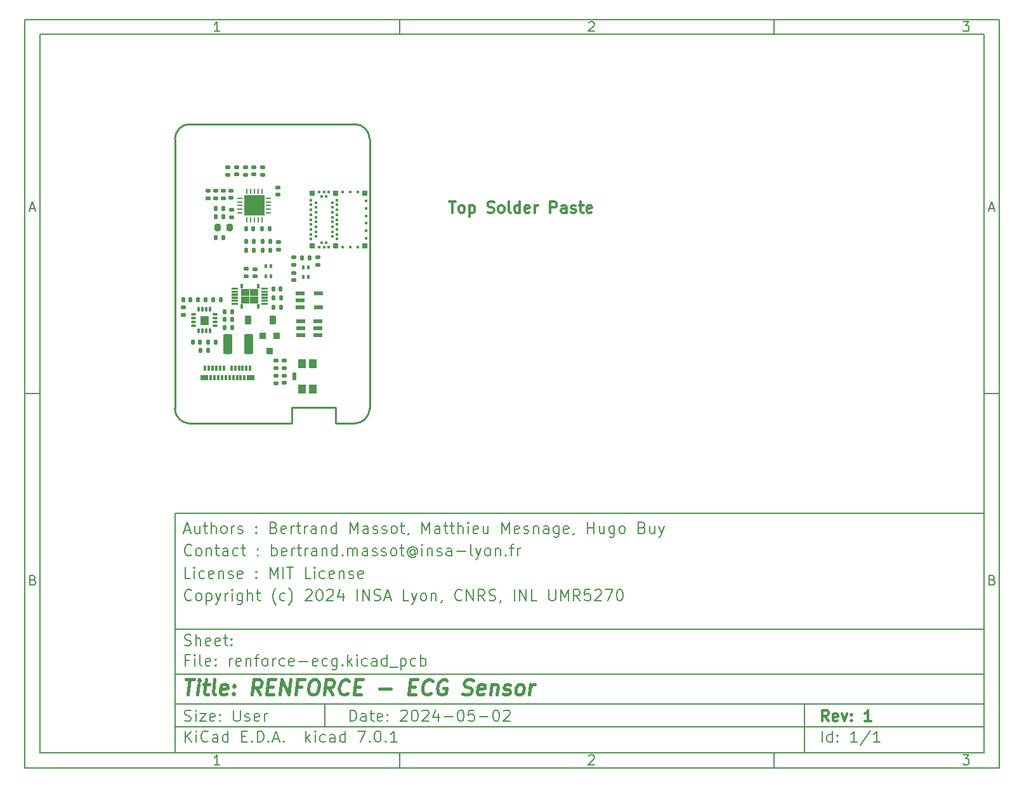
<source format=gbr>
%TF.GenerationSoftware,KiCad,Pcbnew,7.0.1*%
%TF.CreationDate,2024-08-21T14:43:30+02:00*%
%TF.ProjectId,renforce-ecg,72656e66-6f72-4636-952d-6563672e6b69,1*%
%TF.SameCoordinates,Original*%
%TF.FileFunction,Paste,Top*%
%TF.FilePolarity,Positive*%
%FSLAX46Y46*%
G04 Gerber Fmt 4.6, Leading zero omitted, Abs format (unit mm)*
G04 Created by KiCad (PCBNEW 7.0.1) date 2024-08-21 14:43:30*
%MOMM*%
%LPD*%
G01*
G04 APERTURE LIST*
G04 Aperture macros list*
%AMRoundRect*
0 Rectangle with rounded corners*
0 $1 Rounding radius*
0 $2 $3 $4 $5 $6 $7 $8 $9 X,Y pos of 4 corners*
0 Add a 4 corners polygon primitive as box body*
4,1,4,$2,$3,$4,$5,$6,$7,$8,$9,$2,$3,0*
0 Add four circle primitives for the rounded corners*
1,1,$1+$1,$2,$3*
1,1,$1+$1,$4,$5*
1,1,$1+$1,$6,$7*
1,1,$1+$1,$8,$9*
0 Add four rect primitives between the rounded corners*
20,1,$1+$1,$2,$3,$4,$5,0*
20,1,$1+$1,$4,$5,$6,$7,0*
20,1,$1+$1,$6,$7,$8,$9,0*
20,1,$1+$1,$8,$9,$2,$3,0*%
G04 Aperture macros list end*
%ADD10C,0.100000*%
%ADD11C,0.150000*%
%ADD12C,0.300000*%
%ADD13C,0.400000*%
%ADD14C,0.010000*%
%ADD15RoundRect,0.077000X0.543000X0.198000X-0.543000X0.198000X-0.543000X-0.198000X0.543000X-0.198000X0*%
%ADD16R,0.800001X0.800001*%
%ADD17R,0.399999X0.399999*%
%ADD18RoundRect,0.140000X-0.170000X0.140000X-0.170000X-0.140000X0.170000X-0.140000X0.170000X0.140000X0*%
%ADD19R,1.050000X1.150000*%
%ADD20R,0.600000X1.100000*%
%ADD21RoundRect,0.140000X0.170000X-0.140000X0.170000X0.140000X-0.170000X0.140000X-0.170000X-0.140000X0*%
%ADD22RoundRect,0.135000X0.185000X-0.135000X0.185000X0.135000X-0.185000X0.135000X-0.185000X-0.135000X0*%
%ADD23RoundRect,0.135000X-0.135000X-0.185000X0.135000X-0.185000X0.135000X0.185000X-0.135000X0.185000X0*%
%ADD24RoundRect,0.007200X-0.112800X0.292800X-0.112800X-0.292800X0.112800X-0.292800X0.112800X0.292800X0*%
%ADD25RoundRect,0.007200X-0.292800X-0.112800X0.292800X-0.112800X0.292800X0.112800X-0.292800X0.112800X0*%
%ADD26RoundRect,0.140000X-0.140000X-0.170000X0.140000X-0.170000X0.140000X0.170000X-0.140000X0.170000X0*%
%ADD27RoundRect,0.135000X-0.185000X0.135000X-0.185000X-0.135000X0.185000X-0.135000X0.185000X0.135000X0*%
%ADD28RoundRect,0.140000X0.140000X0.170000X-0.140000X0.170000X-0.140000X-0.170000X0.140000X-0.170000X0*%
%ADD29R,0.850000X0.850000*%
%ADD30RoundRect,0.135000X0.135000X0.185000X-0.135000X0.185000X-0.135000X-0.185000X0.135000X-0.185000X0*%
%ADD31RoundRect,0.225000X0.225000X0.375000X-0.225000X0.375000X-0.225000X-0.375000X0.225000X-0.375000X0*%
%ADD32R,0.300000X0.700000*%
%ADD33R,1.000000X0.700000*%
%ADD34RoundRect,0.200000X-0.200000X-0.275000X0.200000X-0.275000X0.200000X0.275000X-0.200000X0.275000X0*%
%ADD35R,0.400000X0.500000*%
%ADD36R,0.731000X0.239000*%
%ADD37R,0.239000X0.731000*%
%ADD38R,2.750000X2.750000*%
%ADD39RoundRect,0.088500X-0.516500X-0.206500X0.516500X-0.206500X0.516500X0.206500X-0.516500X0.206500X0*%
%ADD40RoundRect,0.250000X-0.375000X-1.075000X0.375000X-1.075000X0.375000X1.075000X-0.375000X1.075000X0*%
%TA.AperFunction,Profile*%
%ADD41C,0.254000*%
%TD*%
G04 APERTURE END LIST*
D10*
D11*
X30012400Y-75989600D02*
X138012400Y-75989600D01*
X138012400Y-107989600D01*
X30012400Y-107989600D01*
X30012400Y-75989600D01*
D10*
D11*
X10000000Y-10000000D02*
X140012400Y-10000000D01*
X140012400Y-109989600D01*
X10000000Y-109989600D01*
X10000000Y-10000000D01*
D10*
D11*
X12000000Y-12000000D02*
X138012400Y-12000000D01*
X138012400Y-107989600D01*
X12000000Y-107989600D01*
X12000000Y-12000000D01*
D10*
D11*
X60000000Y-12000000D02*
X60000000Y-10000000D01*
D10*
D11*
X110000000Y-12000000D02*
X110000000Y-10000000D01*
D10*
D11*
X35990476Y-11601404D02*
X35247619Y-11601404D01*
X35619047Y-11601404D02*
X35619047Y-10301404D01*
X35619047Y-10301404D02*
X35495238Y-10487119D01*
X35495238Y-10487119D02*
X35371428Y-10610928D01*
X35371428Y-10610928D02*
X35247619Y-10672833D01*
D10*
D11*
X85247619Y-10425214D02*
X85309523Y-10363309D01*
X85309523Y-10363309D02*
X85433333Y-10301404D01*
X85433333Y-10301404D02*
X85742857Y-10301404D01*
X85742857Y-10301404D02*
X85866666Y-10363309D01*
X85866666Y-10363309D02*
X85928571Y-10425214D01*
X85928571Y-10425214D02*
X85990476Y-10549023D01*
X85990476Y-10549023D02*
X85990476Y-10672833D01*
X85990476Y-10672833D02*
X85928571Y-10858547D01*
X85928571Y-10858547D02*
X85185714Y-11601404D01*
X85185714Y-11601404D02*
X85990476Y-11601404D01*
D10*
D11*
X135185714Y-10301404D02*
X135990476Y-10301404D01*
X135990476Y-10301404D02*
X135557142Y-10796642D01*
X135557142Y-10796642D02*
X135742857Y-10796642D01*
X135742857Y-10796642D02*
X135866666Y-10858547D01*
X135866666Y-10858547D02*
X135928571Y-10920452D01*
X135928571Y-10920452D02*
X135990476Y-11044261D01*
X135990476Y-11044261D02*
X135990476Y-11353785D01*
X135990476Y-11353785D02*
X135928571Y-11477595D01*
X135928571Y-11477595D02*
X135866666Y-11539500D01*
X135866666Y-11539500D02*
X135742857Y-11601404D01*
X135742857Y-11601404D02*
X135371428Y-11601404D01*
X135371428Y-11601404D02*
X135247619Y-11539500D01*
X135247619Y-11539500D02*
X135185714Y-11477595D01*
D10*
D11*
X60000000Y-107989600D02*
X60000000Y-109989600D01*
D10*
D11*
X110000000Y-107989600D02*
X110000000Y-109989600D01*
D10*
D11*
X35990476Y-109591004D02*
X35247619Y-109591004D01*
X35619047Y-109591004D02*
X35619047Y-108291004D01*
X35619047Y-108291004D02*
X35495238Y-108476719D01*
X35495238Y-108476719D02*
X35371428Y-108600528D01*
X35371428Y-108600528D02*
X35247619Y-108662433D01*
D10*
D11*
X85247619Y-108414814D02*
X85309523Y-108352909D01*
X85309523Y-108352909D02*
X85433333Y-108291004D01*
X85433333Y-108291004D02*
X85742857Y-108291004D01*
X85742857Y-108291004D02*
X85866666Y-108352909D01*
X85866666Y-108352909D02*
X85928571Y-108414814D01*
X85928571Y-108414814D02*
X85990476Y-108538623D01*
X85990476Y-108538623D02*
X85990476Y-108662433D01*
X85990476Y-108662433D02*
X85928571Y-108848147D01*
X85928571Y-108848147D02*
X85185714Y-109591004D01*
X85185714Y-109591004D02*
X85990476Y-109591004D01*
D10*
D11*
X135185714Y-108291004D02*
X135990476Y-108291004D01*
X135990476Y-108291004D02*
X135557142Y-108786242D01*
X135557142Y-108786242D02*
X135742857Y-108786242D01*
X135742857Y-108786242D02*
X135866666Y-108848147D01*
X135866666Y-108848147D02*
X135928571Y-108910052D01*
X135928571Y-108910052D02*
X135990476Y-109033861D01*
X135990476Y-109033861D02*
X135990476Y-109343385D01*
X135990476Y-109343385D02*
X135928571Y-109467195D01*
X135928571Y-109467195D02*
X135866666Y-109529100D01*
X135866666Y-109529100D02*
X135742857Y-109591004D01*
X135742857Y-109591004D02*
X135371428Y-109591004D01*
X135371428Y-109591004D02*
X135247619Y-109529100D01*
X135247619Y-109529100D02*
X135185714Y-109467195D01*
D10*
D11*
X10000000Y-60000000D02*
X12000000Y-60000000D01*
D10*
D11*
X10690476Y-35229976D02*
X11309523Y-35229976D01*
X10566666Y-35601404D02*
X10999999Y-34301404D01*
X10999999Y-34301404D02*
X11433333Y-35601404D01*
D10*
D11*
X11092857Y-84920452D02*
X11278571Y-84982357D01*
X11278571Y-84982357D02*
X11340476Y-85044261D01*
X11340476Y-85044261D02*
X11402380Y-85168071D01*
X11402380Y-85168071D02*
X11402380Y-85353785D01*
X11402380Y-85353785D02*
X11340476Y-85477595D01*
X11340476Y-85477595D02*
X11278571Y-85539500D01*
X11278571Y-85539500D02*
X11154761Y-85601404D01*
X11154761Y-85601404D02*
X10659523Y-85601404D01*
X10659523Y-85601404D02*
X10659523Y-84301404D01*
X10659523Y-84301404D02*
X11092857Y-84301404D01*
X11092857Y-84301404D02*
X11216666Y-84363309D01*
X11216666Y-84363309D02*
X11278571Y-84425214D01*
X11278571Y-84425214D02*
X11340476Y-84549023D01*
X11340476Y-84549023D02*
X11340476Y-84672833D01*
X11340476Y-84672833D02*
X11278571Y-84796642D01*
X11278571Y-84796642D02*
X11216666Y-84858547D01*
X11216666Y-84858547D02*
X11092857Y-84920452D01*
X11092857Y-84920452D02*
X10659523Y-84920452D01*
D10*
D11*
X140012400Y-60000000D02*
X138012400Y-60000000D01*
D10*
D11*
X138702876Y-35229976D02*
X139321923Y-35229976D01*
X138579066Y-35601404D02*
X139012399Y-34301404D01*
X139012399Y-34301404D02*
X139445733Y-35601404D01*
D10*
D11*
X139105257Y-84920452D02*
X139290971Y-84982357D01*
X139290971Y-84982357D02*
X139352876Y-85044261D01*
X139352876Y-85044261D02*
X139414780Y-85168071D01*
X139414780Y-85168071D02*
X139414780Y-85353785D01*
X139414780Y-85353785D02*
X139352876Y-85477595D01*
X139352876Y-85477595D02*
X139290971Y-85539500D01*
X139290971Y-85539500D02*
X139167161Y-85601404D01*
X139167161Y-85601404D02*
X138671923Y-85601404D01*
X138671923Y-85601404D02*
X138671923Y-84301404D01*
X138671923Y-84301404D02*
X139105257Y-84301404D01*
X139105257Y-84301404D02*
X139229066Y-84363309D01*
X139229066Y-84363309D02*
X139290971Y-84425214D01*
X139290971Y-84425214D02*
X139352876Y-84549023D01*
X139352876Y-84549023D02*
X139352876Y-84672833D01*
X139352876Y-84672833D02*
X139290971Y-84796642D01*
X139290971Y-84796642D02*
X139229066Y-84858547D01*
X139229066Y-84858547D02*
X139105257Y-84920452D01*
X139105257Y-84920452D02*
X138671923Y-84920452D01*
D10*
D11*
X53369542Y-103783528D02*
X53369542Y-102283528D01*
X53369542Y-102283528D02*
X53726685Y-102283528D01*
X53726685Y-102283528D02*
X53940971Y-102354957D01*
X53940971Y-102354957D02*
X54083828Y-102497814D01*
X54083828Y-102497814D02*
X54155257Y-102640671D01*
X54155257Y-102640671D02*
X54226685Y-102926385D01*
X54226685Y-102926385D02*
X54226685Y-103140671D01*
X54226685Y-103140671D02*
X54155257Y-103426385D01*
X54155257Y-103426385D02*
X54083828Y-103569242D01*
X54083828Y-103569242D02*
X53940971Y-103712100D01*
X53940971Y-103712100D02*
X53726685Y-103783528D01*
X53726685Y-103783528D02*
X53369542Y-103783528D01*
X55512400Y-103783528D02*
X55512400Y-102997814D01*
X55512400Y-102997814D02*
X55440971Y-102854957D01*
X55440971Y-102854957D02*
X55298114Y-102783528D01*
X55298114Y-102783528D02*
X55012400Y-102783528D01*
X55012400Y-102783528D02*
X54869542Y-102854957D01*
X55512400Y-103712100D02*
X55369542Y-103783528D01*
X55369542Y-103783528D02*
X55012400Y-103783528D01*
X55012400Y-103783528D02*
X54869542Y-103712100D01*
X54869542Y-103712100D02*
X54798114Y-103569242D01*
X54798114Y-103569242D02*
X54798114Y-103426385D01*
X54798114Y-103426385D02*
X54869542Y-103283528D01*
X54869542Y-103283528D02*
X55012400Y-103212100D01*
X55012400Y-103212100D02*
X55369542Y-103212100D01*
X55369542Y-103212100D02*
X55512400Y-103140671D01*
X56012400Y-102783528D02*
X56583828Y-102783528D01*
X56226685Y-102283528D02*
X56226685Y-103569242D01*
X56226685Y-103569242D02*
X56298114Y-103712100D01*
X56298114Y-103712100D02*
X56440971Y-103783528D01*
X56440971Y-103783528D02*
X56583828Y-103783528D01*
X57655257Y-103712100D02*
X57512400Y-103783528D01*
X57512400Y-103783528D02*
X57226686Y-103783528D01*
X57226686Y-103783528D02*
X57083828Y-103712100D01*
X57083828Y-103712100D02*
X57012400Y-103569242D01*
X57012400Y-103569242D02*
X57012400Y-102997814D01*
X57012400Y-102997814D02*
X57083828Y-102854957D01*
X57083828Y-102854957D02*
X57226686Y-102783528D01*
X57226686Y-102783528D02*
X57512400Y-102783528D01*
X57512400Y-102783528D02*
X57655257Y-102854957D01*
X57655257Y-102854957D02*
X57726686Y-102997814D01*
X57726686Y-102997814D02*
X57726686Y-103140671D01*
X57726686Y-103140671D02*
X57012400Y-103283528D01*
X58369542Y-103640671D02*
X58440971Y-103712100D01*
X58440971Y-103712100D02*
X58369542Y-103783528D01*
X58369542Y-103783528D02*
X58298114Y-103712100D01*
X58298114Y-103712100D02*
X58369542Y-103640671D01*
X58369542Y-103640671D02*
X58369542Y-103783528D01*
X58369542Y-102854957D02*
X58440971Y-102926385D01*
X58440971Y-102926385D02*
X58369542Y-102997814D01*
X58369542Y-102997814D02*
X58298114Y-102926385D01*
X58298114Y-102926385D02*
X58369542Y-102854957D01*
X58369542Y-102854957D02*
X58369542Y-102997814D01*
X60155257Y-102426385D02*
X60226685Y-102354957D01*
X60226685Y-102354957D02*
X60369543Y-102283528D01*
X60369543Y-102283528D02*
X60726685Y-102283528D01*
X60726685Y-102283528D02*
X60869543Y-102354957D01*
X60869543Y-102354957D02*
X60940971Y-102426385D01*
X60940971Y-102426385D02*
X61012400Y-102569242D01*
X61012400Y-102569242D02*
X61012400Y-102712100D01*
X61012400Y-102712100D02*
X60940971Y-102926385D01*
X60940971Y-102926385D02*
X60083828Y-103783528D01*
X60083828Y-103783528D02*
X61012400Y-103783528D01*
X61940971Y-102283528D02*
X62083828Y-102283528D01*
X62083828Y-102283528D02*
X62226685Y-102354957D01*
X62226685Y-102354957D02*
X62298114Y-102426385D01*
X62298114Y-102426385D02*
X62369542Y-102569242D01*
X62369542Y-102569242D02*
X62440971Y-102854957D01*
X62440971Y-102854957D02*
X62440971Y-103212100D01*
X62440971Y-103212100D02*
X62369542Y-103497814D01*
X62369542Y-103497814D02*
X62298114Y-103640671D01*
X62298114Y-103640671D02*
X62226685Y-103712100D01*
X62226685Y-103712100D02*
X62083828Y-103783528D01*
X62083828Y-103783528D02*
X61940971Y-103783528D01*
X61940971Y-103783528D02*
X61798114Y-103712100D01*
X61798114Y-103712100D02*
X61726685Y-103640671D01*
X61726685Y-103640671D02*
X61655256Y-103497814D01*
X61655256Y-103497814D02*
X61583828Y-103212100D01*
X61583828Y-103212100D02*
X61583828Y-102854957D01*
X61583828Y-102854957D02*
X61655256Y-102569242D01*
X61655256Y-102569242D02*
X61726685Y-102426385D01*
X61726685Y-102426385D02*
X61798114Y-102354957D01*
X61798114Y-102354957D02*
X61940971Y-102283528D01*
X63012399Y-102426385D02*
X63083827Y-102354957D01*
X63083827Y-102354957D02*
X63226685Y-102283528D01*
X63226685Y-102283528D02*
X63583827Y-102283528D01*
X63583827Y-102283528D02*
X63726685Y-102354957D01*
X63726685Y-102354957D02*
X63798113Y-102426385D01*
X63798113Y-102426385D02*
X63869542Y-102569242D01*
X63869542Y-102569242D02*
X63869542Y-102712100D01*
X63869542Y-102712100D02*
X63798113Y-102926385D01*
X63798113Y-102926385D02*
X62940970Y-103783528D01*
X62940970Y-103783528D02*
X63869542Y-103783528D01*
X65155256Y-102783528D02*
X65155256Y-103783528D01*
X64798113Y-102212100D02*
X64440970Y-103283528D01*
X64440970Y-103283528D02*
X65369541Y-103283528D01*
X65940969Y-103212100D02*
X67083827Y-103212100D01*
X68083827Y-102283528D02*
X68226684Y-102283528D01*
X68226684Y-102283528D02*
X68369541Y-102354957D01*
X68369541Y-102354957D02*
X68440970Y-102426385D01*
X68440970Y-102426385D02*
X68512398Y-102569242D01*
X68512398Y-102569242D02*
X68583827Y-102854957D01*
X68583827Y-102854957D02*
X68583827Y-103212100D01*
X68583827Y-103212100D02*
X68512398Y-103497814D01*
X68512398Y-103497814D02*
X68440970Y-103640671D01*
X68440970Y-103640671D02*
X68369541Y-103712100D01*
X68369541Y-103712100D02*
X68226684Y-103783528D01*
X68226684Y-103783528D02*
X68083827Y-103783528D01*
X68083827Y-103783528D02*
X67940970Y-103712100D01*
X67940970Y-103712100D02*
X67869541Y-103640671D01*
X67869541Y-103640671D02*
X67798112Y-103497814D01*
X67798112Y-103497814D02*
X67726684Y-103212100D01*
X67726684Y-103212100D02*
X67726684Y-102854957D01*
X67726684Y-102854957D02*
X67798112Y-102569242D01*
X67798112Y-102569242D02*
X67869541Y-102426385D01*
X67869541Y-102426385D02*
X67940970Y-102354957D01*
X67940970Y-102354957D02*
X68083827Y-102283528D01*
X69940969Y-102283528D02*
X69226683Y-102283528D01*
X69226683Y-102283528D02*
X69155255Y-102997814D01*
X69155255Y-102997814D02*
X69226683Y-102926385D01*
X69226683Y-102926385D02*
X69369541Y-102854957D01*
X69369541Y-102854957D02*
X69726683Y-102854957D01*
X69726683Y-102854957D02*
X69869541Y-102926385D01*
X69869541Y-102926385D02*
X69940969Y-102997814D01*
X69940969Y-102997814D02*
X70012398Y-103140671D01*
X70012398Y-103140671D02*
X70012398Y-103497814D01*
X70012398Y-103497814D02*
X69940969Y-103640671D01*
X69940969Y-103640671D02*
X69869541Y-103712100D01*
X69869541Y-103712100D02*
X69726683Y-103783528D01*
X69726683Y-103783528D02*
X69369541Y-103783528D01*
X69369541Y-103783528D02*
X69226683Y-103712100D01*
X69226683Y-103712100D02*
X69155255Y-103640671D01*
X70655254Y-103212100D02*
X71798112Y-103212100D01*
X72798112Y-102283528D02*
X72940969Y-102283528D01*
X72940969Y-102283528D02*
X73083826Y-102354957D01*
X73083826Y-102354957D02*
X73155255Y-102426385D01*
X73155255Y-102426385D02*
X73226683Y-102569242D01*
X73226683Y-102569242D02*
X73298112Y-102854957D01*
X73298112Y-102854957D02*
X73298112Y-103212100D01*
X73298112Y-103212100D02*
X73226683Y-103497814D01*
X73226683Y-103497814D02*
X73155255Y-103640671D01*
X73155255Y-103640671D02*
X73083826Y-103712100D01*
X73083826Y-103712100D02*
X72940969Y-103783528D01*
X72940969Y-103783528D02*
X72798112Y-103783528D01*
X72798112Y-103783528D02*
X72655255Y-103712100D01*
X72655255Y-103712100D02*
X72583826Y-103640671D01*
X72583826Y-103640671D02*
X72512397Y-103497814D01*
X72512397Y-103497814D02*
X72440969Y-103212100D01*
X72440969Y-103212100D02*
X72440969Y-102854957D01*
X72440969Y-102854957D02*
X72512397Y-102569242D01*
X72512397Y-102569242D02*
X72583826Y-102426385D01*
X72583826Y-102426385D02*
X72655255Y-102354957D01*
X72655255Y-102354957D02*
X72798112Y-102283528D01*
X73869540Y-102426385D02*
X73940968Y-102354957D01*
X73940968Y-102354957D02*
X74083826Y-102283528D01*
X74083826Y-102283528D02*
X74440968Y-102283528D01*
X74440968Y-102283528D02*
X74583826Y-102354957D01*
X74583826Y-102354957D02*
X74655254Y-102426385D01*
X74655254Y-102426385D02*
X74726683Y-102569242D01*
X74726683Y-102569242D02*
X74726683Y-102712100D01*
X74726683Y-102712100D02*
X74655254Y-102926385D01*
X74655254Y-102926385D02*
X73798111Y-103783528D01*
X73798111Y-103783528D02*
X74726683Y-103783528D01*
D10*
D11*
X30012400Y-104489600D02*
X138012400Y-104489600D01*
D10*
D11*
X31369542Y-106583528D02*
X31369542Y-105083528D01*
X32226685Y-106583528D02*
X31583828Y-105726385D01*
X32226685Y-105083528D02*
X31369542Y-105940671D01*
X32869542Y-106583528D02*
X32869542Y-105583528D01*
X32869542Y-105083528D02*
X32798114Y-105154957D01*
X32798114Y-105154957D02*
X32869542Y-105226385D01*
X32869542Y-105226385D02*
X32940971Y-105154957D01*
X32940971Y-105154957D02*
X32869542Y-105083528D01*
X32869542Y-105083528D02*
X32869542Y-105226385D01*
X34440971Y-106440671D02*
X34369543Y-106512100D01*
X34369543Y-106512100D02*
X34155257Y-106583528D01*
X34155257Y-106583528D02*
X34012400Y-106583528D01*
X34012400Y-106583528D02*
X33798114Y-106512100D01*
X33798114Y-106512100D02*
X33655257Y-106369242D01*
X33655257Y-106369242D02*
X33583828Y-106226385D01*
X33583828Y-106226385D02*
X33512400Y-105940671D01*
X33512400Y-105940671D02*
X33512400Y-105726385D01*
X33512400Y-105726385D02*
X33583828Y-105440671D01*
X33583828Y-105440671D02*
X33655257Y-105297814D01*
X33655257Y-105297814D02*
X33798114Y-105154957D01*
X33798114Y-105154957D02*
X34012400Y-105083528D01*
X34012400Y-105083528D02*
X34155257Y-105083528D01*
X34155257Y-105083528D02*
X34369543Y-105154957D01*
X34369543Y-105154957D02*
X34440971Y-105226385D01*
X35726686Y-106583528D02*
X35726686Y-105797814D01*
X35726686Y-105797814D02*
X35655257Y-105654957D01*
X35655257Y-105654957D02*
X35512400Y-105583528D01*
X35512400Y-105583528D02*
X35226686Y-105583528D01*
X35226686Y-105583528D02*
X35083828Y-105654957D01*
X35726686Y-106512100D02*
X35583828Y-106583528D01*
X35583828Y-106583528D02*
X35226686Y-106583528D01*
X35226686Y-106583528D02*
X35083828Y-106512100D01*
X35083828Y-106512100D02*
X35012400Y-106369242D01*
X35012400Y-106369242D02*
X35012400Y-106226385D01*
X35012400Y-106226385D02*
X35083828Y-106083528D01*
X35083828Y-106083528D02*
X35226686Y-106012100D01*
X35226686Y-106012100D02*
X35583828Y-106012100D01*
X35583828Y-106012100D02*
X35726686Y-105940671D01*
X37083829Y-106583528D02*
X37083829Y-105083528D01*
X37083829Y-106512100D02*
X36940971Y-106583528D01*
X36940971Y-106583528D02*
X36655257Y-106583528D01*
X36655257Y-106583528D02*
X36512400Y-106512100D01*
X36512400Y-106512100D02*
X36440971Y-106440671D01*
X36440971Y-106440671D02*
X36369543Y-106297814D01*
X36369543Y-106297814D02*
X36369543Y-105869242D01*
X36369543Y-105869242D02*
X36440971Y-105726385D01*
X36440971Y-105726385D02*
X36512400Y-105654957D01*
X36512400Y-105654957D02*
X36655257Y-105583528D01*
X36655257Y-105583528D02*
X36940971Y-105583528D01*
X36940971Y-105583528D02*
X37083829Y-105654957D01*
X38940971Y-105797814D02*
X39440971Y-105797814D01*
X39655257Y-106583528D02*
X38940971Y-106583528D01*
X38940971Y-106583528D02*
X38940971Y-105083528D01*
X38940971Y-105083528D02*
X39655257Y-105083528D01*
X40298114Y-106440671D02*
X40369543Y-106512100D01*
X40369543Y-106512100D02*
X40298114Y-106583528D01*
X40298114Y-106583528D02*
X40226686Y-106512100D01*
X40226686Y-106512100D02*
X40298114Y-106440671D01*
X40298114Y-106440671D02*
X40298114Y-106583528D01*
X41012400Y-106583528D02*
X41012400Y-105083528D01*
X41012400Y-105083528D02*
X41369543Y-105083528D01*
X41369543Y-105083528D02*
X41583829Y-105154957D01*
X41583829Y-105154957D02*
X41726686Y-105297814D01*
X41726686Y-105297814D02*
X41798115Y-105440671D01*
X41798115Y-105440671D02*
X41869543Y-105726385D01*
X41869543Y-105726385D02*
X41869543Y-105940671D01*
X41869543Y-105940671D02*
X41798115Y-106226385D01*
X41798115Y-106226385D02*
X41726686Y-106369242D01*
X41726686Y-106369242D02*
X41583829Y-106512100D01*
X41583829Y-106512100D02*
X41369543Y-106583528D01*
X41369543Y-106583528D02*
X41012400Y-106583528D01*
X42512400Y-106440671D02*
X42583829Y-106512100D01*
X42583829Y-106512100D02*
X42512400Y-106583528D01*
X42512400Y-106583528D02*
X42440972Y-106512100D01*
X42440972Y-106512100D02*
X42512400Y-106440671D01*
X42512400Y-106440671D02*
X42512400Y-106583528D01*
X43155258Y-106154957D02*
X43869544Y-106154957D01*
X43012401Y-106583528D02*
X43512401Y-105083528D01*
X43512401Y-105083528D02*
X44012401Y-106583528D01*
X44512400Y-106440671D02*
X44583829Y-106512100D01*
X44583829Y-106512100D02*
X44512400Y-106583528D01*
X44512400Y-106583528D02*
X44440972Y-106512100D01*
X44440972Y-106512100D02*
X44512400Y-106440671D01*
X44512400Y-106440671D02*
X44512400Y-106583528D01*
X47512400Y-106583528D02*
X47512400Y-105083528D01*
X47655258Y-106012100D02*
X48083829Y-106583528D01*
X48083829Y-105583528D02*
X47512400Y-106154957D01*
X48726686Y-106583528D02*
X48726686Y-105583528D01*
X48726686Y-105083528D02*
X48655258Y-105154957D01*
X48655258Y-105154957D02*
X48726686Y-105226385D01*
X48726686Y-105226385D02*
X48798115Y-105154957D01*
X48798115Y-105154957D02*
X48726686Y-105083528D01*
X48726686Y-105083528D02*
X48726686Y-105226385D01*
X50083830Y-106512100D02*
X49940972Y-106583528D01*
X49940972Y-106583528D02*
X49655258Y-106583528D01*
X49655258Y-106583528D02*
X49512401Y-106512100D01*
X49512401Y-106512100D02*
X49440972Y-106440671D01*
X49440972Y-106440671D02*
X49369544Y-106297814D01*
X49369544Y-106297814D02*
X49369544Y-105869242D01*
X49369544Y-105869242D02*
X49440972Y-105726385D01*
X49440972Y-105726385D02*
X49512401Y-105654957D01*
X49512401Y-105654957D02*
X49655258Y-105583528D01*
X49655258Y-105583528D02*
X49940972Y-105583528D01*
X49940972Y-105583528D02*
X50083830Y-105654957D01*
X51369544Y-106583528D02*
X51369544Y-105797814D01*
X51369544Y-105797814D02*
X51298115Y-105654957D01*
X51298115Y-105654957D02*
X51155258Y-105583528D01*
X51155258Y-105583528D02*
X50869544Y-105583528D01*
X50869544Y-105583528D02*
X50726686Y-105654957D01*
X51369544Y-106512100D02*
X51226686Y-106583528D01*
X51226686Y-106583528D02*
X50869544Y-106583528D01*
X50869544Y-106583528D02*
X50726686Y-106512100D01*
X50726686Y-106512100D02*
X50655258Y-106369242D01*
X50655258Y-106369242D02*
X50655258Y-106226385D01*
X50655258Y-106226385D02*
X50726686Y-106083528D01*
X50726686Y-106083528D02*
X50869544Y-106012100D01*
X50869544Y-106012100D02*
X51226686Y-106012100D01*
X51226686Y-106012100D02*
X51369544Y-105940671D01*
X52726687Y-106583528D02*
X52726687Y-105083528D01*
X52726687Y-106512100D02*
X52583829Y-106583528D01*
X52583829Y-106583528D02*
X52298115Y-106583528D01*
X52298115Y-106583528D02*
X52155258Y-106512100D01*
X52155258Y-106512100D02*
X52083829Y-106440671D01*
X52083829Y-106440671D02*
X52012401Y-106297814D01*
X52012401Y-106297814D02*
X52012401Y-105869242D01*
X52012401Y-105869242D02*
X52083829Y-105726385D01*
X52083829Y-105726385D02*
X52155258Y-105654957D01*
X52155258Y-105654957D02*
X52298115Y-105583528D01*
X52298115Y-105583528D02*
X52583829Y-105583528D01*
X52583829Y-105583528D02*
X52726687Y-105654957D01*
X54440972Y-105083528D02*
X55440972Y-105083528D01*
X55440972Y-105083528D02*
X54798115Y-106583528D01*
X56012400Y-106440671D02*
X56083829Y-106512100D01*
X56083829Y-106512100D02*
X56012400Y-106583528D01*
X56012400Y-106583528D02*
X55940972Y-106512100D01*
X55940972Y-106512100D02*
X56012400Y-106440671D01*
X56012400Y-106440671D02*
X56012400Y-106583528D01*
X57012401Y-105083528D02*
X57155258Y-105083528D01*
X57155258Y-105083528D02*
X57298115Y-105154957D01*
X57298115Y-105154957D02*
X57369544Y-105226385D01*
X57369544Y-105226385D02*
X57440972Y-105369242D01*
X57440972Y-105369242D02*
X57512401Y-105654957D01*
X57512401Y-105654957D02*
X57512401Y-106012100D01*
X57512401Y-106012100D02*
X57440972Y-106297814D01*
X57440972Y-106297814D02*
X57369544Y-106440671D01*
X57369544Y-106440671D02*
X57298115Y-106512100D01*
X57298115Y-106512100D02*
X57155258Y-106583528D01*
X57155258Y-106583528D02*
X57012401Y-106583528D01*
X57012401Y-106583528D02*
X56869544Y-106512100D01*
X56869544Y-106512100D02*
X56798115Y-106440671D01*
X56798115Y-106440671D02*
X56726686Y-106297814D01*
X56726686Y-106297814D02*
X56655258Y-106012100D01*
X56655258Y-106012100D02*
X56655258Y-105654957D01*
X56655258Y-105654957D02*
X56726686Y-105369242D01*
X56726686Y-105369242D02*
X56798115Y-105226385D01*
X56798115Y-105226385D02*
X56869544Y-105154957D01*
X56869544Y-105154957D02*
X57012401Y-105083528D01*
X58155257Y-106440671D02*
X58226686Y-106512100D01*
X58226686Y-106512100D02*
X58155257Y-106583528D01*
X58155257Y-106583528D02*
X58083829Y-106512100D01*
X58083829Y-106512100D02*
X58155257Y-106440671D01*
X58155257Y-106440671D02*
X58155257Y-106583528D01*
X59655258Y-106583528D02*
X58798115Y-106583528D01*
X59226686Y-106583528D02*
X59226686Y-105083528D01*
X59226686Y-105083528D02*
X59083829Y-105297814D01*
X59083829Y-105297814D02*
X58940972Y-105440671D01*
X58940972Y-105440671D02*
X58798115Y-105512100D01*
D10*
D11*
X30012400Y-101489600D02*
X138012400Y-101489600D01*
D10*
D12*
X117226685Y-103783528D02*
X116726685Y-103069242D01*
X116369542Y-103783528D02*
X116369542Y-102283528D01*
X116369542Y-102283528D02*
X116940971Y-102283528D01*
X116940971Y-102283528D02*
X117083828Y-102354957D01*
X117083828Y-102354957D02*
X117155257Y-102426385D01*
X117155257Y-102426385D02*
X117226685Y-102569242D01*
X117226685Y-102569242D02*
X117226685Y-102783528D01*
X117226685Y-102783528D02*
X117155257Y-102926385D01*
X117155257Y-102926385D02*
X117083828Y-102997814D01*
X117083828Y-102997814D02*
X116940971Y-103069242D01*
X116940971Y-103069242D02*
X116369542Y-103069242D01*
X118440971Y-103712100D02*
X118298114Y-103783528D01*
X118298114Y-103783528D02*
X118012400Y-103783528D01*
X118012400Y-103783528D02*
X117869542Y-103712100D01*
X117869542Y-103712100D02*
X117798114Y-103569242D01*
X117798114Y-103569242D02*
X117798114Y-102997814D01*
X117798114Y-102997814D02*
X117869542Y-102854957D01*
X117869542Y-102854957D02*
X118012400Y-102783528D01*
X118012400Y-102783528D02*
X118298114Y-102783528D01*
X118298114Y-102783528D02*
X118440971Y-102854957D01*
X118440971Y-102854957D02*
X118512400Y-102997814D01*
X118512400Y-102997814D02*
X118512400Y-103140671D01*
X118512400Y-103140671D02*
X117798114Y-103283528D01*
X119012399Y-102783528D02*
X119369542Y-103783528D01*
X119369542Y-103783528D02*
X119726685Y-102783528D01*
X120298113Y-103640671D02*
X120369542Y-103712100D01*
X120369542Y-103712100D02*
X120298113Y-103783528D01*
X120298113Y-103783528D02*
X120226685Y-103712100D01*
X120226685Y-103712100D02*
X120298113Y-103640671D01*
X120298113Y-103640671D02*
X120298113Y-103783528D01*
X120298113Y-102854957D02*
X120369542Y-102926385D01*
X120369542Y-102926385D02*
X120298113Y-102997814D01*
X120298113Y-102997814D02*
X120226685Y-102926385D01*
X120226685Y-102926385D02*
X120298113Y-102854957D01*
X120298113Y-102854957D02*
X120298113Y-102997814D01*
X122940971Y-103783528D02*
X122083828Y-103783528D01*
X122512399Y-103783528D02*
X122512399Y-102283528D01*
X122512399Y-102283528D02*
X122369542Y-102497814D01*
X122369542Y-102497814D02*
X122226685Y-102640671D01*
X122226685Y-102640671D02*
X122083828Y-102712100D01*
D10*
D11*
X31298114Y-103712100D02*
X31512400Y-103783528D01*
X31512400Y-103783528D02*
X31869542Y-103783528D01*
X31869542Y-103783528D02*
X32012400Y-103712100D01*
X32012400Y-103712100D02*
X32083828Y-103640671D01*
X32083828Y-103640671D02*
X32155257Y-103497814D01*
X32155257Y-103497814D02*
X32155257Y-103354957D01*
X32155257Y-103354957D02*
X32083828Y-103212100D01*
X32083828Y-103212100D02*
X32012400Y-103140671D01*
X32012400Y-103140671D02*
X31869542Y-103069242D01*
X31869542Y-103069242D02*
X31583828Y-102997814D01*
X31583828Y-102997814D02*
X31440971Y-102926385D01*
X31440971Y-102926385D02*
X31369542Y-102854957D01*
X31369542Y-102854957D02*
X31298114Y-102712100D01*
X31298114Y-102712100D02*
X31298114Y-102569242D01*
X31298114Y-102569242D02*
X31369542Y-102426385D01*
X31369542Y-102426385D02*
X31440971Y-102354957D01*
X31440971Y-102354957D02*
X31583828Y-102283528D01*
X31583828Y-102283528D02*
X31940971Y-102283528D01*
X31940971Y-102283528D02*
X32155257Y-102354957D01*
X32798113Y-103783528D02*
X32798113Y-102783528D01*
X32798113Y-102283528D02*
X32726685Y-102354957D01*
X32726685Y-102354957D02*
X32798113Y-102426385D01*
X32798113Y-102426385D02*
X32869542Y-102354957D01*
X32869542Y-102354957D02*
X32798113Y-102283528D01*
X32798113Y-102283528D02*
X32798113Y-102426385D01*
X33369542Y-102783528D02*
X34155257Y-102783528D01*
X34155257Y-102783528D02*
X33369542Y-103783528D01*
X33369542Y-103783528D02*
X34155257Y-103783528D01*
X35298114Y-103712100D02*
X35155257Y-103783528D01*
X35155257Y-103783528D02*
X34869543Y-103783528D01*
X34869543Y-103783528D02*
X34726685Y-103712100D01*
X34726685Y-103712100D02*
X34655257Y-103569242D01*
X34655257Y-103569242D02*
X34655257Y-102997814D01*
X34655257Y-102997814D02*
X34726685Y-102854957D01*
X34726685Y-102854957D02*
X34869543Y-102783528D01*
X34869543Y-102783528D02*
X35155257Y-102783528D01*
X35155257Y-102783528D02*
X35298114Y-102854957D01*
X35298114Y-102854957D02*
X35369543Y-102997814D01*
X35369543Y-102997814D02*
X35369543Y-103140671D01*
X35369543Y-103140671D02*
X34655257Y-103283528D01*
X36012399Y-103640671D02*
X36083828Y-103712100D01*
X36083828Y-103712100D02*
X36012399Y-103783528D01*
X36012399Y-103783528D02*
X35940971Y-103712100D01*
X35940971Y-103712100D02*
X36012399Y-103640671D01*
X36012399Y-103640671D02*
X36012399Y-103783528D01*
X36012399Y-102854957D02*
X36083828Y-102926385D01*
X36083828Y-102926385D02*
X36012399Y-102997814D01*
X36012399Y-102997814D02*
X35940971Y-102926385D01*
X35940971Y-102926385D02*
X36012399Y-102854957D01*
X36012399Y-102854957D02*
X36012399Y-102997814D01*
X37869542Y-102283528D02*
X37869542Y-103497814D01*
X37869542Y-103497814D02*
X37940971Y-103640671D01*
X37940971Y-103640671D02*
X38012400Y-103712100D01*
X38012400Y-103712100D02*
X38155257Y-103783528D01*
X38155257Y-103783528D02*
X38440971Y-103783528D01*
X38440971Y-103783528D02*
X38583828Y-103712100D01*
X38583828Y-103712100D02*
X38655257Y-103640671D01*
X38655257Y-103640671D02*
X38726685Y-103497814D01*
X38726685Y-103497814D02*
X38726685Y-102283528D01*
X39369543Y-103712100D02*
X39512400Y-103783528D01*
X39512400Y-103783528D02*
X39798114Y-103783528D01*
X39798114Y-103783528D02*
X39940971Y-103712100D01*
X39940971Y-103712100D02*
X40012400Y-103569242D01*
X40012400Y-103569242D02*
X40012400Y-103497814D01*
X40012400Y-103497814D02*
X39940971Y-103354957D01*
X39940971Y-103354957D02*
X39798114Y-103283528D01*
X39798114Y-103283528D02*
X39583829Y-103283528D01*
X39583829Y-103283528D02*
X39440971Y-103212100D01*
X39440971Y-103212100D02*
X39369543Y-103069242D01*
X39369543Y-103069242D02*
X39369543Y-102997814D01*
X39369543Y-102997814D02*
X39440971Y-102854957D01*
X39440971Y-102854957D02*
X39583829Y-102783528D01*
X39583829Y-102783528D02*
X39798114Y-102783528D01*
X39798114Y-102783528D02*
X39940971Y-102854957D01*
X41226686Y-103712100D02*
X41083829Y-103783528D01*
X41083829Y-103783528D02*
X40798115Y-103783528D01*
X40798115Y-103783528D02*
X40655257Y-103712100D01*
X40655257Y-103712100D02*
X40583829Y-103569242D01*
X40583829Y-103569242D02*
X40583829Y-102997814D01*
X40583829Y-102997814D02*
X40655257Y-102854957D01*
X40655257Y-102854957D02*
X40798115Y-102783528D01*
X40798115Y-102783528D02*
X41083829Y-102783528D01*
X41083829Y-102783528D02*
X41226686Y-102854957D01*
X41226686Y-102854957D02*
X41298115Y-102997814D01*
X41298115Y-102997814D02*
X41298115Y-103140671D01*
X41298115Y-103140671D02*
X40583829Y-103283528D01*
X41940971Y-103783528D02*
X41940971Y-102783528D01*
X41940971Y-103069242D02*
X42012400Y-102926385D01*
X42012400Y-102926385D02*
X42083829Y-102854957D01*
X42083829Y-102854957D02*
X42226686Y-102783528D01*
X42226686Y-102783528D02*
X42369543Y-102783528D01*
D10*
D11*
X116369542Y-106583528D02*
X116369542Y-105083528D01*
X117726686Y-106583528D02*
X117726686Y-105083528D01*
X117726686Y-106512100D02*
X117583828Y-106583528D01*
X117583828Y-106583528D02*
X117298114Y-106583528D01*
X117298114Y-106583528D02*
X117155257Y-106512100D01*
X117155257Y-106512100D02*
X117083828Y-106440671D01*
X117083828Y-106440671D02*
X117012400Y-106297814D01*
X117012400Y-106297814D02*
X117012400Y-105869242D01*
X117012400Y-105869242D02*
X117083828Y-105726385D01*
X117083828Y-105726385D02*
X117155257Y-105654957D01*
X117155257Y-105654957D02*
X117298114Y-105583528D01*
X117298114Y-105583528D02*
X117583828Y-105583528D01*
X117583828Y-105583528D02*
X117726686Y-105654957D01*
X118440971Y-106440671D02*
X118512400Y-106512100D01*
X118512400Y-106512100D02*
X118440971Y-106583528D01*
X118440971Y-106583528D02*
X118369543Y-106512100D01*
X118369543Y-106512100D02*
X118440971Y-106440671D01*
X118440971Y-106440671D02*
X118440971Y-106583528D01*
X118440971Y-105654957D02*
X118512400Y-105726385D01*
X118512400Y-105726385D02*
X118440971Y-105797814D01*
X118440971Y-105797814D02*
X118369543Y-105726385D01*
X118369543Y-105726385D02*
X118440971Y-105654957D01*
X118440971Y-105654957D02*
X118440971Y-105797814D01*
X121083829Y-106583528D02*
X120226686Y-106583528D01*
X120655257Y-106583528D02*
X120655257Y-105083528D01*
X120655257Y-105083528D02*
X120512400Y-105297814D01*
X120512400Y-105297814D02*
X120369543Y-105440671D01*
X120369543Y-105440671D02*
X120226686Y-105512100D01*
X122798114Y-105012100D02*
X121512400Y-106940671D01*
X124083829Y-106583528D02*
X123226686Y-106583528D01*
X123655257Y-106583528D02*
X123655257Y-105083528D01*
X123655257Y-105083528D02*
X123512400Y-105297814D01*
X123512400Y-105297814D02*
X123369543Y-105440671D01*
X123369543Y-105440671D02*
X123226686Y-105512100D01*
D10*
D11*
X30012400Y-97489600D02*
X138012400Y-97489600D01*
D10*
D13*
X31440971Y-98214838D02*
X32583828Y-98214838D01*
X31762400Y-100214838D02*
X32012400Y-98214838D01*
X32988590Y-100214838D02*
X33155257Y-98881504D01*
X33238590Y-98214838D02*
X33131447Y-98310076D01*
X33131447Y-98310076D02*
X33214781Y-98405314D01*
X33214781Y-98405314D02*
X33321924Y-98310076D01*
X33321924Y-98310076D02*
X33238590Y-98214838D01*
X33238590Y-98214838D02*
X33214781Y-98405314D01*
X33810019Y-98881504D02*
X34571923Y-98881504D01*
X34179066Y-98214838D02*
X33964781Y-99929123D01*
X33964781Y-99929123D02*
X34036209Y-100119600D01*
X34036209Y-100119600D02*
X34214781Y-100214838D01*
X34214781Y-100214838D02*
X34405257Y-100214838D01*
X35345733Y-100214838D02*
X35167161Y-100119600D01*
X35167161Y-100119600D02*
X35095733Y-99929123D01*
X35095733Y-99929123D02*
X35310018Y-98214838D01*
X36869542Y-100119600D02*
X36667161Y-100214838D01*
X36667161Y-100214838D02*
X36286208Y-100214838D01*
X36286208Y-100214838D02*
X36107637Y-100119600D01*
X36107637Y-100119600D02*
X36036208Y-99929123D01*
X36036208Y-99929123D02*
X36131447Y-99167219D01*
X36131447Y-99167219D02*
X36250494Y-98976742D01*
X36250494Y-98976742D02*
X36452875Y-98881504D01*
X36452875Y-98881504D02*
X36833827Y-98881504D01*
X36833827Y-98881504D02*
X37012399Y-98976742D01*
X37012399Y-98976742D02*
X37083827Y-99167219D01*
X37083827Y-99167219D02*
X37060018Y-99357695D01*
X37060018Y-99357695D02*
X36083827Y-99548171D01*
X37821923Y-100024361D02*
X37905256Y-100119600D01*
X37905256Y-100119600D02*
X37798113Y-100214838D01*
X37798113Y-100214838D02*
X37714780Y-100119600D01*
X37714780Y-100119600D02*
X37821923Y-100024361D01*
X37821923Y-100024361D02*
X37798113Y-100214838D01*
X37952875Y-98976742D02*
X38036208Y-99071980D01*
X38036208Y-99071980D02*
X37929066Y-99167219D01*
X37929066Y-99167219D02*
X37845732Y-99071980D01*
X37845732Y-99071980D02*
X37952875Y-98976742D01*
X37952875Y-98976742D02*
X37929066Y-99167219D01*
X41405256Y-100214838D02*
X40857637Y-99262457D01*
X40262399Y-100214838D02*
X40512399Y-98214838D01*
X40512399Y-98214838D02*
X41274304Y-98214838D01*
X41274304Y-98214838D02*
X41452875Y-98310076D01*
X41452875Y-98310076D02*
X41536209Y-98405314D01*
X41536209Y-98405314D02*
X41607637Y-98595790D01*
X41607637Y-98595790D02*
X41571923Y-98881504D01*
X41571923Y-98881504D02*
X41452875Y-99071980D01*
X41452875Y-99071980D02*
X41345733Y-99167219D01*
X41345733Y-99167219D02*
X41143352Y-99262457D01*
X41143352Y-99262457D02*
X40381447Y-99262457D01*
X42381447Y-99167219D02*
X43048113Y-99167219D01*
X43202875Y-100214838D02*
X42250494Y-100214838D01*
X42250494Y-100214838D02*
X42500494Y-98214838D01*
X42500494Y-98214838D02*
X43452875Y-98214838D01*
X44048113Y-100214838D02*
X44298113Y-98214838D01*
X44298113Y-98214838D02*
X45190970Y-100214838D01*
X45190970Y-100214838D02*
X45440970Y-98214838D01*
X46929065Y-99167219D02*
X46262399Y-99167219D01*
X46131446Y-100214838D02*
X46381446Y-98214838D01*
X46381446Y-98214838D02*
X47333827Y-98214838D01*
X48464780Y-98214838D02*
X48845732Y-98214838D01*
X48845732Y-98214838D02*
X49024303Y-98310076D01*
X49024303Y-98310076D02*
X49190970Y-98500552D01*
X49190970Y-98500552D02*
X49238589Y-98881504D01*
X49238589Y-98881504D02*
X49155256Y-99548171D01*
X49155256Y-99548171D02*
X49012399Y-99929123D01*
X49012399Y-99929123D02*
X48798113Y-100119600D01*
X48798113Y-100119600D02*
X48595732Y-100214838D01*
X48595732Y-100214838D02*
X48214780Y-100214838D01*
X48214780Y-100214838D02*
X48036208Y-100119600D01*
X48036208Y-100119600D02*
X47869542Y-99929123D01*
X47869542Y-99929123D02*
X47821922Y-99548171D01*
X47821922Y-99548171D02*
X47905256Y-98881504D01*
X47905256Y-98881504D02*
X48048113Y-98500552D01*
X48048113Y-98500552D02*
X48262399Y-98310076D01*
X48262399Y-98310076D02*
X48464780Y-98214838D01*
X51060017Y-100214838D02*
X50512398Y-99262457D01*
X49917160Y-100214838D02*
X50167160Y-98214838D01*
X50167160Y-98214838D02*
X50929065Y-98214838D01*
X50929065Y-98214838D02*
X51107636Y-98310076D01*
X51107636Y-98310076D02*
X51190970Y-98405314D01*
X51190970Y-98405314D02*
X51262398Y-98595790D01*
X51262398Y-98595790D02*
X51226684Y-98881504D01*
X51226684Y-98881504D02*
X51107636Y-99071980D01*
X51107636Y-99071980D02*
X51000494Y-99167219D01*
X51000494Y-99167219D02*
X50798113Y-99262457D01*
X50798113Y-99262457D02*
X50036208Y-99262457D01*
X53071922Y-100024361D02*
X52964779Y-100119600D01*
X52964779Y-100119600D02*
X52667160Y-100214838D01*
X52667160Y-100214838D02*
X52476684Y-100214838D01*
X52476684Y-100214838D02*
X52202874Y-100119600D01*
X52202874Y-100119600D02*
X52036208Y-99929123D01*
X52036208Y-99929123D02*
X51964779Y-99738647D01*
X51964779Y-99738647D02*
X51917160Y-99357695D01*
X51917160Y-99357695D02*
X51952874Y-99071980D01*
X51952874Y-99071980D02*
X52095731Y-98691028D01*
X52095731Y-98691028D02*
X52214779Y-98500552D01*
X52214779Y-98500552D02*
X52429065Y-98310076D01*
X52429065Y-98310076D02*
X52726684Y-98214838D01*
X52726684Y-98214838D02*
X52917160Y-98214838D01*
X52917160Y-98214838D02*
X53190970Y-98310076D01*
X53190970Y-98310076D02*
X53274303Y-98405314D01*
X54024303Y-99167219D02*
X54690969Y-99167219D01*
X54845731Y-100214838D02*
X53893350Y-100214838D01*
X53893350Y-100214838D02*
X54143350Y-98214838D01*
X54143350Y-98214838D02*
X55095731Y-98214838D01*
X57310017Y-99452933D02*
X58833827Y-99452933D01*
X61345732Y-99167219D02*
X62012398Y-99167219D01*
X62167160Y-100214838D02*
X61214779Y-100214838D01*
X61214779Y-100214838D02*
X61464779Y-98214838D01*
X61464779Y-98214838D02*
X62417160Y-98214838D01*
X64179065Y-100024361D02*
X64071922Y-100119600D01*
X64071922Y-100119600D02*
X63774303Y-100214838D01*
X63774303Y-100214838D02*
X63583827Y-100214838D01*
X63583827Y-100214838D02*
X63310017Y-100119600D01*
X63310017Y-100119600D02*
X63143351Y-99929123D01*
X63143351Y-99929123D02*
X63071922Y-99738647D01*
X63071922Y-99738647D02*
X63024303Y-99357695D01*
X63024303Y-99357695D02*
X63060017Y-99071980D01*
X63060017Y-99071980D02*
X63202874Y-98691028D01*
X63202874Y-98691028D02*
X63321922Y-98500552D01*
X63321922Y-98500552D02*
X63536208Y-98310076D01*
X63536208Y-98310076D02*
X63833827Y-98214838D01*
X63833827Y-98214838D02*
X64024303Y-98214838D01*
X64024303Y-98214838D02*
X64298113Y-98310076D01*
X64298113Y-98310076D02*
X64381446Y-98405314D01*
X66286208Y-98310076D02*
X66107636Y-98214838D01*
X66107636Y-98214838D02*
X65821922Y-98214838D01*
X65821922Y-98214838D02*
X65524303Y-98310076D01*
X65524303Y-98310076D02*
X65310017Y-98500552D01*
X65310017Y-98500552D02*
X65190969Y-98691028D01*
X65190969Y-98691028D02*
X65048112Y-99071980D01*
X65048112Y-99071980D02*
X65012398Y-99357695D01*
X65012398Y-99357695D02*
X65060017Y-99738647D01*
X65060017Y-99738647D02*
X65131446Y-99929123D01*
X65131446Y-99929123D02*
X65298112Y-100119600D01*
X65298112Y-100119600D02*
X65571922Y-100214838D01*
X65571922Y-100214838D02*
X65762398Y-100214838D01*
X65762398Y-100214838D02*
X66060017Y-100119600D01*
X66060017Y-100119600D02*
X66167160Y-100024361D01*
X66167160Y-100024361D02*
X66250493Y-99357695D01*
X66250493Y-99357695D02*
X65869541Y-99357695D01*
X68429065Y-100119600D02*
X68702874Y-100214838D01*
X68702874Y-100214838D02*
X69179065Y-100214838D01*
X69179065Y-100214838D02*
X69381446Y-100119600D01*
X69381446Y-100119600D02*
X69488589Y-100024361D01*
X69488589Y-100024361D02*
X69607636Y-99833885D01*
X69607636Y-99833885D02*
X69631446Y-99643409D01*
X69631446Y-99643409D02*
X69560017Y-99452933D01*
X69560017Y-99452933D02*
X69476684Y-99357695D01*
X69476684Y-99357695D02*
X69298113Y-99262457D01*
X69298113Y-99262457D02*
X68929065Y-99167219D01*
X68929065Y-99167219D02*
X68750493Y-99071980D01*
X68750493Y-99071980D02*
X68667160Y-98976742D01*
X68667160Y-98976742D02*
X68595732Y-98786266D01*
X68595732Y-98786266D02*
X68619541Y-98595790D01*
X68619541Y-98595790D02*
X68738589Y-98405314D01*
X68738589Y-98405314D02*
X68845732Y-98310076D01*
X68845732Y-98310076D02*
X69048113Y-98214838D01*
X69048113Y-98214838D02*
X69524303Y-98214838D01*
X69524303Y-98214838D02*
X69798113Y-98310076D01*
X71179065Y-100119600D02*
X70976684Y-100214838D01*
X70976684Y-100214838D02*
X70595731Y-100214838D01*
X70595731Y-100214838D02*
X70417160Y-100119600D01*
X70417160Y-100119600D02*
X70345731Y-99929123D01*
X70345731Y-99929123D02*
X70440970Y-99167219D01*
X70440970Y-99167219D02*
X70560017Y-98976742D01*
X70560017Y-98976742D02*
X70762398Y-98881504D01*
X70762398Y-98881504D02*
X71143350Y-98881504D01*
X71143350Y-98881504D02*
X71321922Y-98976742D01*
X71321922Y-98976742D02*
X71393350Y-99167219D01*
X71393350Y-99167219D02*
X71369541Y-99357695D01*
X71369541Y-99357695D02*
X70393350Y-99548171D01*
X72274303Y-98881504D02*
X72107636Y-100214838D01*
X72250493Y-99071980D02*
X72357636Y-98976742D01*
X72357636Y-98976742D02*
X72560017Y-98881504D01*
X72560017Y-98881504D02*
X72845731Y-98881504D01*
X72845731Y-98881504D02*
X73024303Y-98976742D01*
X73024303Y-98976742D02*
X73095731Y-99167219D01*
X73095731Y-99167219D02*
X72964779Y-100214838D01*
X73821922Y-100119600D02*
X74000493Y-100214838D01*
X74000493Y-100214838D02*
X74381446Y-100214838D01*
X74381446Y-100214838D02*
X74583827Y-100119600D01*
X74583827Y-100119600D02*
X74702874Y-99929123D01*
X74702874Y-99929123D02*
X74714779Y-99833885D01*
X74714779Y-99833885D02*
X74643350Y-99643409D01*
X74643350Y-99643409D02*
X74464779Y-99548171D01*
X74464779Y-99548171D02*
X74179065Y-99548171D01*
X74179065Y-99548171D02*
X74000493Y-99452933D01*
X74000493Y-99452933D02*
X73929065Y-99262457D01*
X73929065Y-99262457D02*
X73940970Y-99167219D01*
X73940970Y-99167219D02*
X74060017Y-98976742D01*
X74060017Y-98976742D02*
X74262398Y-98881504D01*
X74262398Y-98881504D02*
X74548112Y-98881504D01*
X74548112Y-98881504D02*
X74726684Y-98976742D01*
X75798113Y-100214838D02*
X75619541Y-100119600D01*
X75619541Y-100119600D02*
X75536208Y-100024361D01*
X75536208Y-100024361D02*
X75464779Y-99833885D01*
X75464779Y-99833885D02*
X75536208Y-99262457D01*
X75536208Y-99262457D02*
X75655255Y-99071980D01*
X75655255Y-99071980D02*
X75762398Y-98976742D01*
X75762398Y-98976742D02*
X75964779Y-98881504D01*
X75964779Y-98881504D02*
X76250493Y-98881504D01*
X76250493Y-98881504D02*
X76429065Y-98976742D01*
X76429065Y-98976742D02*
X76512398Y-99071980D01*
X76512398Y-99071980D02*
X76583827Y-99262457D01*
X76583827Y-99262457D02*
X76512398Y-99833885D01*
X76512398Y-99833885D02*
X76393351Y-100024361D01*
X76393351Y-100024361D02*
X76286208Y-100119600D01*
X76286208Y-100119600D02*
X76083827Y-100214838D01*
X76083827Y-100214838D02*
X75798113Y-100214838D01*
X77310017Y-100214838D02*
X77476684Y-98881504D01*
X77429065Y-99262457D02*
X77548112Y-99071980D01*
X77548112Y-99071980D02*
X77655255Y-98976742D01*
X77655255Y-98976742D02*
X77857636Y-98881504D01*
X77857636Y-98881504D02*
X78048112Y-98881504D01*
D10*
D11*
X31869542Y-95597814D02*
X31369542Y-95597814D01*
X31369542Y-96383528D02*
X31369542Y-94883528D01*
X31369542Y-94883528D02*
X32083828Y-94883528D01*
X32655256Y-96383528D02*
X32655256Y-95383528D01*
X32655256Y-94883528D02*
X32583828Y-94954957D01*
X32583828Y-94954957D02*
X32655256Y-95026385D01*
X32655256Y-95026385D02*
X32726685Y-94954957D01*
X32726685Y-94954957D02*
X32655256Y-94883528D01*
X32655256Y-94883528D02*
X32655256Y-95026385D01*
X33583828Y-96383528D02*
X33440971Y-96312100D01*
X33440971Y-96312100D02*
X33369542Y-96169242D01*
X33369542Y-96169242D02*
X33369542Y-94883528D01*
X34726685Y-96312100D02*
X34583828Y-96383528D01*
X34583828Y-96383528D02*
X34298114Y-96383528D01*
X34298114Y-96383528D02*
X34155256Y-96312100D01*
X34155256Y-96312100D02*
X34083828Y-96169242D01*
X34083828Y-96169242D02*
X34083828Y-95597814D01*
X34083828Y-95597814D02*
X34155256Y-95454957D01*
X34155256Y-95454957D02*
X34298114Y-95383528D01*
X34298114Y-95383528D02*
X34583828Y-95383528D01*
X34583828Y-95383528D02*
X34726685Y-95454957D01*
X34726685Y-95454957D02*
X34798114Y-95597814D01*
X34798114Y-95597814D02*
X34798114Y-95740671D01*
X34798114Y-95740671D02*
X34083828Y-95883528D01*
X35440970Y-96240671D02*
X35512399Y-96312100D01*
X35512399Y-96312100D02*
X35440970Y-96383528D01*
X35440970Y-96383528D02*
X35369542Y-96312100D01*
X35369542Y-96312100D02*
X35440970Y-96240671D01*
X35440970Y-96240671D02*
X35440970Y-96383528D01*
X35440970Y-95454957D02*
X35512399Y-95526385D01*
X35512399Y-95526385D02*
X35440970Y-95597814D01*
X35440970Y-95597814D02*
X35369542Y-95526385D01*
X35369542Y-95526385D02*
X35440970Y-95454957D01*
X35440970Y-95454957D02*
X35440970Y-95597814D01*
X37298113Y-96383528D02*
X37298113Y-95383528D01*
X37298113Y-95669242D02*
X37369542Y-95526385D01*
X37369542Y-95526385D02*
X37440971Y-95454957D01*
X37440971Y-95454957D02*
X37583828Y-95383528D01*
X37583828Y-95383528D02*
X37726685Y-95383528D01*
X38798113Y-96312100D02*
X38655256Y-96383528D01*
X38655256Y-96383528D02*
X38369542Y-96383528D01*
X38369542Y-96383528D02*
X38226684Y-96312100D01*
X38226684Y-96312100D02*
X38155256Y-96169242D01*
X38155256Y-96169242D02*
X38155256Y-95597814D01*
X38155256Y-95597814D02*
X38226684Y-95454957D01*
X38226684Y-95454957D02*
X38369542Y-95383528D01*
X38369542Y-95383528D02*
X38655256Y-95383528D01*
X38655256Y-95383528D02*
X38798113Y-95454957D01*
X38798113Y-95454957D02*
X38869542Y-95597814D01*
X38869542Y-95597814D02*
X38869542Y-95740671D01*
X38869542Y-95740671D02*
X38155256Y-95883528D01*
X39512398Y-95383528D02*
X39512398Y-96383528D01*
X39512398Y-95526385D02*
X39583827Y-95454957D01*
X39583827Y-95454957D02*
X39726684Y-95383528D01*
X39726684Y-95383528D02*
X39940970Y-95383528D01*
X39940970Y-95383528D02*
X40083827Y-95454957D01*
X40083827Y-95454957D02*
X40155256Y-95597814D01*
X40155256Y-95597814D02*
X40155256Y-96383528D01*
X40655256Y-95383528D02*
X41226684Y-95383528D01*
X40869541Y-96383528D02*
X40869541Y-95097814D01*
X40869541Y-95097814D02*
X40940970Y-94954957D01*
X40940970Y-94954957D02*
X41083827Y-94883528D01*
X41083827Y-94883528D02*
X41226684Y-94883528D01*
X41940970Y-96383528D02*
X41798113Y-96312100D01*
X41798113Y-96312100D02*
X41726684Y-96240671D01*
X41726684Y-96240671D02*
X41655256Y-96097814D01*
X41655256Y-96097814D02*
X41655256Y-95669242D01*
X41655256Y-95669242D02*
X41726684Y-95526385D01*
X41726684Y-95526385D02*
X41798113Y-95454957D01*
X41798113Y-95454957D02*
X41940970Y-95383528D01*
X41940970Y-95383528D02*
X42155256Y-95383528D01*
X42155256Y-95383528D02*
X42298113Y-95454957D01*
X42298113Y-95454957D02*
X42369542Y-95526385D01*
X42369542Y-95526385D02*
X42440970Y-95669242D01*
X42440970Y-95669242D02*
X42440970Y-96097814D01*
X42440970Y-96097814D02*
X42369542Y-96240671D01*
X42369542Y-96240671D02*
X42298113Y-96312100D01*
X42298113Y-96312100D02*
X42155256Y-96383528D01*
X42155256Y-96383528D02*
X41940970Y-96383528D01*
X43083827Y-96383528D02*
X43083827Y-95383528D01*
X43083827Y-95669242D02*
X43155256Y-95526385D01*
X43155256Y-95526385D02*
X43226685Y-95454957D01*
X43226685Y-95454957D02*
X43369542Y-95383528D01*
X43369542Y-95383528D02*
X43512399Y-95383528D01*
X44655256Y-96312100D02*
X44512398Y-96383528D01*
X44512398Y-96383528D02*
X44226684Y-96383528D01*
X44226684Y-96383528D02*
X44083827Y-96312100D01*
X44083827Y-96312100D02*
X44012398Y-96240671D01*
X44012398Y-96240671D02*
X43940970Y-96097814D01*
X43940970Y-96097814D02*
X43940970Y-95669242D01*
X43940970Y-95669242D02*
X44012398Y-95526385D01*
X44012398Y-95526385D02*
X44083827Y-95454957D01*
X44083827Y-95454957D02*
X44226684Y-95383528D01*
X44226684Y-95383528D02*
X44512398Y-95383528D01*
X44512398Y-95383528D02*
X44655256Y-95454957D01*
X45869541Y-96312100D02*
X45726684Y-96383528D01*
X45726684Y-96383528D02*
X45440970Y-96383528D01*
X45440970Y-96383528D02*
X45298112Y-96312100D01*
X45298112Y-96312100D02*
X45226684Y-96169242D01*
X45226684Y-96169242D02*
X45226684Y-95597814D01*
X45226684Y-95597814D02*
X45298112Y-95454957D01*
X45298112Y-95454957D02*
X45440970Y-95383528D01*
X45440970Y-95383528D02*
X45726684Y-95383528D01*
X45726684Y-95383528D02*
X45869541Y-95454957D01*
X45869541Y-95454957D02*
X45940970Y-95597814D01*
X45940970Y-95597814D02*
X45940970Y-95740671D01*
X45940970Y-95740671D02*
X45226684Y-95883528D01*
X46583826Y-95812100D02*
X47726684Y-95812100D01*
X49012398Y-96312100D02*
X48869541Y-96383528D01*
X48869541Y-96383528D02*
X48583827Y-96383528D01*
X48583827Y-96383528D02*
X48440969Y-96312100D01*
X48440969Y-96312100D02*
X48369541Y-96169242D01*
X48369541Y-96169242D02*
X48369541Y-95597814D01*
X48369541Y-95597814D02*
X48440969Y-95454957D01*
X48440969Y-95454957D02*
X48583827Y-95383528D01*
X48583827Y-95383528D02*
X48869541Y-95383528D01*
X48869541Y-95383528D02*
X49012398Y-95454957D01*
X49012398Y-95454957D02*
X49083827Y-95597814D01*
X49083827Y-95597814D02*
X49083827Y-95740671D01*
X49083827Y-95740671D02*
X48369541Y-95883528D01*
X50369541Y-96312100D02*
X50226683Y-96383528D01*
X50226683Y-96383528D02*
X49940969Y-96383528D01*
X49940969Y-96383528D02*
X49798112Y-96312100D01*
X49798112Y-96312100D02*
X49726683Y-96240671D01*
X49726683Y-96240671D02*
X49655255Y-96097814D01*
X49655255Y-96097814D02*
X49655255Y-95669242D01*
X49655255Y-95669242D02*
X49726683Y-95526385D01*
X49726683Y-95526385D02*
X49798112Y-95454957D01*
X49798112Y-95454957D02*
X49940969Y-95383528D01*
X49940969Y-95383528D02*
X50226683Y-95383528D01*
X50226683Y-95383528D02*
X50369541Y-95454957D01*
X51655255Y-95383528D02*
X51655255Y-96597814D01*
X51655255Y-96597814D02*
X51583826Y-96740671D01*
X51583826Y-96740671D02*
X51512397Y-96812100D01*
X51512397Y-96812100D02*
X51369540Y-96883528D01*
X51369540Y-96883528D02*
X51155255Y-96883528D01*
X51155255Y-96883528D02*
X51012397Y-96812100D01*
X51655255Y-96312100D02*
X51512397Y-96383528D01*
X51512397Y-96383528D02*
X51226683Y-96383528D01*
X51226683Y-96383528D02*
X51083826Y-96312100D01*
X51083826Y-96312100D02*
X51012397Y-96240671D01*
X51012397Y-96240671D02*
X50940969Y-96097814D01*
X50940969Y-96097814D02*
X50940969Y-95669242D01*
X50940969Y-95669242D02*
X51012397Y-95526385D01*
X51012397Y-95526385D02*
X51083826Y-95454957D01*
X51083826Y-95454957D02*
X51226683Y-95383528D01*
X51226683Y-95383528D02*
X51512397Y-95383528D01*
X51512397Y-95383528D02*
X51655255Y-95454957D01*
X52369540Y-96240671D02*
X52440969Y-96312100D01*
X52440969Y-96312100D02*
X52369540Y-96383528D01*
X52369540Y-96383528D02*
X52298112Y-96312100D01*
X52298112Y-96312100D02*
X52369540Y-96240671D01*
X52369540Y-96240671D02*
X52369540Y-96383528D01*
X53083826Y-96383528D02*
X53083826Y-94883528D01*
X53226684Y-95812100D02*
X53655255Y-96383528D01*
X53655255Y-95383528D02*
X53083826Y-95954957D01*
X54298112Y-96383528D02*
X54298112Y-95383528D01*
X54298112Y-94883528D02*
X54226684Y-94954957D01*
X54226684Y-94954957D02*
X54298112Y-95026385D01*
X54298112Y-95026385D02*
X54369541Y-94954957D01*
X54369541Y-94954957D02*
X54298112Y-94883528D01*
X54298112Y-94883528D02*
X54298112Y-95026385D01*
X55655256Y-96312100D02*
X55512398Y-96383528D01*
X55512398Y-96383528D02*
X55226684Y-96383528D01*
X55226684Y-96383528D02*
X55083827Y-96312100D01*
X55083827Y-96312100D02*
X55012398Y-96240671D01*
X55012398Y-96240671D02*
X54940970Y-96097814D01*
X54940970Y-96097814D02*
X54940970Y-95669242D01*
X54940970Y-95669242D02*
X55012398Y-95526385D01*
X55012398Y-95526385D02*
X55083827Y-95454957D01*
X55083827Y-95454957D02*
X55226684Y-95383528D01*
X55226684Y-95383528D02*
X55512398Y-95383528D01*
X55512398Y-95383528D02*
X55655256Y-95454957D01*
X56940970Y-96383528D02*
X56940970Y-95597814D01*
X56940970Y-95597814D02*
X56869541Y-95454957D01*
X56869541Y-95454957D02*
X56726684Y-95383528D01*
X56726684Y-95383528D02*
X56440970Y-95383528D01*
X56440970Y-95383528D02*
X56298112Y-95454957D01*
X56940970Y-96312100D02*
X56798112Y-96383528D01*
X56798112Y-96383528D02*
X56440970Y-96383528D01*
X56440970Y-96383528D02*
X56298112Y-96312100D01*
X56298112Y-96312100D02*
X56226684Y-96169242D01*
X56226684Y-96169242D02*
X56226684Y-96026385D01*
X56226684Y-96026385D02*
X56298112Y-95883528D01*
X56298112Y-95883528D02*
X56440970Y-95812100D01*
X56440970Y-95812100D02*
X56798112Y-95812100D01*
X56798112Y-95812100D02*
X56940970Y-95740671D01*
X58298113Y-96383528D02*
X58298113Y-94883528D01*
X58298113Y-96312100D02*
X58155255Y-96383528D01*
X58155255Y-96383528D02*
X57869541Y-96383528D01*
X57869541Y-96383528D02*
X57726684Y-96312100D01*
X57726684Y-96312100D02*
X57655255Y-96240671D01*
X57655255Y-96240671D02*
X57583827Y-96097814D01*
X57583827Y-96097814D02*
X57583827Y-95669242D01*
X57583827Y-95669242D02*
X57655255Y-95526385D01*
X57655255Y-95526385D02*
X57726684Y-95454957D01*
X57726684Y-95454957D02*
X57869541Y-95383528D01*
X57869541Y-95383528D02*
X58155255Y-95383528D01*
X58155255Y-95383528D02*
X58298113Y-95454957D01*
X58655256Y-96526385D02*
X59798113Y-96526385D01*
X60155255Y-95383528D02*
X60155255Y-96883528D01*
X60155255Y-95454957D02*
X60298113Y-95383528D01*
X60298113Y-95383528D02*
X60583827Y-95383528D01*
X60583827Y-95383528D02*
X60726684Y-95454957D01*
X60726684Y-95454957D02*
X60798113Y-95526385D01*
X60798113Y-95526385D02*
X60869541Y-95669242D01*
X60869541Y-95669242D02*
X60869541Y-96097814D01*
X60869541Y-96097814D02*
X60798113Y-96240671D01*
X60798113Y-96240671D02*
X60726684Y-96312100D01*
X60726684Y-96312100D02*
X60583827Y-96383528D01*
X60583827Y-96383528D02*
X60298113Y-96383528D01*
X60298113Y-96383528D02*
X60155255Y-96312100D01*
X62155256Y-96312100D02*
X62012398Y-96383528D01*
X62012398Y-96383528D02*
X61726684Y-96383528D01*
X61726684Y-96383528D02*
X61583827Y-96312100D01*
X61583827Y-96312100D02*
X61512398Y-96240671D01*
X61512398Y-96240671D02*
X61440970Y-96097814D01*
X61440970Y-96097814D02*
X61440970Y-95669242D01*
X61440970Y-95669242D02*
X61512398Y-95526385D01*
X61512398Y-95526385D02*
X61583827Y-95454957D01*
X61583827Y-95454957D02*
X61726684Y-95383528D01*
X61726684Y-95383528D02*
X62012398Y-95383528D01*
X62012398Y-95383528D02*
X62155256Y-95454957D01*
X62798112Y-96383528D02*
X62798112Y-94883528D01*
X62798112Y-95454957D02*
X62940970Y-95383528D01*
X62940970Y-95383528D02*
X63226684Y-95383528D01*
X63226684Y-95383528D02*
X63369541Y-95454957D01*
X63369541Y-95454957D02*
X63440970Y-95526385D01*
X63440970Y-95526385D02*
X63512398Y-95669242D01*
X63512398Y-95669242D02*
X63512398Y-96097814D01*
X63512398Y-96097814D02*
X63440970Y-96240671D01*
X63440970Y-96240671D02*
X63369541Y-96312100D01*
X63369541Y-96312100D02*
X63226684Y-96383528D01*
X63226684Y-96383528D02*
X62940970Y-96383528D01*
X62940970Y-96383528D02*
X62798112Y-96312100D01*
D10*
D11*
X30012400Y-91489600D02*
X138012400Y-91489600D01*
D10*
D11*
X31298114Y-93612100D02*
X31512400Y-93683528D01*
X31512400Y-93683528D02*
X31869542Y-93683528D01*
X31869542Y-93683528D02*
X32012400Y-93612100D01*
X32012400Y-93612100D02*
X32083828Y-93540671D01*
X32083828Y-93540671D02*
X32155257Y-93397814D01*
X32155257Y-93397814D02*
X32155257Y-93254957D01*
X32155257Y-93254957D02*
X32083828Y-93112100D01*
X32083828Y-93112100D02*
X32012400Y-93040671D01*
X32012400Y-93040671D02*
X31869542Y-92969242D01*
X31869542Y-92969242D02*
X31583828Y-92897814D01*
X31583828Y-92897814D02*
X31440971Y-92826385D01*
X31440971Y-92826385D02*
X31369542Y-92754957D01*
X31369542Y-92754957D02*
X31298114Y-92612100D01*
X31298114Y-92612100D02*
X31298114Y-92469242D01*
X31298114Y-92469242D02*
X31369542Y-92326385D01*
X31369542Y-92326385D02*
X31440971Y-92254957D01*
X31440971Y-92254957D02*
X31583828Y-92183528D01*
X31583828Y-92183528D02*
X31940971Y-92183528D01*
X31940971Y-92183528D02*
X32155257Y-92254957D01*
X32798113Y-93683528D02*
X32798113Y-92183528D01*
X33440971Y-93683528D02*
X33440971Y-92897814D01*
X33440971Y-92897814D02*
X33369542Y-92754957D01*
X33369542Y-92754957D02*
X33226685Y-92683528D01*
X33226685Y-92683528D02*
X33012399Y-92683528D01*
X33012399Y-92683528D02*
X32869542Y-92754957D01*
X32869542Y-92754957D02*
X32798113Y-92826385D01*
X34726685Y-93612100D02*
X34583828Y-93683528D01*
X34583828Y-93683528D02*
X34298114Y-93683528D01*
X34298114Y-93683528D02*
X34155256Y-93612100D01*
X34155256Y-93612100D02*
X34083828Y-93469242D01*
X34083828Y-93469242D02*
X34083828Y-92897814D01*
X34083828Y-92897814D02*
X34155256Y-92754957D01*
X34155256Y-92754957D02*
X34298114Y-92683528D01*
X34298114Y-92683528D02*
X34583828Y-92683528D01*
X34583828Y-92683528D02*
X34726685Y-92754957D01*
X34726685Y-92754957D02*
X34798114Y-92897814D01*
X34798114Y-92897814D02*
X34798114Y-93040671D01*
X34798114Y-93040671D02*
X34083828Y-93183528D01*
X36012399Y-93612100D02*
X35869542Y-93683528D01*
X35869542Y-93683528D02*
X35583828Y-93683528D01*
X35583828Y-93683528D02*
X35440970Y-93612100D01*
X35440970Y-93612100D02*
X35369542Y-93469242D01*
X35369542Y-93469242D02*
X35369542Y-92897814D01*
X35369542Y-92897814D02*
X35440970Y-92754957D01*
X35440970Y-92754957D02*
X35583828Y-92683528D01*
X35583828Y-92683528D02*
X35869542Y-92683528D01*
X35869542Y-92683528D02*
X36012399Y-92754957D01*
X36012399Y-92754957D02*
X36083828Y-92897814D01*
X36083828Y-92897814D02*
X36083828Y-93040671D01*
X36083828Y-93040671D02*
X35369542Y-93183528D01*
X36512399Y-92683528D02*
X37083827Y-92683528D01*
X36726684Y-92183528D02*
X36726684Y-93469242D01*
X36726684Y-93469242D02*
X36798113Y-93612100D01*
X36798113Y-93612100D02*
X36940970Y-93683528D01*
X36940970Y-93683528D02*
X37083827Y-93683528D01*
X37583827Y-93540671D02*
X37655256Y-93612100D01*
X37655256Y-93612100D02*
X37583827Y-93683528D01*
X37583827Y-93683528D02*
X37512399Y-93612100D01*
X37512399Y-93612100D02*
X37583827Y-93540671D01*
X37583827Y-93540671D02*
X37583827Y-93683528D01*
X37583827Y-92754957D02*
X37655256Y-92826385D01*
X37655256Y-92826385D02*
X37583827Y-92897814D01*
X37583827Y-92897814D02*
X37512399Y-92826385D01*
X37512399Y-92826385D02*
X37583827Y-92754957D01*
X37583827Y-92754957D02*
X37583827Y-92897814D01*
D10*
D12*
D10*
D11*
X32226685Y-87540671D02*
X32155257Y-87612100D01*
X32155257Y-87612100D02*
X31940971Y-87683528D01*
X31940971Y-87683528D02*
X31798114Y-87683528D01*
X31798114Y-87683528D02*
X31583828Y-87612100D01*
X31583828Y-87612100D02*
X31440971Y-87469242D01*
X31440971Y-87469242D02*
X31369542Y-87326385D01*
X31369542Y-87326385D02*
X31298114Y-87040671D01*
X31298114Y-87040671D02*
X31298114Y-86826385D01*
X31298114Y-86826385D02*
X31369542Y-86540671D01*
X31369542Y-86540671D02*
X31440971Y-86397814D01*
X31440971Y-86397814D02*
X31583828Y-86254957D01*
X31583828Y-86254957D02*
X31798114Y-86183528D01*
X31798114Y-86183528D02*
X31940971Y-86183528D01*
X31940971Y-86183528D02*
X32155257Y-86254957D01*
X32155257Y-86254957D02*
X32226685Y-86326385D01*
X33083828Y-87683528D02*
X32940971Y-87612100D01*
X32940971Y-87612100D02*
X32869542Y-87540671D01*
X32869542Y-87540671D02*
X32798114Y-87397814D01*
X32798114Y-87397814D02*
X32798114Y-86969242D01*
X32798114Y-86969242D02*
X32869542Y-86826385D01*
X32869542Y-86826385D02*
X32940971Y-86754957D01*
X32940971Y-86754957D02*
X33083828Y-86683528D01*
X33083828Y-86683528D02*
X33298114Y-86683528D01*
X33298114Y-86683528D02*
X33440971Y-86754957D01*
X33440971Y-86754957D02*
X33512400Y-86826385D01*
X33512400Y-86826385D02*
X33583828Y-86969242D01*
X33583828Y-86969242D02*
X33583828Y-87397814D01*
X33583828Y-87397814D02*
X33512400Y-87540671D01*
X33512400Y-87540671D02*
X33440971Y-87612100D01*
X33440971Y-87612100D02*
X33298114Y-87683528D01*
X33298114Y-87683528D02*
X33083828Y-87683528D01*
X34226685Y-86683528D02*
X34226685Y-88183528D01*
X34226685Y-86754957D02*
X34369543Y-86683528D01*
X34369543Y-86683528D02*
X34655257Y-86683528D01*
X34655257Y-86683528D02*
X34798114Y-86754957D01*
X34798114Y-86754957D02*
X34869543Y-86826385D01*
X34869543Y-86826385D02*
X34940971Y-86969242D01*
X34940971Y-86969242D02*
X34940971Y-87397814D01*
X34940971Y-87397814D02*
X34869543Y-87540671D01*
X34869543Y-87540671D02*
X34798114Y-87612100D01*
X34798114Y-87612100D02*
X34655257Y-87683528D01*
X34655257Y-87683528D02*
X34369543Y-87683528D01*
X34369543Y-87683528D02*
X34226685Y-87612100D01*
X35440971Y-86683528D02*
X35798114Y-87683528D01*
X36155257Y-86683528D02*
X35798114Y-87683528D01*
X35798114Y-87683528D02*
X35655257Y-88040671D01*
X35655257Y-88040671D02*
X35583828Y-88112100D01*
X35583828Y-88112100D02*
X35440971Y-88183528D01*
X36726685Y-87683528D02*
X36726685Y-86683528D01*
X36726685Y-86969242D02*
X36798114Y-86826385D01*
X36798114Y-86826385D02*
X36869543Y-86754957D01*
X36869543Y-86754957D02*
X37012400Y-86683528D01*
X37012400Y-86683528D02*
X37155257Y-86683528D01*
X37655256Y-87683528D02*
X37655256Y-86683528D01*
X37655256Y-86183528D02*
X37583828Y-86254957D01*
X37583828Y-86254957D02*
X37655256Y-86326385D01*
X37655256Y-86326385D02*
X37726685Y-86254957D01*
X37726685Y-86254957D02*
X37655256Y-86183528D01*
X37655256Y-86183528D02*
X37655256Y-86326385D01*
X39012400Y-86683528D02*
X39012400Y-87897814D01*
X39012400Y-87897814D02*
X38940971Y-88040671D01*
X38940971Y-88040671D02*
X38869542Y-88112100D01*
X38869542Y-88112100D02*
X38726685Y-88183528D01*
X38726685Y-88183528D02*
X38512400Y-88183528D01*
X38512400Y-88183528D02*
X38369542Y-88112100D01*
X39012400Y-87612100D02*
X38869542Y-87683528D01*
X38869542Y-87683528D02*
X38583828Y-87683528D01*
X38583828Y-87683528D02*
X38440971Y-87612100D01*
X38440971Y-87612100D02*
X38369542Y-87540671D01*
X38369542Y-87540671D02*
X38298114Y-87397814D01*
X38298114Y-87397814D02*
X38298114Y-86969242D01*
X38298114Y-86969242D02*
X38369542Y-86826385D01*
X38369542Y-86826385D02*
X38440971Y-86754957D01*
X38440971Y-86754957D02*
X38583828Y-86683528D01*
X38583828Y-86683528D02*
X38869542Y-86683528D01*
X38869542Y-86683528D02*
X39012400Y-86754957D01*
X39726685Y-87683528D02*
X39726685Y-86183528D01*
X40369543Y-87683528D02*
X40369543Y-86897814D01*
X40369543Y-86897814D02*
X40298114Y-86754957D01*
X40298114Y-86754957D02*
X40155257Y-86683528D01*
X40155257Y-86683528D02*
X39940971Y-86683528D01*
X39940971Y-86683528D02*
X39798114Y-86754957D01*
X39798114Y-86754957D02*
X39726685Y-86826385D01*
X40869543Y-86683528D02*
X41440971Y-86683528D01*
X41083828Y-86183528D02*
X41083828Y-87469242D01*
X41083828Y-87469242D02*
X41155257Y-87612100D01*
X41155257Y-87612100D02*
X41298114Y-87683528D01*
X41298114Y-87683528D02*
X41440971Y-87683528D01*
X43512400Y-88254957D02*
X43440971Y-88183528D01*
X43440971Y-88183528D02*
X43298114Y-87969242D01*
X43298114Y-87969242D02*
X43226686Y-87826385D01*
X43226686Y-87826385D02*
X43155257Y-87612100D01*
X43155257Y-87612100D02*
X43083828Y-87254957D01*
X43083828Y-87254957D02*
X43083828Y-86969242D01*
X43083828Y-86969242D02*
X43155257Y-86612100D01*
X43155257Y-86612100D02*
X43226686Y-86397814D01*
X43226686Y-86397814D02*
X43298114Y-86254957D01*
X43298114Y-86254957D02*
X43440971Y-86040671D01*
X43440971Y-86040671D02*
X43512400Y-85969242D01*
X44726686Y-87612100D02*
X44583828Y-87683528D01*
X44583828Y-87683528D02*
X44298114Y-87683528D01*
X44298114Y-87683528D02*
X44155257Y-87612100D01*
X44155257Y-87612100D02*
X44083828Y-87540671D01*
X44083828Y-87540671D02*
X44012400Y-87397814D01*
X44012400Y-87397814D02*
X44012400Y-86969242D01*
X44012400Y-86969242D02*
X44083828Y-86826385D01*
X44083828Y-86826385D02*
X44155257Y-86754957D01*
X44155257Y-86754957D02*
X44298114Y-86683528D01*
X44298114Y-86683528D02*
X44583828Y-86683528D01*
X44583828Y-86683528D02*
X44726686Y-86754957D01*
X45226685Y-88254957D02*
X45298114Y-88183528D01*
X45298114Y-88183528D02*
X45440971Y-87969242D01*
X45440971Y-87969242D02*
X45512400Y-87826385D01*
X45512400Y-87826385D02*
X45583828Y-87612100D01*
X45583828Y-87612100D02*
X45655257Y-87254957D01*
X45655257Y-87254957D02*
X45655257Y-86969242D01*
X45655257Y-86969242D02*
X45583828Y-86612100D01*
X45583828Y-86612100D02*
X45512400Y-86397814D01*
X45512400Y-86397814D02*
X45440971Y-86254957D01*
X45440971Y-86254957D02*
X45298114Y-86040671D01*
X45298114Y-86040671D02*
X45226685Y-85969242D01*
X47440971Y-86326385D02*
X47512399Y-86254957D01*
X47512399Y-86254957D02*
X47655257Y-86183528D01*
X47655257Y-86183528D02*
X48012399Y-86183528D01*
X48012399Y-86183528D02*
X48155257Y-86254957D01*
X48155257Y-86254957D02*
X48226685Y-86326385D01*
X48226685Y-86326385D02*
X48298114Y-86469242D01*
X48298114Y-86469242D02*
X48298114Y-86612100D01*
X48298114Y-86612100D02*
X48226685Y-86826385D01*
X48226685Y-86826385D02*
X47369542Y-87683528D01*
X47369542Y-87683528D02*
X48298114Y-87683528D01*
X49226685Y-86183528D02*
X49369542Y-86183528D01*
X49369542Y-86183528D02*
X49512399Y-86254957D01*
X49512399Y-86254957D02*
X49583828Y-86326385D01*
X49583828Y-86326385D02*
X49655256Y-86469242D01*
X49655256Y-86469242D02*
X49726685Y-86754957D01*
X49726685Y-86754957D02*
X49726685Y-87112100D01*
X49726685Y-87112100D02*
X49655256Y-87397814D01*
X49655256Y-87397814D02*
X49583828Y-87540671D01*
X49583828Y-87540671D02*
X49512399Y-87612100D01*
X49512399Y-87612100D02*
X49369542Y-87683528D01*
X49369542Y-87683528D02*
X49226685Y-87683528D01*
X49226685Y-87683528D02*
X49083828Y-87612100D01*
X49083828Y-87612100D02*
X49012399Y-87540671D01*
X49012399Y-87540671D02*
X48940970Y-87397814D01*
X48940970Y-87397814D02*
X48869542Y-87112100D01*
X48869542Y-87112100D02*
X48869542Y-86754957D01*
X48869542Y-86754957D02*
X48940970Y-86469242D01*
X48940970Y-86469242D02*
X49012399Y-86326385D01*
X49012399Y-86326385D02*
X49083828Y-86254957D01*
X49083828Y-86254957D02*
X49226685Y-86183528D01*
X50298113Y-86326385D02*
X50369541Y-86254957D01*
X50369541Y-86254957D02*
X50512399Y-86183528D01*
X50512399Y-86183528D02*
X50869541Y-86183528D01*
X50869541Y-86183528D02*
X51012399Y-86254957D01*
X51012399Y-86254957D02*
X51083827Y-86326385D01*
X51083827Y-86326385D02*
X51155256Y-86469242D01*
X51155256Y-86469242D02*
X51155256Y-86612100D01*
X51155256Y-86612100D02*
X51083827Y-86826385D01*
X51083827Y-86826385D02*
X50226684Y-87683528D01*
X50226684Y-87683528D02*
X51155256Y-87683528D01*
X52440970Y-86683528D02*
X52440970Y-87683528D01*
X52083827Y-86112100D02*
X51726684Y-87183528D01*
X51726684Y-87183528D02*
X52655255Y-87183528D01*
X54369540Y-87683528D02*
X54369540Y-86183528D01*
X55083826Y-87683528D02*
X55083826Y-86183528D01*
X55083826Y-86183528D02*
X55940969Y-87683528D01*
X55940969Y-87683528D02*
X55940969Y-86183528D01*
X56583827Y-87612100D02*
X56798113Y-87683528D01*
X56798113Y-87683528D02*
X57155255Y-87683528D01*
X57155255Y-87683528D02*
X57298113Y-87612100D01*
X57298113Y-87612100D02*
X57369541Y-87540671D01*
X57369541Y-87540671D02*
X57440970Y-87397814D01*
X57440970Y-87397814D02*
X57440970Y-87254957D01*
X57440970Y-87254957D02*
X57369541Y-87112100D01*
X57369541Y-87112100D02*
X57298113Y-87040671D01*
X57298113Y-87040671D02*
X57155255Y-86969242D01*
X57155255Y-86969242D02*
X56869541Y-86897814D01*
X56869541Y-86897814D02*
X56726684Y-86826385D01*
X56726684Y-86826385D02*
X56655255Y-86754957D01*
X56655255Y-86754957D02*
X56583827Y-86612100D01*
X56583827Y-86612100D02*
X56583827Y-86469242D01*
X56583827Y-86469242D02*
X56655255Y-86326385D01*
X56655255Y-86326385D02*
X56726684Y-86254957D01*
X56726684Y-86254957D02*
X56869541Y-86183528D01*
X56869541Y-86183528D02*
X57226684Y-86183528D01*
X57226684Y-86183528D02*
X57440970Y-86254957D01*
X58012398Y-87254957D02*
X58726684Y-87254957D01*
X57869541Y-87683528D02*
X58369541Y-86183528D01*
X58369541Y-86183528D02*
X58869541Y-87683528D01*
X61226683Y-87683528D02*
X60512397Y-87683528D01*
X60512397Y-87683528D02*
X60512397Y-86183528D01*
X61583826Y-86683528D02*
X61940969Y-87683528D01*
X62298112Y-86683528D02*
X61940969Y-87683528D01*
X61940969Y-87683528D02*
X61798112Y-88040671D01*
X61798112Y-88040671D02*
X61726683Y-88112100D01*
X61726683Y-88112100D02*
X61583826Y-88183528D01*
X63083826Y-87683528D02*
X62940969Y-87612100D01*
X62940969Y-87612100D02*
X62869540Y-87540671D01*
X62869540Y-87540671D02*
X62798112Y-87397814D01*
X62798112Y-87397814D02*
X62798112Y-86969242D01*
X62798112Y-86969242D02*
X62869540Y-86826385D01*
X62869540Y-86826385D02*
X62940969Y-86754957D01*
X62940969Y-86754957D02*
X63083826Y-86683528D01*
X63083826Y-86683528D02*
X63298112Y-86683528D01*
X63298112Y-86683528D02*
X63440969Y-86754957D01*
X63440969Y-86754957D02*
X63512398Y-86826385D01*
X63512398Y-86826385D02*
X63583826Y-86969242D01*
X63583826Y-86969242D02*
X63583826Y-87397814D01*
X63583826Y-87397814D02*
X63512398Y-87540671D01*
X63512398Y-87540671D02*
X63440969Y-87612100D01*
X63440969Y-87612100D02*
X63298112Y-87683528D01*
X63298112Y-87683528D02*
X63083826Y-87683528D01*
X64226683Y-86683528D02*
X64226683Y-87683528D01*
X64226683Y-86826385D02*
X64298112Y-86754957D01*
X64298112Y-86754957D02*
X64440969Y-86683528D01*
X64440969Y-86683528D02*
X64655255Y-86683528D01*
X64655255Y-86683528D02*
X64798112Y-86754957D01*
X64798112Y-86754957D02*
X64869541Y-86897814D01*
X64869541Y-86897814D02*
X64869541Y-87683528D01*
X65655255Y-87612100D02*
X65655255Y-87683528D01*
X65655255Y-87683528D02*
X65583826Y-87826385D01*
X65583826Y-87826385D02*
X65512398Y-87897814D01*
X68298112Y-87540671D02*
X68226684Y-87612100D01*
X68226684Y-87612100D02*
X68012398Y-87683528D01*
X68012398Y-87683528D02*
X67869541Y-87683528D01*
X67869541Y-87683528D02*
X67655255Y-87612100D01*
X67655255Y-87612100D02*
X67512398Y-87469242D01*
X67512398Y-87469242D02*
X67440969Y-87326385D01*
X67440969Y-87326385D02*
X67369541Y-87040671D01*
X67369541Y-87040671D02*
X67369541Y-86826385D01*
X67369541Y-86826385D02*
X67440969Y-86540671D01*
X67440969Y-86540671D02*
X67512398Y-86397814D01*
X67512398Y-86397814D02*
X67655255Y-86254957D01*
X67655255Y-86254957D02*
X67869541Y-86183528D01*
X67869541Y-86183528D02*
X68012398Y-86183528D01*
X68012398Y-86183528D02*
X68226684Y-86254957D01*
X68226684Y-86254957D02*
X68298112Y-86326385D01*
X68940969Y-87683528D02*
X68940969Y-86183528D01*
X68940969Y-86183528D02*
X69798112Y-87683528D01*
X69798112Y-87683528D02*
X69798112Y-86183528D01*
X71369541Y-87683528D02*
X70869541Y-86969242D01*
X70512398Y-87683528D02*
X70512398Y-86183528D01*
X70512398Y-86183528D02*
X71083827Y-86183528D01*
X71083827Y-86183528D02*
X71226684Y-86254957D01*
X71226684Y-86254957D02*
X71298113Y-86326385D01*
X71298113Y-86326385D02*
X71369541Y-86469242D01*
X71369541Y-86469242D02*
X71369541Y-86683528D01*
X71369541Y-86683528D02*
X71298113Y-86826385D01*
X71298113Y-86826385D02*
X71226684Y-86897814D01*
X71226684Y-86897814D02*
X71083827Y-86969242D01*
X71083827Y-86969242D02*
X70512398Y-86969242D01*
X71940970Y-87612100D02*
X72155256Y-87683528D01*
X72155256Y-87683528D02*
X72512398Y-87683528D01*
X72512398Y-87683528D02*
X72655256Y-87612100D01*
X72655256Y-87612100D02*
X72726684Y-87540671D01*
X72726684Y-87540671D02*
X72798113Y-87397814D01*
X72798113Y-87397814D02*
X72798113Y-87254957D01*
X72798113Y-87254957D02*
X72726684Y-87112100D01*
X72726684Y-87112100D02*
X72655256Y-87040671D01*
X72655256Y-87040671D02*
X72512398Y-86969242D01*
X72512398Y-86969242D02*
X72226684Y-86897814D01*
X72226684Y-86897814D02*
X72083827Y-86826385D01*
X72083827Y-86826385D02*
X72012398Y-86754957D01*
X72012398Y-86754957D02*
X71940970Y-86612100D01*
X71940970Y-86612100D02*
X71940970Y-86469242D01*
X71940970Y-86469242D02*
X72012398Y-86326385D01*
X72012398Y-86326385D02*
X72083827Y-86254957D01*
X72083827Y-86254957D02*
X72226684Y-86183528D01*
X72226684Y-86183528D02*
X72583827Y-86183528D01*
X72583827Y-86183528D02*
X72798113Y-86254957D01*
X73512398Y-87612100D02*
X73512398Y-87683528D01*
X73512398Y-87683528D02*
X73440969Y-87826385D01*
X73440969Y-87826385D02*
X73369541Y-87897814D01*
X75298112Y-87683528D02*
X75298112Y-86183528D01*
X76012398Y-87683528D02*
X76012398Y-86183528D01*
X76012398Y-86183528D02*
X76869541Y-87683528D01*
X76869541Y-87683528D02*
X76869541Y-86183528D01*
X78298113Y-87683528D02*
X77583827Y-87683528D01*
X77583827Y-87683528D02*
X77583827Y-86183528D01*
X79940970Y-86183528D02*
X79940970Y-87397814D01*
X79940970Y-87397814D02*
X80012399Y-87540671D01*
X80012399Y-87540671D02*
X80083828Y-87612100D01*
X80083828Y-87612100D02*
X80226685Y-87683528D01*
X80226685Y-87683528D02*
X80512399Y-87683528D01*
X80512399Y-87683528D02*
X80655256Y-87612100D01*
X80655256Y-87612100D02*
X80726685Y-87540671D01*
X80726685Y-87540671D02*
X80798113Y-87397814D01*
X80798113Y-87397814D02*
X80798113Y-86183528D01*
X81512399Y-87683528D02*
X81512399Y-86183528D01*
X81512399Y-86183528D02*
X82012399Y-87254957D01*
X82012399Y-87254957D02*
X82512399Y-86183528D01*
X82512399Y-86183528D02*
X82512399Y-87683528D01*
X84083828Y-87683528D02*
X83583828Y-86969242D01*
X83226685Y-87683528D02*
X83226685Y-86183528D01*
X83226685Y-86183528D02*
X83798114Y-86183528D01*
X83798114Y-86183528D02*
X83940971Y-86254957D01*
X83940971Y-86254957D02*
X84012400Y-86326385D01*
X84012400Y-86326385D02*
X84083828Y-86469242D01*
X84083828Y-86469242D02*
X84083828Y-86683528D01*
X84083828Y-86683528D02*
X84012400Y-86826385D01*
X84012400Y-86826385D02*
X83940971Y-86897814D01*
X83940971Y-86897814D02*
X83798114Y-86969242D01*
X83798114Y-86969242D02*
X83226685Y-86969242D01*
X85440971Y-86183528D02*
X84726685Y-86183528D01*
X84726685Y-86183528D02*
X84655257Y-86897814D01*
X84655257Y-86897814D02*
X84726685Y-86826385D01*
X84726685Y-86826385D02*
X84869543Y-86754957D01*
X84869543Y-86754957D02*
X85226685Y-86754957D01*
X85226685Y-86754957D02*
X85369543Y-86826385D01*
X85369543Y-86826385D02*
X85440971Y-86897814D01*
X85440971Y-86897814D02*
X85512400Y-87040671D01*
X85512400Y-87040671D02*
X85512400Y-87397814D01*
X85512400Y-87397814D02*
X85440971Y-87540671D01*
X85440971Y-87540671D02*
X85369543Y-87612100D01*
X85369543Y-87612100D02*
X85226685Y-87683528D01*
X85226685Y-87683528D02*
X84869543Y-87683528D01*
X84869543Y-87683528D02*
X84726685Y-87612100D01*
X84726685Y-87612100D02*
X84655257Y-87540671D01*
X86083828Y-86326385D02*
X86155256Y-86254957D01*
X86155256Y-86254957D02*
X86298114Y-86183528D01*
X86298114Y-86183528D02*
X86655256Y-86183528D01*
X86655256Y-86183528D02*
X86798114Y-86254957D01*
X86798114Y-86254957D02*
X86869542Y-86326385D01*
X86869542Y-86326385D02*
X86940971Y-86469242D01*
X86940971Y-86469242D02*
X86940971Y-86612100D01*
X86940971Y-86612100D02*
X86869542Y-86826385D01*
X86869542Y-86826385D02*
X86012399Y-87683528D01*
X86012399Y-87683528D02*
X86940971Y-87683528D01*
X87440970Y-86183528D02*
X88440970Y-86183528D01*
X88440970Y-86183528D02*
X87798113Y-87683528D01*
X89298113Y-86183528D02*
X89440970Y-86183528D01*
X89440970Y-86183528D02*
X89583827Y-86254957D01*
X89583827Y-86254957D02*
X89655256Y-86326385D01*
X89655256Y-86326385D02*
X89726684Y-86469242D01*
X89726684Y-86469242D02*
X89798113Y-86754957D01*
X89798113Y-86754957D02*
X89798113Y-87112100D01*
X89798113Y-87112100D02*
X89726684Y-87397814D01*
X89726684Y-87397814D02*
X89655256Y-87540671D01*
X89655256Y-87540671D02*
X89583827Y-87612100D01*
X89583827Y-87612100D02*
X89440970Y-87683528D01*
X89440970Y-87683528D02*
X89298113Y-87683528D01*
X89298113Y-87683528D02*
X89155256Y-87612100D01*
X89155256Y-87612100D02*
X89083827Y-87540671D01*
X89083827Y-87540671D02*
X89012398Y-87397814D01*
X89012398Y-87397814D02*
X88940970Y-87112100D01*
X88940970Y-87112100D02*
X88940970Y-86754957D01*
X88940970Y-86754957D02*
X89012398Y-86469242D01*
X89012398Y-86469242D02*
X89083827Y-86326385D01*
X89083827Y-86326385D02*
X89155256Y-86254957D01*
X89155256Y-86254957D02*
X89298113Y-86183528D01*
D10*
D11*
X32083828Y-84683528D02*
X31369542Y-84683528D01*
X31369542Y-84683528D02*
X31369542Y-83183528D01*
X32583828Y-84683528D02*
X32583828Y-83683528D01*
X32583828Y-83183528D02*
X32512400Y-83254957D01*
X32512400Y-83254957D02*
X32583828Y-83326385D01*
X32583828Y-83326385D02*
X32655257Y-83254957D01*
X32655257Y-83254957D02*
X32583828Y-83183528D01*
X32583828Y-83183528D02*
X32583828Y-83326385D01*
X33940972Y-84612100D02*
X33798114Y-84683528D01*
X33798114Y-84683528D02*
X33512400Y-84683528D01*
X33512400Y-84683528D02*
X33369543Y-84612100D01*
X33369543Y-84612100D02*
X33298114Y-84540671D01*
X33298114Y-84540671D02*
X33226686Y-84397814D01*
X33226686Y-84397814D02*
X33226686Y-83969242D01*
X33226686Y-83969242D02*
X33298114Y-83826385D01*
X33298114Y-83826385D02*
X33369543Y-83754957D01*
X33369543Y-83754957D02*
X33512400Y-83683528D01*
X33512400Y-83683528D02*
X33798114Y-83683528D01*
X33798114Y-83683528D02*
X33940972Y-83754957D01*
X35155257Y-84612100D02*
X35012400Y-84683528D01*
X35012400Y-84683528D02*
X34726686Y-84683528D01*
X34726686Y-84683528D02*
X34583828Y-84612100D01*
X34583828Y-84612100D02*
X34512400Y-84469242D01*
X34512400Y-84469242D02*
X34512400Y-83897814D01*
X34512400Y-83897814D02*
X34583828Y-83754957D01*
X34583828Y-83754957D02*
X34726686Y-83683528D01*
X34726686Y-83683528D02*
X35012400Y-83683528D01*
X35012400Y-83683528D02*
X35155257Y-83754957D01*
X35155257Y-83754957D02*
X35226686Y-83897814D01*
X35226686Y-83897814D02*
X35226686Y-84040671D01*
X35226686Y-84040671D02*
X34512400Y-84183528D01*
X35869542Y-83683528D02*
X35869542Y-84683528D01*
X35869542Y-83826385D02*
X35940971Y-83754957D01*
X35940971Y-83754957D02*
X36083828Y-83683528D01*
X36083828Y-83683528D02*
X36298114Y-83683528D01*
X36298114Y-83683528D02*
X36440971Y-83754957D01*
X36440971Y-83754957D02*
X36512400Y-83897814D01*
X36512400Y-83897814D02*
X36512400Y-84683528D01*
X37155257Y-84612100D02*
X37298114Y-84683528D01*
X37298114Y-84683528D02*
X37583828Y-84683528D01*
X37583828Y-84683528D02*
X37726685Y-84612100D01*
X37726685Y-84612100D02*
X37798114Y-84469242D01*
X37798114Y-84469242D02*
X37798114Y-84397814D01*
X37798114Y-84397814D02*
X37726685Y-84254957D01*
X37726685Y-84254957D02*
X37583828Y-84183528D01*
X37583828Y-84183528D02*
X37369543Y-84183528D01*
X37369543Y-84183528D02*
X37226685Y-84112100D01*
X37226685Y-84112100D02*
X37155257Y-83969242D01*
X37155257Y-83969242D02*
X37155257Y-83897814D01*
X37155257Y-83897814D02*
X37226685Y-83754957D01*
X37226685Y-83754957D02*
X37369543Y-83683528D01*
X37369543Y-83683528D02*
X37583828Y-83683528D01*
X37583828Y-83683528D02*
X37726685Y-83754957D01*
X39012400Y-84612100D02*
X38869543Y-84683528D01*
X38869543Y-84683528D02*
X38583829Y-84683528D01*
X38583829Y-84683528D02*
X38440971Y-84612100D01*
X38440971Y-84612100D02*
X38369543Y-84469242D01*
X38369543Y-84469242D02*
X38369543Y-83897814D01*
X38369543Y-83897814D02*
X38440971Y-83754957D01*
X38440971Y-83754957D02*
X38583829Y-83683528D01*
X38583829Y-83683528D02*
X38869543Y-83683528D01*
X38869543Y-83683528D02*
X39012400Y-83754957D01*
X39012400Y-83754957D02*
X39083829Y-83897814D01*
X39083829Y-83897814D02*
X39083829Y-84040671D01*
X39083829Y-84040671D02*
X38369543Y-84183528D01*
X40869542Y-84540671D02*
X40940971Y-84612100D01*
X40940971Y-84612100D02*
X40869542Y-84683528D01*
X40869542Y-84683528D02*
X40798114Y-84612100D01*
X40798114Y-84612100D02*
X40869542Y-84540671D01*
X40869542Y-84540671D02*
X40869542Y-84683528D01*
X40869542Y-83754957D02*
X40940971Y-83826385D01*
X40940971Y-83826385D02*
X40869542Y-83897814D01*
X40869542Y-83897814D02*
X40798114Y-83826385D01*
X40798114Y-83826385D02*
X40869542Y-83754957D01*
X40869542Y-83754957D02*
X40869542Y-83897814D01*
X42726685Y-84683528D02*
X42726685Y-83183528D01*
X42726685Y-83183528D02*
X43226685Y-84254957D01*
X43226685Y-84254957D02*
X43726685Y-83183528D01*
X43726685Y-83183528D02*
X43726685Y-84683528D01*
X44440971Y-84683528D02*
X44440971Y-83183528D01*
X44940972Y-83183528D02*
X45798115Y-83183528D01*
X45369543Y-84683528D02*
X45369543Y-83183528D01*
X48155257Y-84683528D02*
X47440971Y-84683528D01*
X47440971Y-84683528D02*
X47440971Y-83183528D01*
X48655257Y-84683528D02*
X48655257Y-83683528D01*
X48655257Y-83183528D02*
X48583829Y-83254957D01*
X48583829Y-83254957D02*
X48655257Y-83326385D01*
X48655257Y-83326385D02*
X48726686Y-83254957D01*
X48726686Y-83254957D02*
X48655257Y-83183528D01*
X48655257Y-83183528D02*
X48655257Y-83326385D01*
X50012401Y-84612100D02*
X49869543Y-84683528D01*
X49869543Y-84683528D02*
X49583829Y-84683528D01*
X49583829Y-84683528D02*
X49440972Y-84612100D01*
X49440972Y-84612100D02*
X49369543Y-84540671D01*
X49369543Y-84540671D02*
X49298115Y-84397814D01*
X49298115Y-84397814D02*
X49298115Y-83969242D01*
X49298115Y-83969242D02*
X49369543Y-83826385D01*
X49369543Y-83826385D02*
X49440972Y-83754957D01*
X49440972Y-83754957D02*
X49583829Y-83683528D01*
X49583829Y-83683528D02*
X49869543Y-83683528D01*
X49869543Y-83683528D02*
X50012401Y-83754957D01*
X51226686Y-84612100D02*
X51083829Y-84683528D01*
X51083829Y-84683528D02*
X50798115Y-84683528D01*
X50798115Y-84683528D02*
X50655257Y-84612100D01*
X50655257Y-84612100D02*
X50583829Y-84469242D01*
X50583829Y-84469242D02*
X50583829Y-83897814D01*
X50583829Y-83897814D02*
X50655257Y-83754957D01*
X50655257Y-83754957D02*
X50798115Y-83683528D01*
X50798115Y-83683528D02*
X51083829Y-83683528D01*
X51083829Y-83683528D02*
X51226686Y-83754957D01*
X51226686Y-83754957D02*
X51298115Y-83897814D01*
X51298115Y-83897814D02*
X51298115Y-84040671D01*
X51298115Y-84040671D02*
X50583829Y-84183528D01*
X51940971Y-83683528D02*
X51940971Y-84683528D01*
X51940971Y-83826385D02*
X52012400Y-83754957D01*
X52012400Y-83754957D02*
X52155257Y-83683528D01*
X52155257Y-83683528D02*
X52369543Y-83683528D01*
X52369543Y-83683528D02*
X52512400Y-83754957D01*
X52512400Y-83754957D02*
X52583829Y-83897814D01*
X52583829Y-83897814D02*
X52583829Y-84683528D01*
X53226686Y-84612100D02*
X53369543Y-84683528D01*
X53369543Y-84683528D02*
X53655257Y-84683528D01*
X53655257Y-84683528D02*
X53798114Y-84612100D01*
X53798114Y-84612100D02*
X53869543Y-84469242D01*
X53869543Y-84469242D02*
X53869543Y-84397814D01*
X53869543Y-84397814D02*
X53798114Y-84254957D01*
X53798114Y-84254957D02*
X53655257Y-84183528D01*
X53655257Y-84183528D02*
X53440972Y-84183528D01*
X53440972Y-84183528D02*
X53298114Y-84112100D01*
X53298114Y-84112100D02*
X53226686Y-83969242D01*
X53226686Y-83969242D02*
X53226686Y-83897814D01*
X53226686Y-83897814D02*
X53298114Y-83754957D01*
X53298114Y-83754957D02*
X53440972Y-83683528D01*
X53440972Y-83683528D02*
X53655257Y-83683528D01*
X53655257Y-83683528D02*
X53798114Y-83754957D01*
X55083829Y-84612100D02*
X54940972Y-84683528D01*
X54940972Y-84683528D02*
X54655258Y-84683528D01*
X54655258Y-84683528D02*
X54512400Y-84612100D01*
X54512400Y-84612100D02*
X54440972Y-84469242D01*
X54440972Y-84469242D02*
X54440972Y-83897814D01*
X54440972Y-83897814D02*
X54512400Y-83754957D01*
X54512400Y-83754957D02*
X54655258Y-83683528D01*
X54655258Y-83683528D02*
X54940972Y-83683528D01*
X54940972Y-83683528D02*
X55083829Y-83754957D01*
X55083829Y-83754957D02*
X55155258Y-83897814D01*
X55155258Y-83897814D02*
X55155258Y-84040671D01*
X55155258Y-84040671D02*
X54440972Y-84183528D01*
D10*
D11*
X32226685Y-81540671D02*
X32155257Y-81612100D01*
X32155257Y-81612100D02*
X31940971Y-81683528D01*
X31940971Y-81683528D02*
X31798114Y-81683528D01*
X31798114Y-81683528D02*
X31583828Y-81612100D01*
X31583828Y-81612100D02*
X31440971Y-81469242D01*
X31440971Y-81469242D02*
X31369542Y-81326385D01*
X31369542Y-81326385D02*
X31298114Y-81040671D01*
X31298114Y-81040671D02*
X31298114Y-80826385D01*
X31298114Y-80826385D02*
X31369542Y-80540671D01*
X31369542Y-80540671D02*
X31440971Y-80397814D01*
X31440971Y-80397814D02*
X31583828Y-80254957D01*
X31583828Y-80254957D02*
X31798114Y-80183528D01*
X31798114Y-80183528D02*
X31940971Y-80183528D01*
X31940971Y-80183528D02*
X32155257Y-80254957D01*
X32155257Y-80254957D02*
X32226685Y-80326385D01*
X33083828Y-81683528D02*
X32940971Y-81612100D01*
X32940971Y-81612100D02*
X32869542Y-81540671D01*
X32869542Y-81540671D02*
X32798114Y-81397814D01*
X32798114Y-81397814D02*
X32798114Y-80969242D01*
X32798114Y-80969242D02*
X32869542Y-80826385D01*
X32869542Y-80826385D02*
X32940971Y-80754957D01*
X32940971Y-80754957D02*
X33083828Y-80683528D01*
X33083828Y-80683528D02*
X33298114Y-80683528D01*
X33298114Y-80683528D02*
X33440971Y-80754957D01*
X33440971Y-80754957D02*
X33512400Y-80826385D01*
X33512400Y-80826385D02*
X33583828Y-80969242D01*
X33583828Y-80969242D02*
X33583828Y-81397814D01*
X33583828Y-81397814D02*
X33512400Y-81540671D01*
X33512400Y-81540671D02*
X33440971Y-81612100D01*
X33440971Y-81612100D02*
X33298114Y-81683528D01*
X33298114Y-81683528D02*
X33083828Y-81683528D01*
X34226685Y-80683528D02*
X34226685Y-81683528D01*
X34226685Y-80826385D02*
X34298114Y-80754957D01*
X34298114Y-80754957D02*
X34440971Y-80683528D01*
X34440971Y-80683528D02*
X34655257Y-80683528D01*
X34655257Y-80683528D02*
X34798114Y-80754957D01*
X34798114Y-80754957D02*
X34869543Y-80897814D01*
X34869543Y-80897814D02*
X34869543Y-81683528D01*
X35369543Y-80683528D02*
X35940971Y-80683528D01*
X35583828Y-80183528D02*
X35583828Y-81469242D01*
X35583828Y-81469242D02*
X35655257Y-81612100D01*
X35655257Y-81612100D02*
X35798114Y-81683528D01*
X35798114Y-81683528D02*
X35940971Y-81683528D01*
X37083829Y-81683528D02*
X37083829Y-80897814D01*
X37083829Y-80897814D02*
X37012400Y-80754957D01*
X37012400Y-80754957D02*
X36869543Y-80683528D01*
X36869543Y-80683528D02*
X36583829Y-80683528D01*
X36583829Y-80683528D02*
X36440971Y-80754957D01*
X37083829Y-81612100D02*
X36940971Y-81683528D01*
X36940971Y-81683528D02*
X36583829Y-81683528D01*
X36583829Y-81683528D02*
X36440971Y-81612100D01*
X36440971Y-81612100D02*
X36369543Y-81469242D01*
X36369543Y-81469242D02*
X36369543Y-81326385D01*
X36369543Y-81326385D02*
X36440971Y-81183528D01*
X36440971Y-81183528D02*
X36583829Y-81112100D01*
X36583829Y-81112100D02*
X36940971Y-81112100D01*
X36940971Y-81112100D02*
X37083829Y-81040671D01*
X38440972Y-81612100D02*
X38298114Y-81683528D01*
X38298114Y-81683528D02*
X38012400Y-81683528D01*
X38012400Y-81683528D02*
X37869543Y-81612100D01*
X37869543Y-81612100D02*
X37798114Y-81540671D01*
X37798114Y-81540671D02*
X37726686Y-81397814D01*
X37726686Y-81397814D02*
X37726686Y-80969242D01*
X37726686Y-80969242D02*
X37798114Y-80826385D01*
X37798114Y-80826385D02*
X37869543Y-80754957D01*
X37869543Y-80754957D02*
X38012400Y-80683528D01*
X38012400Y-80683528D02*
X38298114Y-80683528D01*
X38298114Y-80683528D02*
X38440972Y-80754957D01*
X38869543Y-80683528D02*
X39440971Y-80683528D01*
X39083828Y-80183528D02*
X39083828Y-81469242D01*
X39083828Y-81469242D02*
X39155257Y-81612100D01*
X39155257Y-81612100D02*
X39298114Y-81683528D01*
X39298114Y-81683528D02*
X39440971Y-81683528D01*
X41083828Y-81540671D02*
X41155257Y-81612100D01*
X41155257Y-81612100D02*
X41083828Y-81683528D01*
X41083828Y-81683528D02*
X41012400Y-81612100D01*
X41012400Y-81612100D02*
X41083828Y-81540671D01*
X41083828Y-81540671D02*
X41083828Y-81683528D01*
X41083828Y-80754957D02*
X41155257Y-80826385D01*
X41155257Y-80826385D02*
X41083828Y-80897814D01*
X41083828Y-80897814D02*
X41012400Y-80826385D01*
X41012400Y-80826385D02*
X41083828Y-80754957D01*
X41083828Y-80754957D02*
X41083828Y-80897814D01*
X42940971Y-81683528D02*
X42940971Y-80183528D01*
X42940971Y-80754957D02*
X43083829Y-80683528D01*
X43083829Y-80683528D02*
X43369543Y-80683528D01*
X43369543Y-80683528D02*
X43512400Y-80754957D01*
X43512400Y-80754957D02*
X43583829Y-80826385D01*
X43583829Y-80826385D02*
X43655257Y-80969242D01*
X43655257Y-80969242D02*
X43655257Y-81397814D01*
X43655257Y-81397814D02*
X43583829Y-81540671D01*
X43583829Y-81540671D02*
X43512400Y-81612100D01*
X43512400Y-81612100D02*
X43369543Y-81683528D01*
X43369543Y-81683528D02*
X43083829Y-81683528D01*
X43083829Y-81683528D02*
X42940971Y-81612100D01*
X44869543Y-81612100D02*
X44726686Y-81683528D01*
X44726686Y-81683528D02*
X44440972Y-81683528D01*
X44440972Y-81683528D02*
X44298114Y-81612100D01*
X44298114Y-81612100D02*
X44226686Y-81469242D01*
X44226686Y-81469242D02*
X44226686Y-80897814D01*
X44226686Y-80897814D02*
X44298114Y-80754957D01*
X44298114Y-80754957D02*
X44440972Y-80683528D01*
X44440972Y-80683528D02*
X44726686Y-80683528D01*
X44726686Y-80683528D02*
X44869543Y-80754957D01*
X44869543Y-80754957D02*
X44940972Y-80897814D01*
X44940972Y-80897814D02*
X44940972Y-81040671D01*
X44940972Y-81040671D02*
X44226686Y-81183528D01*
X45583828Y-81683528D02*
X45583828Y-80683528D01*
X45583828Y-80969242D02*
X45655257Y-80826385D01*
X45655257Y-80826385D02*
X45726686Y-80754957D01*
X45726686Y-80754957D02*
X45869543Y-80683528D01*
X45869543Y-80683528D02*
X46012400Y-80683528D01*
X46298114Y-80683528D02*
X46869542Y-80683528D01*
X46512399Y-80183528D02*
X46512399Y-81469242D01*
X46512399Y-81469242D02*
X46583828Y-81612100D01*
X46583828Y-81612100D02*
X46726685Y-81683528D01*
X46726685Y-81683528D02*
X46869542Y-81683528D01*
X47369542Y-81683528D02*
X47369542Y-80683528D01*
X47369542Y-80969242D02*
X47440971Y-80826385D01*
X47440971Y-80826385D02*
X47512400Y-80754957D01*
X47512400Y-80754957D02*
X47655257Y-80683528D01*
X47655257Y-80683528D02*
X47798114Y-80683528D01*
X48940971Y-81683528D02*
X48940971Y-80897814D01*
X48940971Y-80897814D02*
X48869542Y-80754957D01*
X48869542Y-80754957D02*
X48726685Y-80683528D01*
X48726685Y-80683528D02*
X48440971Y-80683528D01*
X48440971Y-80683528D02*
X48298113Y-80754957D01*
X48940971Y-81612100D02*
X48798113Y-81683528D01*
X48798113Y-81683528D02*
X48440971Y-81683528D01*
X48440971Y-81683528D02*
X48298113Y-81612100D01*
X48298113Y-81612100D02*
X48226685Y-81469242D01*
X48226685Y-81469242D02*
X48226685Y-81326385D01*
X48226685Y-81326385D02*
X48298113Y-81183528D01*
X48298113Y-81183528D02*
X48440971Y-81112100D01*
X48440971Y-81112100D02*
X48798113Y-81112100D01*
X48798113Y-81112100D02*
X48940971Y-81040671D01*
X49655256Y-80683528D02*
X49655256Y-81683528D01*
X49655256Y-80826385D02*
X49726685Y-80754957D01*
X49726685Y-80754957D02*
X49869542Y-80683528D01*
X49869542Y-80683528D02*
X50083828Y-80683528D01*
X50083828Y-80683528D02*
X50226685Y-80754957D01*
X50226685Y-80754957D02*
X50298114Y-80897814D01*
X50298114Y-80897814D02*
X50298114Y-81683528D01*
X51655257Y-81683528D02*
X51655257Y-80183528D01*
X51655257Y-81612100D02*
X51512399Y-81683528D01*
X51512399Y-81683528D02*
X51226685Y-81683528D01*
X51226685Y-81683528D02*
X51083828Y-81612100D01*
X51083828Y-81612100D02*
X51012399Y-81540671D01*
X51012399Y-81540671D02*
X50940971Y-81397814D01*
X50940971Y-81397814D02*
X50940971Y-80969242D01*
X50940971Y-80969242D02*
X51012399Y-80826385D01*
X51012399Y-80826385D02*
X51083828Y-80754957D01*
X51083828Y-80754957D02*
X51226685Y-80683528D01*
X51226685Y-80683528D02*
X51512399Y-80683528D01*
X51512399Y-80683528D02*
X51655257Y-80754957D01*
X52369542Y-81540671D02*
X52440971Y-81612100D01*
X52440971Y-81612100D02*
X52369542Y-81683528D01*
X52369542Y-81683528D02*
X52298114Y-81612100D01*
X52298114Y-81612100D02*
X52369542Y-81540671D01*
X52369542Y-81540671D02*
X52369542Y-81683528D01*
X53083828Y-81683528D02*
X53083828Y-80683528D01*
X53083828Y-80826385D02*
X53155257Y-80754957D01*
X53155257Y-80754957D02*
X53298114Y-80683528D01*
X53298114Y-80683528D02*
X53512400Y-80683528D01*
X53512400Y-80683528D02*
X53655257Y-80754957D01*
X53655257Y-80754957D02*
X53726686Y-80897814D01*
X53726686Y-80897814D02*
X53726686Y-81683528D01*
X53726686Y-80897814D02*
X53798114Y-80754957D01*
X53798114Y-80754957D02*
X53940971Y-80683528D01*
X53940971Y-80683528D02*
X54155257Y-80683528D01*
X54155257Y-80683528D02*
X54298114Y-80754957D01*
X54298114Y-80754957D02*
X54369543Y-80897814D01*
X54369543Y-80897814D02*
X54369543Y-81683528D01*
X55726686Y-81683528D02*
X55726686Y-80897814D01*
X55726686Y-80897814D02*
X55655257Y-80754957D01*
X55655257Y-80754957D02*
X55512400Y-80683528D01*
X55512400Y-80683528D02*
X55226686Y-80683528D01*
X55226686Y-80683528D02*
X55083828Y-80754957D01*
X55726686Y-81612100D02*
X55583828Y-81683528D01*
X55583828Y-81683528D02*
X55226686Y-81683528D01*
X55226686Y-81683528D02*
X55083828Y-81612100D01*
X55083828Y-81612100D02*
X55012400Y-81469242D01*
X55012400Y-81469242D02*
X55012400Y-81326385D01*
X55012400Y-81326385D02*
X55083828Y-81183528D01*
X55083828Y-81183528D02*
X55226686Y-81112100D01*
X55226686Y-81112100D02*
X55583828Y-81112100D01*
X55583828Y-81112100D02*
X55726686Y-81040671D01*
X56369543Y-81612100D02*
X56512400Y-81683528D01*
X56512400Y-81683528D02*
X56798114Y-81683528D01*
X56798114Y-81683528D02*
X56940971Y-81612100D01*
X56940971Y-81612100D02*
X57012400Y-81469242D01*
X57012400Y-81469242D02*
X57012400Y-81397814D01*
X57012400Y-81397814D02*
X56940971Y-81254957D01*
X56940971Y-81254957D02*
X56798114Y-81183528D01*
X56798114Y-81183528D02*
X56583829Y-81183528D01*
X56583829Y-81183528D02*
X56440971Y-81112100D01*
X56440971Y-81112100D02*
X56369543Y-80969242D01*
X56369543Y-80969242D02*
X56369543Y-80897814D01*
X56369543Y-80897814D02*
X56440971Y-80754957D01*
X56440971Y-80754957D02*
X56583829Y-80683528D01*
X56583829Y-80683528D02*
X56798114Y-80683528D01*
X56798114Y-80683528D02*
X56940971Y-80754957D01*
X57583829Y-81612100D02*
X57726686Y-81683528D01*
X57726686Y-81683528D02*
X58012400Y-81683528D01*
X58012400Y-81683528D02*
X58155257Y-81612100D01*
X58155257Y-81612100D02*
X58226686Y-81469242D01*
X58226686Y-81469242D02*
X58226686Y-81397814D01*
X58226686Y-81397814D02*
X58155257Y-81254957D01*
X58155257Y-81254957D02*
X58012400Y-81183528D01*
X58012400Y-81183528D02*
X57798115Y-81183528D01*
X57798115Y-81183528D02*
X57655257Y-81112100D01*
X57655257Y-81112100D02*
X57583829Y-80969242D01*
X57583829Y-80969242D02*
X57583829Y-80897814D01*
X57583829Y-80897814D02*
X57655257Y-80754957D01*
X57655257Y-80754957D02*
X57798115Y-80683528D01*
X57798115Y-80683528D02*
X58012400Y-80683528D01*
X58012400Y-80683528D02*
X58155257Y-80754957D01*
X59083829Y-81683528D02*
X58940972Y-81612100D01*
X58940972Y-81612100D02*
X58869543Y-81540671D01*
X58869543Y-81540671D02*
X58798115Y-81397814D01*
X58798115Y-81397814D02*
X58798115Y-80969242D01*
X58798115Y-80969242D02*
X58869543Y-80826385D01*
X58869543Y-80826385D02*
X58940972Y-80754957D01*
X58940972Y-80754957D02*
X59083829Y-80683528D01*
X59083829Y-80683528D02*
X59298115Y-80683528D01*
X59298115Y-80683528D02*
X59440972Y-80754957D01*
X59440972Y-80754957D02*
X59512401Y-80826385D01*
X59512401Y-80826385D02*
X59583829Y-80969242D01*
X59583829Y-80969242D02*
X59583829Y-81397814D01*
X59583829Y-81397814D02*
X59512401Y-81540671D01*
X59512401Y-81540671D02*
X59440972Y-81612100D01*
X59440972Y-81612100D02*
X59298115Y-81683528D01*
X59298115Y-81683528D02*
X59083829Y-81683528D01*
X60012401Y-80683528D02*
X60583829Y-80683528D01*
X60226686Y-80183528D02*
X60226686Y-81469242D01*
X60226686Y-81469242D02*
X60298115Y-81612100D01*
X60298115Y-81612100D02*
X60440972Y-81683528D01*
X60440972Y-81683528D02*
X60583829Y-81683528D01*
X62012401Y-80969242D02*
X61940972Y-80897814D01*
X61940972Y-80897814D02*
X61798115Y-80826385D01*
X61798115Y-80826385D02*
X61655258Y-80826385D01*
X61655258Y-80826385D02*
X61512401Y-80897814D01*
X61512401Y-80897814D02*
X61440972Y-80969242D01*
X61440972Y-80969242D02*
X61369544Y-81112100D01*
X61369544Y-81112100D02*
X61369544Y-81254957D01*
X61369544Y-81254957D02*
X61440972Y-81397814D01*
X61440972Y-81397814D02*
X61512401Y-81469242D01*
X61512401Y-81469242D02*
X61655258Y-81540671D01*
X61655258Y-81540671D02*
X61798115Y-81540671D01*
X61798115Y-81540671D02*
X61940972Y-81469242D01*
X61940972Y-81469242D02*
X62012401Y-81397814D01*
X62012401Y-80826385D02*
X62012401Y-81397814D01*
X62012401Y-81397814D02*
X62083829Y-81469242D01*
X62083829Y-81469242D02*
X62155258Y-81469242D01*
X62155258Y-81469242D02*
X62298115Y-81397814D01*
X62298115Y-81397814D02*
X62369544Y-81254957D01*
X62369544Y-81254957D02*
X62369544Y-80897814D01*
X62369544Y-80897814D02*
X62226687Y-80683528D01*
X62226687Y-80683528D02*
X62012401Y-80540671D01*
X62012401Y-80540671D02*
X61726687Y-80469242D01*
X61726687Y-80469242D02*
X61440972Y-80540671D01*
X61440972Y-80540671D02*
X61226687Y-80683528D01*
X61226687Y-80683528D02*
X61083829Y-80897814D01*
X61083829Y-80897814D02*
X61012401Y-81183528D01*
X61012401Y-81183528D02*
X61083829Y-81469242D01*
X61083829Y-81469242D02*
X61226687Y-81683528D01*
X61226687Y-81683528D02*
X61440972Y-81826385D01*
X61440972Y-81826385D02*
X61726687Y-81897814D01*
X61726687Y-81897814D02*
X62012401Y-81826385D01*
X62012401Y-81826385D02*
X62226687Y-81683528D01*
X63012400Y-81683528D02*
X63012400Y-80683528D01*
X63012400Y-80183528D02*
X62940972Y-80254957D01*
X62940972Y-80254957D02*
X63012400Y-80326385D01*
X63012400Y-80326385D02*
X63083829Y-80254957D01*
X63083829Y-80254957D02*
X63012400Y-80183528D01*
X63012400Y-80183528D02*
X63012400Y-80326385D01*
X63726686Y-80683528D02*
X63726686Y-81683528D01*
X63726686Y-80826385D02*
X63798115Y-80754957D01*
X63798115Y-80754957D02*
X63940972Y-80683528D01*
X63940972Y-80683528D02*
X64155258Y-80683528D01*
X64155258Y-80683528D02*
X64298115Y-80754957D01*
X64298115Y-80754957D02*
X64369544Y-80897814D01*
X64369544Y-80897814D02*
X64369544Y-81683528D01*
X65012401Y-81612100D02*
X65155258Y-81683528D01*
X65155258Y-81683528D02*
X65440972Y-81683528D01*
X65440972Y-81683528D02*
X65583829Y-81612100D01*
X65583829Y-81612100D02*
X65655258Y-81469242D01*
X65655258Y-81469242D02*
X65655258Y-81397814D01*
X65655258Y-81397814D02*
X65583829Y-81254957D01*
X65583829Y-81254957D02*
X65440972Y-81183528D01*
X65440972Y-81183528D02*
X65226687Y-81183528D01*
X65226687Y-81183528D02*
X65083829Y-81112100D01*
X65083829Y-81112100D02*
X65012401Y-80969242D01*
X65012401Y-80969242D02*
X65012401Y-80897814D01*
X65012401Y-80897814D02*
X65083829Y-80754957D01*
X65083829Y-80754957D02*
X65226687Y-80683528D01*
X65226687Y-80683528D02*
X65440972Y-80683528D01*
X65440972Y-80683528D02*
X65583829Y-80754957D01*
X66940973Y-81683528D02*
X66940973Y-80897814D01*
X66940973Y-80897814D02*
X66869544Y-80754957D01*
X66869544Y-80754957D02*
X66726687Y-80683528D01*
X66726687Y-80683528D02*
X66440973Y-80683528D01*
X66440973Y-80683528D02*
X66298115Y-80754957D01*
X66940973Y-81612100D02*
X66798115Y-81683528D01*
X66798115Y-81683528D02*
X66440973Y-81683528D01*
X66440973Y-81683528D02*
X66298115Y-81612100D01*
X66298115Y-81612100D02*
X66226687Y-81469242D01*
X66226687Y-81469242D02*
X66226687Y-81326385D01*
X66226687Y-81326385D02*
X66298115Y-81183528D01*
X66298115Y-81183528D02*
X66440973Y-81112100D01*
X66440973Y-81112100D02*
X66798115Y-81112100D01*
X66798115Y-81112100D02*
X66940973Y-81040671D01*
X67655258Y-81112100D02*
X68798116Y-81112100D01*
X69726687Y-81683528D02*
X69583830Y-81612100D01*
X69583830Y-81612100D02*
X69512401Y-81469242D01*
X69512401Y-81469242D02*
X69512401Y-80183528D01*
X70155258Y-80683528D02*
X70512401Y-81683528D01*
X70869544Y-80683528D02*
X70512401Y-81683528D01*
X70512401Y-81683528D02*
X70369544Y-82040671D01*
X70369544Y-82040671D02*
X70298115Y-82112100D01*
X70298115Y-82112100D02*
X70155258Y-82183528D01*
X71655258Y-81683528D02*
X71512401Y-81612100D01*
X71512401Y-81612100D02*
X71440972Y-81540671D01*
X71440972Y-81540671D02*
X71369544Y-81397814D01*
X71369544Y-81397814D02*
X71369544Y-80969242D01*
X71369544Y-80969242D02*
X71440972Y-80826385D01*
X71440972Y-80826385D02*
X71512401Y-80754957D01*
X71512401Y-80754957D02*
X71655258Y-80683528D01*
X71655258Y-80683528D02*
X71869544Y-80683528D01*
X71869544Y-80683528D02*
X72012401Y-80754957D01*
X72012401Y-80754957D02*
X72083830Y-80826385D01*
X72083830Y-80826385D02*
X72155258Y-80969242D01*
X72155258Y-80969242D02*
X72155258Y-81397814D01*
X72155258Y-81397814D02*
X72083830Y-81540671D01*
X72083830Y-81540671D02*
X72012401Y-81612100D01*
X72012401Y-81612100D02*
X71869544Y-81683528D01*
X71869544Y-81683528D02*
X71655258Y-81683528D01*
X72798115Y-80683528D02*
X72798115Y-81683528D01*
X72798115Y-80826385D02*
X72869544Y-80754957D01*
X72869544Y-80754957D02*
X73012401Y-80683528D01*
X73012401Y-80683528D02*
X73226687Y-80683528D01*
X73226687Y-80683528D02*
X73369544Y-80754957D01*
X73369544Y-80754957D02*
X73440973Y-80897814D01*
X73440973Y-80897814D02*
X73440973Y-81683528D01*
X74155258Y-81540671D02*
X74226687Y-81612100D01*
X74226687Y-81612100D02*
X74155258Y-81683528D01*
X74155258Y-81683528D02*
X74083830Y-81612100D01*
X74083830Y-81612100D02*
X74155258Y-81540671D01*
X74155258Y-81540671D02*
X74155258Y-81683528D01*
X74655259Y-80683528D02*
X75226687Y-80683528D01*
X74869544Y-81683528D02*
X74869544Y-80397814D01*
X74869544Y-80397814D02*
X74940973Y-80254957D01*
X74940973Y-80254957D02*
X75083830Y-80183528D01*
X75083830Y-80183528D02*
X75226687Y-80183528D01*
X75726687Y-81683528D02*
X75726687Y-80683528D01*
X75726687Y-80969242D02*
X75798116Y-80826385D01*
X75798116Y-80826385D02*
X75869545Y-80754957D01*
X75869545Y-80754957D02*
X76012402Y-80683528D01*
X76012402Y-80683528D02*
X76155259Y-80683528D01*
D10*
D11*
X31298114Y-78254957D02*
X32012400Y-78254957D01*
X31155257Y-78683528D02*
X31655257Y-77183528D01*
X31655257Y-77183528D02*
X32155257Y-78683528D01*
X33298114Y-77683528D02*
X33298114Y-78683528D01*
X32655256Y-77683528D02*
X32655256Y-78469242D01*
X32655256Y-78469242D02*
X32726685Y-78612100D01*
X32726685Y-78612100D02*
X32869542Y-78683528D01*
X32869542Y-78683528D02*
X33083828Y-78683528D01*
X33083828Y-78683528D02*
X33226685Y-78612100D01*
X33226685Y-78612100D02*
X33298114Y-78540671D01*
X33798114Y-77683528D02*
X34369542Y-77683528D01*
X34012399Y-77183528D02*
X34012399Y-78469242D01*
X34012399Y-78469242D02*
X34083828Y-78612100D01*
X34083828Y-78612100D02*
X34226685Y-78683528D01*
X34226685Y-78683528D02*
X34369542Y-78683528D01*
X34869542Y-78683528D02*
X34869542Y-77183528D01*
X35512400Y-78683528D02*
X35512400Y-77897814D01*
X35512400Y-77897814D02*
X35440971Y-77754957D01*
X35440971Y-77754957D02*
X35298114Y-77683528D01*
X35298114Y-77683528D02*
X35083828Y-77683528D01*
X35083828Y-77683528D02*
X34940971Y-77754957D01*
X34940971Y-77754957D02*
X34869542Y-77826385D01*
X36440971Y-78683528D02*
X36298114Y-78612100D01*
X36298114Y-78612100D02*
X36226685Y-78540671D01*
X36226685Y-78540671D02*
X36155257Y-78397814D01*
X36155257Y-78397814D02*
X36155257Y-77969242D01*
X36155257Y-77969242D02*
X36226685Y-77826385D01*
X36226685Y-77826385D02*
X36298114Y-77754957D01*
X36298114Y-77754957D02*
X36440971Y-77683528D01*
X36440971Y-77683528D02*
X36655257Y-77683528D01*
X36655257Y-77683528D02*
X36798114Y-77754957D01*
X36798114Y-77754957D02*
X36869543Y-77826385D01*
X36869543Y-77826385D02*
X36940971Y-77969242D01*
X36940971Y-77969242D02*
X36940971Y-78397814D01*
X36940971Y-78397814D02*
X36869543Y-78540671D01*
X36869543Y-78540671D02*
X36798114Y-78612100D01*
X36798114Y-78612100D02*
X36655257Y-78683528D01*
X36655257Y-78683528D02*
X36440971Y-78683528D01*
X37583828Y-78683528D02*
X37583828Y-77683528D01*
X37583828Y-77969242D02*
X37655257Y-77826385D01*
X37655257Y-77826385D02*
X37726686Y-77754957D01*
X37726686Y-77754957D02*
X37869543Y-77683528D01*
X37869543Y-77683528D02*
X38012400Y-77683528D01*
X38440971Y-78612100D02*
X38583828Y-78683528D01*
X38583828Y-78683528D02*
X38869542Y-78683528D01*
X38869542Y-78683528D02*
X39012399Y-78612100D01*
X39012399Y-78612100D02*
X39083828Y-78469242D01*
X39083828Y-78469242D02*
X39083828Y-78397814D01*
X39083828Y-78397814D02*
X39012399Y-78254957D01*
X39012399Y-78254957D02*
X38869542Y-78183528D01*
X38869542Y-78183528D02*
X38655257Y-78183528D01*
X38655257Y-78183528D02*
X38512399Y-78112100D01*
X38512399Y-78112100D02*
X38440971Y-77969242D01*
X38440971Y-77969242D02*
X38440971Y-77897814D01*
X38440971Y-77897814D02*
X38512399Y-77754957D01*
X38512399Y-77754957D02*
X38655257Y-77683528D01*
X38655257Y-77683528D02*
X38869542Y-77683528D01*
X38869542Y-77683528D02*
X39012399Y-77754957D01*
X40869542Y-78540671D02*
X40940971Y-78612100D01*
X40940971Y-78612100D02*
X40869542Y-78683528D01*
X40869542Y-78683528D02*
X40798114Y-78612100D01*
X40798114Y-78612100D02*
X40869542Y-78540671D01*
X40869542Y-78540671D02*
X40869542Y-78683528D01*
X40869542Y-77754957D02*
X40940971Y-77826385D01*
X40940971Y-77826385D02*
X40869542Y-77897814D01*
X40869542Y-77897814D02*
X40798114Y-77826385D01*
X40798114Y-77826385D02*
X40869542Y-77754957D01*
X40869542Y-77754957D02*
X40869542Y-77897814D01*
X43226685Y-77897814D02*
X43440971Y-77969242D01*
X43440971Y-77969242D02*
X43512400Y-78040671D01*
X43512400Y-78040671D02*
X43583828Y-78183528D01*
X43583828Y-78183528D02*
X43583828Y-78397814D01*
X43583828Y-78397814D02*
X43512400Y-78540671D01*
X43512400Y-78540671D02*
X43440971Y-78612100D01*
X43440971Y-78612100D02*
X43298114Y-78683528D01*
X43298114Y-78683528D02*
X42726685Y-78683528D01*
X42726685Y-78683528D02*
X42726685Y-77183528D01*
X42726685Y-77183528D02*
X43226685Y-77183528D01*
X43226685Y-77183528D02*
X43369543Y-77254957D01*
X43369543Y-77254957D02*
X43440971Y-77326385D01*
X43440971Y-77326385D02*
X43512400Y-77469242D01*
X43512400Y-77469242D02*
X43512400Y-77612100D01*
X43512400Y-77612100D02*
X43440971Y-77754957D01*
X43440971Y-77754957D02*
X43369543Y-77826385D01*
X43369543Y-77826385D02*
X43226685Y-77897814D01*
X43226685Y-77897814D02*
X42726685Y-77897814D01*
X44798114Y-78612100D02*
X44655257Y-78683528D01*
X44655257Y-78683528D02*
X44369543Y-78683528D01*
X44369543Y-78683528D02*
X44226685Y-78612100D01*
X44226685Y-78612100D02*
X44155257Y-78469242D01*
X44155257Y-78469242D02*
X44155257Y-77897814D01*
X44155257Y-77897814D02*
X44226685Y-77754957D01*
X44226685Y-77754957D02*
X44369543Y-77683528D01*
X44369543Y-77683528D02*
X44655257Y-77683528D01*
X44655257Y-77683528D02*
X44798114Y-77754957D01*
X44798114Y-77754957D02*
X44869543Y-77897814D01*
X44869543Y-77897814D02*
X44869543Y-78040671D01*
X44869543Y-78040671D02*
X44155257Y-78183528D01*
X45512399Y-78683528D02*
X45512399Y-77683528D01*
X45512399Y-77969242D02*
X45583828Y-77826385D01*
X45583828Y-77826385D02*
X45655257Y-77754957D01*
X45655257Y-77754957D02*
X45798114Y-77683528D01*
X45798114Y-77683528D02*
X45940971Y-77683528D01*
X46226685Y-77683528D02*
X46798113Y-77683528D01*
X46440970Y-77183528D02*
X46440970Y-78469242D01*
X46440970Y-78469242D02*
X46512399Y-78612100D01*
X46512399Y-78612100D02*
X46655256Y-78683528D01*
X46655256Y-78683528D02*
X46798113Y-78683528D01*
X47298113Y-78683528D02*
X47298113Y-77683528D01*
X47298113Y-77969242D02*
X47369542Y-77826385D01*
X47369542Y-77826385D02*
X47440971Y-77754957D01*
X47440971Y-77754957D02*
X47583828Y-77683528D01*
X47583828Y-77683528D02*
X47726685Y-77683528D01*
X48869542Y-78683528D02*
X48869542Y-77897814D01*
X48869542Y-77897814D02*
X48798113Y-77754957D01*
X48798113Y-77754957D02*
X48655256Y-77683528D01*
X48655256Y-77683528D02*
X48369542Y-77683528D01*
X48369542Y-77683528D02*
X48226684Y-77754957D01*
X48869542Y-78612100D02*
X48726684Y-78683528D01*
X48726684Y-78683528D02*
X48369542Y-78683528D01*
X48369542Y-78683528D02*
X48226684Y-78612100D01*
X48226684Y-78612100D02*
X48155256Y-78469242D01*
X48155256Y-78469242D02*
X48155256Y-78326385D01*
X48155256Y-78326385D02*
X48226684Y-78183528D01*
X48226684Y-78183528D02*
X48369542Y-78112100D01*
X48369542Y-78112100D02*
X48726684Y-78112100D01*
X48726684Y-78112100D02*
X48869542Y-78040671D01*
X49583827Y-77683528D02*
X49583827Y-78683528D01*
X49583827Y-77826385D02*
X49655256Y-77754957D01*
X49655256Y-77754957D02*
X49798113Y-77683528D01*
X49798113Y-77683528D02*
X50012399Y-77683528D01*
X50012399Y-77683528D02*
X50155256Y-77754957D01*
X50155256Y-77754957D02*
X50226685Y-77897814D01*
X50226685Y-77897814D02*
X50226685Y-78683528D01*
X51583828Y-78683528D02*
X51583828Y-77183528D01*
X51583828Y-78612100D02*
X51440970Y-78683528D01*
X51440970Y-78683528D02*
X51155256Y-78683528D01*
X51155256Y-78683528D02*
X51012399Y-78612100D01*
X51012399Y-78612100D02*
X50940970Y-78540671D01*
X50940970Y-78540671D02*
X50869542Y-78397814D01*
X50869542Y-78397814D02*
X50869542Y-77969242D01*
X50869542Y-77969242D02*
X50940970Y-77826385D01*
X50940970Y-77826385D02*
X51012399Y-77754957D01*
X51012399Y-77754957D02*
X51155256Y-77683528D01*
X51155256Y-77683528D02*
X51440970Y-77683528D01*
X51440970Y-77683528D02*
X51583828Y-77754957D01*
X53440970Y-78683528D02*
X53440970Y-77183528D01*
X53440970Y-77183528D02*
X53940970Y-78254957D01*
X53940970Y-78254957D02*
X54440970Y-77183528D01*
X54440970Y-77183528D02*
X54440970Y-78683528D01*
X55798114Y-78683528D02*
X55798114Y-77897814D01*
X55798114Y-77897814D02*
X55726685Y-77754957D01*
X55726685Y-77754957D02*
X55583828Y-77683528D01*
X55583828Y-77683528D02*
X55298114Y-77683528D01*
X55298114Y-77683528D02*
X55155256Y-77754957D01*
X55798114Y-78612100D02*
X55655256Y-78683528D01*
X55655256Y-78683528D02*
X55298114Y-78683528D01*
X55298114Y-78683528D02*
X55155256Y-78612100D01*
X55155256Y-78612100D02*
X55083828Y-78469242D01*
X55083828Y-78469242D02*
X55083828Y-78326385D01*
X55083828Y-78326385D02*
X55155256Y-78183528D01*
X55155256Y-78183528D02*
X55298114Y-78112100D01*
X55298114Y-78112100D02*
X55655256Y-78112100D01*
X55655256Y-78112100D02*
X55798114Y-78040671D01*
X56440971Y-78612100D02*
X56583828Y-78683528D01*
X56583828Y-78683528D02*
X56869542Y-78683528D01*
X56869542Y-78683528D02*
X57012399Y-78612100D01*
X57012399Y-78612100D02*
X57083828Y-78469242D01*
X57083828Y-78469242D02*
X57083828Y-78397814D01*
X57083828Y-78397814D02*
X57012399Y-78254957D01*
X57012399Y-78254957D02*
X56869542Y-78183528D01*
X56869542Y-78183528D02*
X56655257Y-78183528D01*
X56655257Y-78183528D02*
X56512399Y-78112100D01*
X56512399Y-78112100D02*
X56440971Y-77969242D01*
X56440971Y-77969242D02*
X56440971Y-77897814D01*
X56440971Y-77897814D02*
X56512399Y-77754957D01*
X56512399Y-77754957D02*
X56655257Y-77683528D01*
X56655257Y-77683528D02*
X56869542Y-77683528D01*
X56869542Y-77683528D02*
X57012399Y-77754957D01*
X57655257Y-78612100D02*
X57798114Y-78683528D01*
X57798114Y-78683528D02*
X58083828Y-78683528D01*
X58083828Y-78683528D02*
X58226685Y-78612100D01*
X58226685Y-78612100D02*
X58298114Y-78469242D01*
X58298114Y-78469242D02*
X58298114Y-78397814D01*
X58298114Y-78397814D02*
X58226685Y-78254957D01*
X58226685Y-78254957D02*
X58083828Y-78183528D01*
X58083828Y-78183528D02*
X57869543Y-78183528D01*
X57869543Y-78183528D02*
X57726685Y-78112100D01*
X57726685Y-78112100D02*
X57655257Y-77969242D01*
X57655257Y-77969242D02*
X57655257Y-77897814D01*
X57655257Y-77897814D02*
X57726685Y-77754957D01*
X57726685Y-77754957D02*
X57869543Y-77683528D01*
X57869543Y-77683528D02*
X58083828Y-77683528D01*
X58083828Y-77683528D02*
X58226685Y-77754957D01*
X59155257Y-78683528D02*
X59012400Y-78612100D01*
X59012400Y-78612100D02*
X58940971Y-78540671D01*
X58940971Y-78540671D02*
X58869543Y-78397814D01*
X58869543Y-78397814D02*
X58869543Y-77969242D01*
X58869543Y-77969242D02*
X58940971Y-77826385D01*
X58940971Y-77826385D02*
X59012400Y-77754957D01*
X59012400Y-77754957D02*
X59155257Y-77683528D01*
X59155257Y-77683528D02*
X59369543Y-77683528D01*
X59369543Y-77683528D02*
X59512400Y-77754957D01*
X59512400Y-77754957D02*
X59583829Y-77826385D01*
X59583829Y-77826385D02*
X59655257Y-77969242D01*
X59655257Y-77969242D02*
X59655257Y-78397814D01*
X59655257Y-78397814D02*
X59583829Y-78540671D01*
X59583829Y-78540671D02*
X59512400Y-78612100D01*
X59512400Y-78612100D02*
X59369543Y-78683528D01*
X59369543Y-78683528D02*
X59155257Y-78683528D01*
X60083829Y-77683528D02*
X60655257Y-77683528D01*
X60298114Y-77183528D02*
X60298114Y-78469242D01*
X60298114Y-78469242D02*
X60369543Y-78612100D01*
X60369543Y-78612100D02*
X60512400Y-78683528D01*
X60512400Y-78683528D02*
X60655257Y-78683528D01*
X61226686Y-78612100D02*
X61226686Y-78683528D01*
X61226686Y-78683528D02*
X61155257Y-78826385D01*
X61155257Y-78826385D02*
X61083829Y-78897814D01*
X63012400Y-78683528D02*
X63012400Y-77183528D01*
X63012400Y-77183528D02*
X63512400Y-78254957D01*
X63512400Y-78254957D02*
X64012400Y-77183528D01*
X64012400Y-77183528D02*
X64012400Y-78683528D01*
X65369544Y-78683528D02*
X65369544Y-77897814D01*
X65369544Y-77897814D02*
X65298115Y-77754957D01*
X65298115Y-77754957D02*
X65155258Y-77683528D01*
X65155258Y-77683528D02*
X64869544Y-77683528D01*
X64869544Y-77683528D02*
X64726686Y-77754957D01*
X65369544Y-78612100D02*
X65226686Y-78683528D01*
X65226686Y-78683528D02*
X64869544Y-78683528D01*
X64869544Y-78683528D02*
X64726686Y-78612100D01*
X64726686Y-78612100D02*
X64655258Y-78469242D01*
X64655258Y-78469242D02*
X64655258Y-78326385D01*
X64655258Y-78326385D02*
X64726686Y-78183528D01*
X64726686Y-78183528D02*
X64869544Y-78112100D01*
X64869544Y-78112100D02*
X65226686Y-78112100D01*
X65226686Y-78112100D02*
X65369544Y-78040671D01*
X65869544Y-77683528D02*
X66440972Y-77683528D01*
X66083829Y-77183528D02*
X66083829Y-78469242D01*
X66083829Y-78469242D02*
X66155258Y-78612100D01*
X66155258Y-78612100D02*
X66298115Y-78683528D01*
X66298115Y-78683528D02*
X66440972Y-78683528D01*
X66726687Y-77683528D02*
X67298115Y-77683528D01*
X66940972Y-77183528D02*
X66940972Y-78469242D01*
X66940972Y-78469242D02*
X67012401Y-78612100D01*
X67012401Y-78612100D02*
X67155258Y-78683528D01*
X67155258Y-78683528D02*
X67298115Y-78683528D01*
X67798115Y-78683528D02*
X67798115Y-77183528D01*
X68440973Y-78683528D02*
X68440973Y-77897814D01*
X68440973Y-77897814D02*
X68369544Y-77754957D01*
X68369544Y-77754957D02*
X68226687Y-77683528D01*
X68226687Y-77683528D02*
X68012401Y-77683528D01*
X68012401Y-77683528D02*
X67869544Y-77754957D01*
X67869544Y-77754957D02*
X67798115Y-77826385D01*
X69155258Y-78683528D02*
X69155258Y-77683528D01*
X69155258Y-77183528D02*
X69083830Y-77254957D01*
X69083830Y-77254957D02*
X69155258Y-77326385D01*
X69155258Y-77326385D02*
X69226687Y-77254957D01*
X69226687Y-77254957D02*
X69155258Y-77183528D01*
X69155258Y-77183528D02*
X69155258Y-77326385D01*
X70440973Y-78612100D02*
X70298116Y-78683528D01*
X70298116Y-78683528D02*
X70012402Y-78683528D01*
X70012402Y-78683528D02*
X69869544Y-78612100D01*
X69869544Y-78612100D02*
X69798116Y-78469242D01*
X69798116Y-78469242D02*
X69798116Y-77897814D01*
X69798116Y-77897814D02*
X69869544Y-77754957D01*
X69869544Y-77754957D02*
X70012402Y-77683528D01*
X70012402Y-77683528D02*
X70298116Y-77683528D01*
X70298116Y-77683528D02*
X70440973Y-77754957D01*
X70440973Y-77754957D02*
X70512402Y-77897814D01*
X70512402Y-77897814D02*
X70512402Y-78040671D01*
X70512402Y-78040671D02*
X69798116Y-78183528D01*
X71798116Y-77683528D02*
X71798116Y-78683528D01*
X71155258Y-77683528D02*
X71155258Y-78469242D01*
X71155258Y-78469242D02*
X71226687Y-78612100D01*
X71226687Y-78612100D02*
X71369544Y-78683528D01*
X71369544Y-78683528D02*
X71583830Y-78683528D01*
X71583830Y-78683528D02*
X71726687Y-78612100D01*
X71726687Y-78612100D02*
X71798116Y-78540671D01*
X73655258Y-78683528D02*
X73655258Y-77183528D01*
X73655258Y-77183528D02*
X74155258Y-78254957D01*
X74155258Y-78254957D02*
X74655258Y-77183528D01*
X74655258Y-77183528D02*
X74655258Y-78683528D01*
X75940973Y-78612100D02*
X75798116Y-78683528D01*
X75798116Y-78683528D02*
X75512402Y-78683528D01*
X75512402Y-78683528D02*
X75369544Y-78612100D01*
X75369544Y-78612100D02*
X75298116Y-78469242D01*
X75298116Y-78469242D02*
X75298116Y-77897814D01*
X75298116Y-77897814D02*
X75369544Y-77754957D01*
X75369544Y-77754957D02*
X75512402Y-77683528D01*
X75512402Y-77683528D02*
X75798116Y-77683528D01*
X75798116Y-77683528D02*
X75940973Y-77754957D01*
X75940973Y-77754957D02*
X76012402Y-77897814D01*
X76012402Y-77897814D02*
X76012402Y-78040671D01*
X76012402Y-78040671D02*
X75298116Y-78183528D01*
X76583830Y-78612100D02*
X76726687Y-78683528D01*
X76726687Y-78683528D02*
X77012401Y-78683528D01*
X77012401Y-78683528D02*
X77155258Y-78612100D01*
X77155258Y-78612100D02*
X77226687Y-78469242D01*
X77226687Y-78469242D02*
X77226687Y-78397814D01*
X77226687Y-78397814D02*
X77155258Y-78254957D01*
X77155258Y-78254957D02*
X77012401Y-78183528D01*
X77012401Y-78183528D02*
X76798116Y-78183528D01*
X76798116Y-78183528D02*
X76655258Y-78112100D01*
X76655258Y-78112100D02*
X76583830Y-77969242D01*
X76583830Y-77969242D02*
X76583830Y-77897814D01*
X76583830Y-77897814D02*
X76655258Y-77754957D01*
X76655258Y-77754957D02*
X76798116Y-77683528D01*
X76798116Y-77683528D02*
X77012401Y-77683528D01*
X77012401Y-77683528D02*
X77155258Y-77754957D01*
X77869544Y-77683528D02*
X77869544Y-78683528D01*
X77869544Y-77826385D02*
X77940973Y-77754957D01*
X77940973Y-77754957D02*
X78083830Y-77683528D01*
X78083830Y-77683528D02*
X78298116Y-77683528D01*
X78298116Y-77683528D02*
X78440973Y-77754957D01*
X78440973Y-77754957D02*
X78512402Y-77897814D01*
X78512402Y-77897814D02*
X78512402Y-78683528D01*
X79869545Y-78683528D02*
X79869545Y-77897814D01*
X79869545Y-77897814D02*
X79798116Y-77754957D01*
X79798116Y-77754957D02*
X79655259Y-77683528D01*
X79655259Y-77683528D02*
X79369545Y-77683528D01*
X79369545Y-77683528D02*
X79226687Y-77754957D01*
X79869545Y-78612100D02*
X79726687Y-78683528D01*
X79726687Y-78683528D02*
X79369545Y-78683528D01*
X79369545Y-78683528D02*
X79226687Y-78612100D01*
X79226687Y-78612100D02*
X79155259Y-78469242D01*
X79155259Y-78469242D02*
X79155259Y-78326385D01*
X79155259Y-78326385D02*
X79226687Y-78183528D01*
X79226687Y-78183528D02*
X79369545Y-78112100D01*
X79369545Y-78112100D02*
X79726687Y-78112100D01*
X79726687Y-78112100D02*
X79869545Y-78040671D01*
X81226688Y-77683528D02*
X81226688Y-78897814D01*
X81226688Y-78897814D02*
X81155259Y-79040671D01*
X81155259Y-79040671D02*
X81083830Y-79112100D01*
X81083830Y-79112100D02*
X80940973Y-79183528D01*
X80940973Y-79183528D02*
X80726688Y-79183528D01*
X80726688Y-79183528D02*
X80583830Y-79112100D01*
X81226688Y-78612100D02*
X81083830Y-78683528D01*
X81083830Y-78683528D02*
X80798116Y-78683528D01*
X80798116Y-78683528D02*
X80655259Y-78612100D01*
X80655259Y-78612100D02*
X80583830Y-78540671D01*
X80583830Y-78540671D02*
X80512402Y-78397814D01*
X80512402Y-78397814D02*
X80512402Y-77969242D01*
X80512402Y-77969242D02*
X80583830Y-77826385D01*
X80583830Y-77826385D02*
X80655259Y-77754957D01*
X80655259Y-77754957D02*
X80798116Y-77683528D01*
X80798116Y-77683528D02*
X81083830Y-77683528D01*
X81083830Y-77683528D02*
X81226688Y-77754957D01*
X82512402Y-78612100D02*
X82369545Y-78683528D01*
X82369545Y-78683528D02*
X82083831Y-78683528D01*
X82083831Y-78683528D02*
X81940973Y-78612100D01*
X81940973Y-78612100D02*
X81869545Y-78469242D01*
X81869545Y-78469242D02*
X81869545Y-77897814D01*
X81869545Y-77897814D02*
X81940973Y-77754957D01*
X81940973Y-77754957D02*
X82083831Y-77683528D01*
X82083831Y-77683528D02*
X82369545Y-77683528D01*
X82369545Y-77683528D02*
X82512402Y-77754957D01*
X82512402Y-77754957D02*
X82583831Y-77897814D01*
X82583831Y-77897814D02*
X82583831Y-78040671D01*
X82583831Y-78040671D02*
X81869545Y-78183528D01*
X83298116Y-78612100D02*
X83298116Y-78683528D01*
X83298116Y-78683528D02*
X83226687Y-78826385D01*
X83226687Y-78826385D02*
X83155259Y-78897814D01*
X85083830Y-78683528D02*
X85083830Y-77183528D01*
X85083830Y-77897814D02*
X85940973Y-77897814D01*
X85940973Y-78683528D02*
X85940973Y-77183528D01*
X87298117Y-77683528D02*
X87298117Y-78683528D01*
X86655259Y-77683528D02*
X86655259Y-78469242D01*
X86655259Y-78469242D02*
X86726688Y-78612100D01*
X86726688Y-78612100D02*
X86869545Y-78683528D01*
X86869545Y-78683528D02*
X87083831Y-78683528D01*
X87083831Y-78683528D02*
X87226688Y-78612100D01*
X87226688Y-78612100D02*
X87298117Y-78540671D01*
X88655260Y-77683528D02*
X88655260Y-78897814D01*
X88655260Y-78897814D02*
X88583831Y-79040671D01*
X88583831Y-79040671D02*
X88512402Y-79112100D01*
X88512402Y-79112100D02*
X88369545Y-79183528D01*
X88369545Y-79183528D02*
X88155260Y-79183528D01*
X88155260Y-79183528D02*
X88012402Y-79112100D01*
X88655260Y-78612100D02*
X88512402Y-78683528D01*
X88512402Y-78683528D02*
X88226688Y-78683528D01*
X88226688Y-78683528D02*
X88083831Y-78612100D01*
X88083831Y-78612100D02*
X88012402Y-78540671D01*
X88012402Y-78540671D02*
X87940974Y-78397814D01*
X87940974Y-78397814D02*
X87940974Y-77969242D01*
X87940974Y-77969242D02*
X88012402Y-77826385D01*
X88012402Y-77826385D02*
X88083831Y-77754957D01*
X88083831Y-77754957D02*
X88226688Y-77683528D01*
X88226688Y-77683528D02*
X88512402Y-77683528D01*
X88512402Y-77683528D02*
X88655260Y-77754957D01*
X89583831Y-78683528D02*
X89440974Y-78612100D01*
X89440974Y-78612100D02*
X89369545Y-78540671D01*
X89369545Y-78540671D02*
X89298117Y-78397814D01*
X89298117Y-78397814D02*
X89298117Y-77969242D01*
X89298117Y-77969242D02*
X89369545Y-77826385D01*
X89369545Y-77826385D02*
X89440974Y-77754957D01*
X89440974Y-77754957D02*
X89583831Y-77683528D01*
X89583831Y-77683528D02*
X89798117Y-77683528D01*
X89798117Y-77683528D02*
X89940974Y-77754957D01*
X89940974Y-77754957D02*
X90012403Y-77826385D01*
X90012403Y-77826385D02*
X90083831Y-77969242D01*
X90083831Y-77969242D02*
X90083831Y-78397814D01*
X90083831Y-78397814D02*
X90012403Y-78540671D01*
X90012403Y-78540671D02*
X89940974Y-78612100D01*
X89940974Y-78612100D02*
X89798117Y-78683528D01*
X89798117Y-78683528D02*
X89583831Y-78683528D01*
X92369545Y-77897814D02*
X92583831Y-77969242D01*
X92583831Y-77969242D02*
X92655260Y-78040671D01*
X92655260Y-78040671D02*
X92726688Y-78183528D01*
X92726688Y-78183528D02*
X92726688Y-78397814D01*
X92726688Y-78397814D02*
X92655260Y-78540671D01*
X92655260Y-78540671D02*
X92583831Y-78612100D01*
X92583831Y-78612100D02*
X92440974Y-78683528D01*
X92440974Y-78683528D02*
X91869545Y-78683528D01*
X91869545Y-78683528D02*
X91869545Y-77183528D01*
X91869545Y-77183528D02*
X92369545Y-77183528D01*
X92369545Y-77183528D02*
X92512403Y-77254957D01*
X92512403Y-77254957D02*
X92583831Y-77326385D01*
X92583831Y-77326385D02*
X92655260Y-77469242D01*
X92655260Y-77469242D02*
X92655260Y-77612100D01*
X92655260Y-77612100D02*
X92583831Y-77754957D01*
X92583831Y-77754957D02*
X92512403Y-77826385D01*
X92512403Y-77826385D02*
X92369545Y-77897814D01*
X92369545Y-77897814D02*
X91869545Y-77897814D01*
X94012403Y-77683528D02*
X94012403Y-78683528D01*
X93369545Y-77683528D02*
X93369545Y-78469242D01*
X93369545Y-78469242D02*
X93440974Y-78612100D01*
X93440974Y-78612100D02*
X93583831Y-78683528D01*
X93583831Y-78683528D02*
X93798117Y-78683528D01*
X93798117Y-78683528D02*
X93940974Y-78612100D01*
X93940974Y-78612100D02*
X94012403Y-78540671D01*
X94583831Y-77683528D02*
X94940974Y-78683528D01*
X95298117Y-77683528D02*
X94940974Y-78683528D01*
X94940974Y-78683528D02*
X94798117Y-79040671D01*
X94798117Y-79040671D02*
X94726688Y-79112100D01*
X94726688Y-79112100D02*
X94583831Y-79183528D01*
D10*
D11*
X50012400Y-101489600D02*
X50012400Y-104489600D01*
D10*
D11*
X114012400Y-101489600D02*
X114012400Y-107989600D01*
D12*
X66602857Y-34346428D02*
X67460000Y-34346428D01*
X67031428Y-35846428D02*
X67031428Y-34346428D01*
X68174285Y-35846428D02*
X68031428Y-35775000D01*
X68031428Y-35775000D02*
X67959999Y-35703571D01*
X67959999Y-35703571D02*
X67888571Y-35560714D01*
X67888571Y-35560714D02*
X67888571Y-35132142D01*
X67888571Y-35132142D02*
X67959999Y-34989285D01*
X67959999Y-34989285D02*
X68031428Y-34917857D01*
X68031428Y-34917857D02*
X68174285Y-34846428D01*
X68174285Y-34846428D02*
X68388571Y-34846428D01*
X68388571Y-34846428D02*
X68531428Y-34917857D01*
X68531428Y-34917857D02*
X68602857Y-34989285D01*
X68602857Y-34989285D02*
X68674285Y-35132142D01*
X68674285Y-35132142D02*
X68674285Y-35560714D01*
X68674285Y-35560714D02*
X68602857Y-35703571D01*
X68602857Y-35703571D02*
X68531428Y-35775000D01*
X68531428Y-35775000D02*
X68388571Y-35846428D01*
X68388571Y-35846428D02*
X68174285Y-35846428D01*
X69317142Y-34846428D02*
X69317142Y-36346428D01*
X69317142Y-34917857D02*
X69460000Y-34846428D01*
X69460000Y-34846428D02*
X69745714Y-34846428D01*
X69745714Y-34846428D02*
X69888571Y-34917857D01*
X69888571Y-34917857D02*
X69960000Y-34989285D01*
X69960000Y-34989285D02*
X70031428Y-35132142D01*
X70031428Y-35132142D02*
X70031428Y-35560714D01*
X70031428Y-35560714D02*
X69960000Y-35703571D01*
X69960000Y-35703571D02*
X69888571Y-35775000D01*
X69888571Y-35775000D02*
X69745714Y-35846428D01*
X69745714Y-35846428D02*
X69460000Y-35846428D01*
X69460000Y-35846428D02*
X69317142Y-35775000D01*
X71745714Y-35775000D02*
X71960000Y-35846428D01*
X71960000Y-35846428D02*
X72317142Y-35846428D01*
X72317142Y-35846428D02*
X72460000Y-35775000D01*
X72460000Y-35775000D02*
X72531428Y-35703571D01*
X72531428Y-35703571D02*
X72602857Y-35560714D01*
X72602857Y-35560714D02*
X72602857Y-35417857D01*
X72602857Y-35417857D02*
X72531428Y-35275000D01*
X72531428Y-35275000D02*
X72460000Y-35203571D01*
X72460000Y-35203571D02*
X72317142Y-35132142D01*
X72317142Y-35132142D02*
X72031428Y-35060714D01*
X72031428Y-35060714D02*
X71888571Y-34989285D01*
X71888571Y-34989285D02*
X71817142Y-34917857D01*
X71817142Y-34917857D02*
X71745714Y-34775000D01*
X71745714Y-34775000D02*
X71745714Y-34632142D01*
X71745714Y-34632142D02*
X71817142Y-34489285D01*
X71817142Y-34489285D02*
X71888571Y-34417857D01*
X71888571Y-34417857D02*
X72031428Y-34346428D01*
X72031428Y-34346428D02*
X72388571Y-34346428D01*
X72388571Y-34346428D02*
X72602857Y-34417857D01*
X73459999Y-35846428D02*
X73317142Y-35775000D01*
X73317142Y-35775000D02*
X73245713Y-35703571D01*
X73245713Y-35703571D02*
X73174285Y-35560714D01*
X73174285Y-35560714D02*
X73174285Y-35132142D01*
X73174285Y-35132142D02*
X73245713Y-34989285D01*
X73245713Y-34989285D02*
X73317142Y-34917857D01*
X73317142Y-34917857D02*
X73459999Y-34846428D01*
X73459999Y-34846428D02*
X73674285Y-34846428D01*
X73674285Y-34846428D02*
X73817142Y-34917857D01*
X73817142Y-34917857D02*
X73888571Y-34989285D01*
X73888571Y-34989285D02*
X73959999Y-35132142D01*
X73959999Y-35132142D02*
X73959999Y-35560714D01*
X73959999Y-35560714D02*
X73888571Y-35703571D01*
X73888571Y-35703571D02*
X73817142Y-35775000D01*
X73817142Y-35775000D02*
X73674285Y-35846428D01*
X73674285Y-35846428D02*
X73459999Y-35846428D01*
X74817142Y-35846428D02*
X74674285Y-35775000D01*
X74674285Y-35775000D02*
X74602856Y-35632142D01*
X74602856Y-35632142D02*
X74602856Y-34346428D01*
X76031428Y-35846428D02*
X76031428Y-34346428D01*
X76031428Y-35775000D02*
X75888570Y-35846428D01*
X75888570Y-35846428D02*
X75602856Y-35846428D01*
X75602856Y-35846428D02*
X75459999Y-35775000D01*
X75459999Y-35775000D02*
X75388570Y-35703571D01*
X75388570Y-35703571D02*
X75317142Y-35560714D01*
X75317142Y-35560714D02*
X75317142Y-35132142D01*
X75317142Y-35132142D02*
X75388570Y-34989285D01*
X75388570Y-34989285D02*
X75459999Y-34917857D01*
X75459999Y-34917857D02*
X75602856Y-34846428D01*
X75602856Y-34846428D02*
X75888570Y-34846428D01*
X75888570Y-34846428D02*
X76031428Y-34917857D01*
X77317142Y-35775000D02*
X77174285Y-35846428D01*
X77174285Y-35846428D02*
X76888571Y-35846428D01*
X76888571Y-35846428D02*
X76745713Y-35775000D01*
X76745713Y-35775000D02*
X76674285Y-35632142D01*
X76674285Y-35632142D02*
X76674285Y-35060714D01*
X76674285Y-35060714D02*
X76745713Y-34917857D01*
X76745713Y-34917857D02*
X76888571Y-34846428D01*
X76888571Y-34846428D02*
X77174285Y-34846428D01*
X77174285Y-34846428D02*
X77317142Y-34917857D01*
X77317142Y-34917857D02*
X77388571Y-35060714D01*
X77388571Y-35060714D02*
X77388571Y-35203571D01*
X77388571Y-35203571D02*
X76674285Y-35346428D01*
X78031427Y-35846428D02*
X78031427Y-34846428D01*
X78031427Y-35132142D02*
X78102856Y-34989285D01*
X78102856Y-34989285D02*
X78174285Y-34917857D01*
X78174285Y-34917857D02*
X78317142Y-34846428D01*
X78317142Y-34846428D02*
X78459999Y-34846428D01*
X80102855Y-35846428D02*
X80102855Y-34346428D01*
X80102855Y-34346428D02*
X80674284Y-34346428D01*
X80674284Y-34346428D02*
X80817141Y-34417857D01*
X80817141Y-34417857D02*
X80888570Y-34489285D01*
X80888570Y-34489285D02*
X80959998Y-34632142D01*
X80959998Y-34632142D02*
X80959998Y-34846428D01*
X80959998Y-34846428D02*
X80888570Y-34989285D01*
X80888570Y-34989285D02*
X80817141Y-35060714D01*
X80817141Y-35060714D02*
X80674284Y-35132142D01*
X80674284Y-35132142D02*
X80102855Y-35132142D01*
X82245713Y-35846428D02*
X82245713Y-35060714D01*
X82245713Y-35060714D02*
X82174284Y-34917857D01*
X82174284Y-34917857D02*
X82031427Y-34846428D01*
X82031427Y-34846428D02*
X81745713Y-34846428D01*
X81745713Y-34846428D02*
X81602855Y-34917857D01*
X82245713Y-35775000D02*
X82102855Y-35846428D01*
X82102855Y-35846428D02*
X81745713Y-35846428D01*
X81745713Y-35846428D02*
X81602855Y-35775000D01*
X81602855Y-35775000D02*
X81531427Y-35632142D01*
X81531427Y-35632142D02*
X81531427Y-35489285D01*
X81531427Y-35489285D02*
X81602855Y-35346428D01*
X81602855Y-35346428D02*
X81745713Y-35275000D01*
X81745713Y-35275000D02*
X82102855Y-35275000D01*
X82102855Y-35275000D02*
X82245713Y-35203571D01*
X82888570Y-35775000D02*
X83031427Y-35846428D01*
X83031427Y-35846428D02*
X83317141Y-35846428D01*
X83317141Y-35846428D02*
X83459998Y-35775000D01*
X83459998Y-35775000D02*
X83531427Y-35632142D01*
X83531427Y-35632142D02*
X83531427Y-35560714D01*
X83531427Y-35560714D02*
X83459998Y-35417857D01*
X83459998Y-35417857D02*
X83317141Y-35346428D01*
X83317141Y-35346428D02*
X83102856Y-35346428D01*
X83102856Y-35346428D02*
X82959998Y-35275000D01*
X82959998Y-35275000D02*
X82888570Y-35132142D01*
X82888570Y-35132142D02*
X82888570Y-35060714D01*
X82888570Y-35060714D02*
X82959998Y-34917857D01*
X82959998Y-34917857D02*
X83102856Y-34846428D01*
X83102856Y-34846428D02*
X83317141Y-34846428D01*
X83317141Y-34846428D02*
X83459998Y-34917857D01*
X83959999Y-34846428D02*
X84531427Y-34846428D01*
X84174284Y-34346428D02*
X84174284Y-35632142D01*
X84174284Y-35632142D02*
X84245713Y-35775000D01*
X84245713Y-35775000D02*
X84388570Y-35846428D01*
X84388570Y-35846428D02*
X84531427Y-35846428D01*
X85602856Y-35775000D02*
X85459999Y-35846428D01*
X85459999Y-35846428D02*
X85174285Y-35846428D01*
X85174285Y-35846428D02*
X85031427Y-35775000D01*
X85031427Y-35775000D02*
X84959999Y-35632142D01*
X84959999Y-35632142D02*
X84959999Y-35060714D01*
X84959999Y-35060714D02*
X85031427Y-34917857D01*
X85031427Y-34917857D02*
X85174285Y-34846428D01*
X85174285Y-34846428D02*
X85459999Y-34846428D01*
X85459999Y-34846428D02*
X85602856Y-34917857D01*
X85602856Y-34917857D02*
X85674285Y-35060714D01*
X85674285Y-35060714D02*
X85674285Y-35203571D01*
X85674285Y-35203571D02*
X84959999Y-35346428D01*
%TO.C,U2*%
D14*
X34451029Y-50727023D02*
X33391029Y-50727023D01*
X33391029Y-49667023D01*
X34451029Y-49667023D01*
X34451029Y-50727023D01*
G36*
X34451029Y-50727023D02*
G01*
X33391029Y-50727023D01*
X33391029Y-49667023D01*
X34451029Y-49667023D01*
X34451029Y-50727023D01*
G37*
%TO.C,U3*%
X41175000Y-48575000D02*
X40925000Y-48575000D01*
X40925000Y-48050000D01*
X41175000Y-48050000D01*
X41175000Y-48575000D01*
G36*
X41175000Y-48575000D02*
G01*
X40925000Y-48575000D01*
X40925000Y-48050000D01*
X41175000Y-48050000D01*
X41175000Y-48575000D01*
G37*
X41175000Y-45850000D02*
X40925000Y-45850000D01*
X40925000Y-45325000D01*
X41175000Y-45325000D01*
X41175000Y-45850000D01*
G36*
X41175000Y-45850000D02*
G01*
X40925000Y-45850000D01*
X40925000Y-45325000D01*
X41175000Y-45325000D01*
X41175000Y-45850000D01*
G37*
X41050000Y-47850000D02*
X40050000Y-47850000D01*
X40050000Y-47050000D01*
X41050000Y-47050000D01*
X41050000Y-47850000D01*
G36*
X41050000Y-47850000D02*
G01*
X40050000Y-47850000D01*
X40050000Y-47050000D01*
X41050000Y-47050000D01*
X41050000Y-47850000D01*
G37*
X41050000Y-46850000D02*
X40050000Y-46850000D01*
X40050000Y-46050000D01*
X41050000Y-46050000D01*
X41050000Y-46850000D01*
G36*
X41050000Y-46850000D02*
G01*
X40050000Y-46850000D01*
X40050000Y-46050000D01*
X41050000Y-46050000D01*
X41050000Y-46850000D01*
G37*
X39850000Y-47850000D02*
X38850000Y-47850000D01*
X38850000Y-47050000D01*
X39850000Y-47050000D01*
X39850000Y-47850000D01*
G36*
X39850000Y-47850000D02*
G01*
X38850000Y-47850000D01*
X38850000Y-47050000D01*
X39850000Y-47050000D01*
X39850000Y-47850000D01*
G37*
X39850000Y-46850000D02*
X38850000Y-46850000D01*
X38850000Y-46050000D01*
X39850000Y-46050000D01*
X39850000Y-46850000D01*
G36*
X39850000Y-46850000D02*
G01*
X38850000Y-46850000D01*
X38850000Y-46050000D01*
X39850000Y-46050000D01*
X39850000Y-46850000D01*
G37*
X38975000Y-48575000D02*
X38725000Y-48575000D01*
X38725000Y-48050000D01*
X38975000Y-48050000D01*
X38975000Y-48575000D01*
G36*
X38975000Y-48575000D02*
G01*
X38725000Y-48575000D01*
X38725000Y-48050000D01*
X38975000Y-48050000D01*
X38975000Y-48575000D01*
G37*
X38975000Y-45850000D02*
X38725000Y-45850000D01*
X38725000Y-45325000D01*
X38975000Y-45325000D01*
X38975000Y-45850000D01*
G36*
X38975000Y-45850000D02*
G01*
X38725000Y-45850000D01*
X38725000Y-45325000D01*
X38975000Y-45325000D01*
X38975000Y-45850000D01*
G37*
X42325000Y-47950000D02*
X42325000Y-48050000D01*
X41625000Y-48050000D01*
X41620000Y-48050000D01*
X41615000Y-48049000D01*
X41609000Y-48049000D01*
X41604000Y-48048000D01*
X41599000Y-48047000D01*
X41594000Y-48045000D01*
X41589000Y-48043000D01*
X41584000Y-48041000D01*
X41580000Y-48039000D01*
X41575000Y-48037000D01*
X41571000Y-48034000D01*
X41566000Y-48031000D01*
X41562000Y-48028000D01*
X41558000Y-48024000D01*
X41554000Y-48021000D01*
X41551000Y-48017000D01*
X41547000Y-48013000D01*
X41544000Y-48009000D01*
X41541000Y-48004000D01*
X41538000Y-48000000D01*
X41536000Y-47995000D01*
X41534000Y-47991000D01*
X41532000Y-47986000D01*
X41530000Y-47981000D01*
X41528000Y-47976000D01*
X41527000Y-47971000D01*
X41526000Y-47966000D01*
X41526000Y-47960000D01*
X41525000Y-47955000D01*
X41525000Y-47950000D01*
X41525000Y-47945000D01*
X41526000Y-47940000D01*
X41526000Y-47934000D01*
X41527000Y-47929000D01*
X41528000Y-47924000D01*
X41530000Y-47919000D01*
X41532000Y-47914000D01*
X41534000Y-47909000D01*
X41536000Y-47905000D01*
X41538000Y-47900000D01*
X41541000Y-47896000D01*
X41544000Y-47891000D01*
X41547000Y-47887000D01*
X41551000Y-47883000D01*
X41554000Y-47879000D01*
X41558000Y-47876000D01*
X41562000Y-47872000D01*
X41566000Y-47869000D01*
X41571000Y-47866000D01*
X41575000Y-47863000D01*
X41580000Y-47861000D01*
X41584000Y-47859000D01*
X41589000Y-47857000D01*
X41594000Y-47855000D01*
X41599000Y-47853000D01*
X41604000Y-47852000D01*
X41609000Y-47851000D01*
X41615000Y-47851000D01*
X41620000Y-47850000D01*
X41625000Y-47850000D01*
X42325000Y-47850000D01*
X42325000Y-47950000D01*
G36*
X42325000Y-47950000D02*
G01*
X42325000Y-48050000D01*
X41625000Y-48050000D01*
X41620000Y-48050000D01*
X41615000Y-48049000D01*
X41609000Y-48049000D01*
X41604000Y-48048000D01*
X41599000Y-48047000D01*
X41594000Y-48045000D01*
X41589000Y-48043000D01*
X41584000Y-48041000D01*
X41580000Y-48039000D01*
X41575000Y-48037000D01*
X41571000Y-48034000D01*
X41566000Y-48031000D01*
X41562000Y-48028000D01*
X41558000Y-48024000D01*
X41554000Y-48021000D01*
X41551000Y-48017000D01*
X41547000Y-48013000D01*
X41544000Y-48009000D01*
X41541000Y-48004000D01*
X41538000Y-48000000D01*
X41536000Y-47995000D01*
X41534000Y-47991000D01*
X41532000Y-47986000D01*
X41530000Y-47981000D01*
X41528000Y-47976000D01*
X41527000Y-47971000D01*
X41526000Y-47966000D01*
X41526000Y-47960000D01*
X41525000Y-47955000D01*
X41525000Y-47950000D01*
X41525000Y-47945000D01*
X41526000Y-47940000D01*
X41526000Y-47934000D01*
X41527000Y-47929000D01*
X41528000Y-47924000D01*
X41530000Y-47919000D01*
X41532000Y-47914000D01*
X41534000Y-47909000D01*
X41536000Y-47905000D01*
X41538000Y-47900000D01*
X41541000Y-47896000D01*
X41544000Y-47891000D01*
X41547000Y-47887000D01*
X41551000Y-47883000D01*
X41554000Y-47879000D01*
X41558000Y-47876000D01*
X41562000Y-47872000D01*
X41566000Y-47869000D01*
X41571000Y-47866000D01*
X41575000Y-47863000D01*
X41580000Y-47861000D01*
X41584000Y-47859000D01*
X41589000Y-47857000D01*
X41594000Y-47855000D01*
X41599000Y-47853000D01*
X41604000Y-47852000D01*
X41609000Y-47851000D01*
X41615000Y-47851000D01*
X41620000Y-47850000D01*
X41625000Y-47850000D01*
X42325000Y-47850000D01*
X42325000Y-47950000D01*
G37*
X42325000Y-47550000D02*
X42325000Y-47650000D01*
X41625000Y-47650000D01*
X41620000Y-47650000D01*
X41615000Y-47649000D01*
X41609000Y-47649000D01*
X41604000Y-47648000D01*
X41599000Y-47647000D01*
X41594000Y-47645000D01*
X41589000Y-47643000D01*
X41584000Y-47641000D01*
X41580000Y-47639000D01*
X41575000Y-47637000D01*
X41571000Y-47634000D01*
X41566000Y-47631000D01*
X41562000Y-47628000D01*
X41558000Y-47624000D01*
X41554000Y-47621000D01*
X41551000Y-47617000D01*
X41547000Y-47613000D01*
X41544000Y-47609000D01*
X41541000Y-47604000D01*
X41538000Y-47600000D01*
X41536000Y-47595000D01*
X41534000Y-47591000D01*
X41532000Y-47586000D01*
X41530000Y-47581000D01*
X41528000Y-47576000D01*
X41527000Y-47571000D01*
X41526000Y-47566000D01*
X41526000Y-47560000D01*
X41525000Y-47555000D01*
X41525000Y-47550000D01*
X41525000Y-47545000D01*
X41526000Y-47540000D01*
X41526000Y-47534000D01*
X41527000Y-47529000D01*
X41528000Y-47524000D01*
X41530000Y-47519000D01*
X41532000Y-47514000D01*
X41534000Y-47509000D01*
X41536000Y-47505000D01*
X41538000Y-47500000D01*
X41541000Y-47496000D01*
X41544000Y-47491000D01*
X41547000Y-47487000D01*
X41551000Y-47483000D01*
X41554000Y-47479000D01*
X41558000Y-47476000D01*
X41562000Y-47472000D01*
X41566000Y-47469000D01*
X41571000Y-47466000D01*
X41575000Y-47463000D01*
X41580000Y-47461000D01*
X41584000Y-47459000D01*
X41589000Y-47457000D01*
X41594000Y-47455000D01*
X41599000Y-47453000D01*
X41604000Y-47452000D01*
X41609000Y-47451000D01*
X41615000Y-47451000D01*
X41620000Y-47450000D01*
X41625000Y-47450000D01*
X42325000Y-47450000D01*
X42325000Y-47550000D01*
G36*
X42325000Y-47550000D02*
G01*
X42325000Y-47650000D01*
X41625000Y-47650000D01*
X41620000Y-47650000D01*
X41615000Y-47649000D01*
X41609000Y-47649000D01*
X41604000Y-47648000D01*
X41599000Y-47647000D01*
X41594000Y-47645000D01*
X41589000Y-47643000D01*
X41584000Y-47641000D01*
X41580000Y-47639000D01*
X41575000Y-47637000D01*
X41571000Y-47634000D01*
X41566000Y-47631000D01*
X41562000Y-47628000D01*
X41558000Y-47624000D01*
X41554000Y-47621000D01*
X41551000Y-47617000D01*
X41547000Y-47613000D01*
X41544000Y-47609000D01*
X41541000Y-47604000D01*
X41538000Y-47600000D01*
X41536000Y-47595000D01*
X41534000Y-47591000D01*
X41532000Y-47586000D01*
X41530000Y-47581000D01*
X41528000Y-47576000D01*
X41527000Y-47571000D01*
X41526000Y-47566000D01*
X41526000Y-47560000D01*
X41525000Y-47555000D01*
X41525000Y-47550000D01*
X41525000Y-47545000D01*
X41526000Y-47540000D01*
X41526000Y-47534000D01*
X41527000Y-47529000D01*
X41528000Y-47524000D01*
X41530000Y-47519000D01*
X41532000Y-47514000D01*
X41534000Y-47509000D01*
X41536000Y-47505000D01*
X41538000Y-47500000D01*
X41541000Y-47496000D01*
X41544000Y-47491000D01*
X41547000Y-47487000D01*
X41551000Y-47483000D01*
X41554000Y-47479000D01*
X41558000Y-47476000D01*
X41562000Y-47472000D01*
X41566000Y-47469000D01*
X41571000Y-47466000D01*
X41575000Y-47463000D01*
X41580000Y-47461000D01*
X41584000Y-47459000D01*
X41589000Y-47457000D01*
X41594000Y-47455000D01*
X41599000Y-47453000D01*
X41604000Y-47452000D01*
X41609000Y-47451000D01*
X41615000Y-47451000D01*
X41620000Y-47450000D01*
X41625000Y-47450000D01*
X42325000Y-47450000D01*
X42325000Y-47550000D01*
G37*
X42325000Y-47550000D02*
X42325000Y-47650000D01*
X41625000Y-47650000D01*
X41620000Y-47650000D01*
X41615000Y-47649000D01*
X41609000Y-47649000D01*
X41604000Y-47648000D01*
X41599000Y-47647000D01*
X41594000Y-47645000D01*
X41589000Y-47643000D01*
X41584000Y-47641000D01*
X41580000Y-47639000D01*
X41575000Y-47637000D01*
X41571000Y-47634000D01*
X41566000Y-47631000D01*
X41562000Y-47628000D01*
X41558000Y-47624000D01*
X41554000Y-47621000D01*
X41551000Y-47617000D01*
X41547000Y-47613000D01*
X41544000Y-47609000D01*
X41541000Y-47604000D01*
X41538000Y-47600000D01*
X41536000Y-47595000D01*
X41534000Y-47591000D01*
X41532000Y-47586000D01*
X41530000Y-47581000D01*
X41528000Y-47576000D01*
X41527000Y-47571000D01*
X41526000Y-47566000D01*
X41526000Y-47560000D01*
X41525000Y-47555000D01*
X41525000Y-47550000D01*
X41525000Y-47545000D01*
X41526000Y-47540000D01*
X41526000Y-47534000D01*
X41527000Y-47529000D01*
X41528000Y-47524000D01*
X41530000Y-47519000D01*
X41532000Y-47514000D01*
X41534000Y-47509000D01*
X41536000Y-47505000D01*
X41538000Y-47500000D01*
X41541000Y-47496000D01*
X41544000Y-47491000D01*
X41547000Y-47487000D01*
X41551000Y-47483000D01*
X41554000Y-47479000D01*
X41558000Y-47476000D01*
X41562000Y-47472000D01*
X41566000Y-47469000D01*
X41571000Y-47466000D01*
X41575000Y-47463000D01*
X41580000Y-47461000D01*
X41584000Y-47459000D01*
X41589000Y-47457000D01*
X41594000Y-47455000D01*
X41599000Y-47453000D01*
X41604000Y-47452000D01*
X41609000Y-47451000D01*
X41615000Y-47451000D01*
X41620000Y-47450000D01*
X41625000Y-47450000D01*
X42325000Y-47450000D01*
X42325000Y-47550000D01*
G36*
X42325000Y-47550000D02*
G01*
X42325000Y-47650000D01*
X41625000Y-47650000D01*
X41620000Y-47650000D01*
X41615000Y-47649000D01*
X41609000Y-47649000D01*
X41604000Y-47648000D01*
X41599000Y-47647000D01*
X41594000Y-47645000D01*
X41589000Y-47643000D01*
X41584000Y-47641000D01*
X41580000Y-47639000D01*
X41575000Y-47637000D01*
X41571000Y-47634000D01*
X41566000Y-47631000D01*
X41562000Y-47628000D01*
X41558000Y-47624000D01*
X41554000Y-47621000D01*
X41551000Y-47617000D01*
X41547000Y-47613000D01*
X41544000Y-47609000D01*
X41541000Y-47604000D01*
X41538000Y-47600000D01*
X41536000Y-47595000D01*
X41534000Y-47591000D01*
X41532000Y-47586000D01*
X41530000Y-47581000D01*
X41528000Y-47576000D01*
X41527000Y-47571000D01*
X41526000Y-47566000D01*
X41526000Y-47560000D01*
X41525000Y-47555000D01*
X41525000Y-47550000D01*
X41525000Y-47545000D01*
X41526000Y-47540000D01*
X41526000Y-47534000D01*
X41527000Y-47529000D01*
X41528000Y-47524000D01*
X41530000Y-47519000D01*
X41532000Y-47514000D01*
X41534000Y-47509000D01*
X41536000Y-47505000D01*
X41538000Y-47500000D01*
X41541000Y-47496000D01*
X41544000Y-47491000D01*
X41547000Y-47487000D01*
X41551000Y-47483000D01*
X41554000Y-47479000D01*
X41558000Y-47476000D01*
X41562000Y-47472000D01*
X41566000Y-47469000D01*
X41571000Y-47466000D01*
X41575000Y-47463000D01*
X41580000Y-47461000D01*
X41584000Y-47459000D01*
X41589000Y-47457000D01*
X41594000Y-47455000D01*
X41599000Y-47453000D01*
X41604000Y-47452000D01*
X41609000Y-47451000D01*
X41615000Y-47451000D01*
X41620000Y-47450000D01*
X41625000Y-47450000D01*
X42325000Y-47450000D01*
X42325000Y-47550000D01*
G37*
X42325000Y-47150000D02*
X42325000Y-47250000D01*
X41625000Y-47250000D01*
X41620000Y-47250000D01*
X41615000Y-47249000D01*
X41609000Y-47249000D01*
X41604000Y-47248000D01*
X41599000Y-47247000D01*
X41594000Y-47245000D01*
X41589000Y-47243000D01*
X41584000Y-47241000D01*
X41580000Y-47239000D01*
X41575000Y-47237000D01*
X41571000Y-47234000D01*
X41566000Y-47231000D01*
X41562000Y-47228000D01*
X41558000Y-47224000D01*
X41554000Y-47221000D01*
X41551000Y-47217000D01*
X41547000Y-47213000D01*
X41544000Y-47209000D01*
X41541000Y-47204000D01*
X41538000Y-47200000D01*
X41536000Y-47195000D01*
X41534000Y-47191000D01*
X41532000Y-47186000D01*
X41530000Y-47181000D01*
X41528000Y-47176000D01*
X41527000Y-47171000D01*
X41526000Y-47166000D01*
X41526000Y-47160000D01*
X41525000Y-47155000D01*
X41525000Y-47150000D01*
X41525000Y-47145000D01*
X41526000Y-47140000D01*
X41526000Y-47134000D01*
X41527000Y-47129000D01*
X41528000Y-47124000D01*
X41530000Y-47119000D01*
X41532000Y-47114000D01*
X41534000Y-47109000D01*
X41536000Y-47105000D01*
X41538000Y-47100000D01*
X41541000Y-47096000D01*
X41544000Y-47091000D01*
X41547000Y-47087000D01*
X41551000Y-47083000D01*
X41554000Y-47079000D01*
X41558000Y-47076000D01*
X41562000Y-47072000D01*
X41566000Y-47069000D01*
X41571000Y-47066000D01*
X41575000Y-47063000D01*
X41580000Y-47061000D01*
X41584000Y-47059000D01*
X41589000Y-47057000D01*
X41594000Y-47055000D01*
X41599000Y-47053000D01*
X41604000Y-47052000D01*
X41609000Y-47051000D01*
X41615000Y-47051000D01*
X41620000Y-47050000D01*
X41625000Y-47050000D01*
X42325000Y-47050000D01*
X42325000Y-47150000D01*
G36*
X42325000Y-47150000D02*
G01*
X42325000Y-47250000D01*
X41625000Y-47250000D01*
X41620000Y-47250000D01*
X41615000Y-47249000D01*
X41609000Y-47249000D01*
X41604000Y-47248000D01*
X41599000Y-47247000D01*
X41594000Y-47245000D01*
X41589000Y-47243000D01*
X41584000Y-47241000D01*
X41580000Y-47239000D01*
X41575000Y-47237000D01*
X41571000Y-47234000D01*
X41566000Y-47231000D01*
X41562000Y-47228000D01*
X41558000Y-47224000D01*
X41554000Y-47221000D01*
X41551000Y-47217000D01*
X41547000Y-47213000D01*
X41544000Y-47209000D01*
X41541000Y-47204000D01*
X41538000Y-47200000D01*
X41536000Y-47195000D01*
X41534000Y-47191000D01*
X41532000Y-47186000D01*
X41530000Y-47181000D01*
X41528000Y-47176000D01*
X41527000Y-47171000D01*
X41526000Y-47166000D01*
X41526000Y-47160000D01*
X41525000Y-47155000D01*
X41525000Y-47150000D01*
X41525000Y-47145000D01*
X41526000Y-47140000D01*
X41526000Y-47134000D01*
X41527000Y-47129000D01*
X41528000Y-47124000D01*
X41530000Y-47119000D01*
X41532000Y-47114000D01*
X41534000Y-47109000D01*
X41536000Y-47105000D01*
X41538000Y-47100000D01*
X41541000Y-47096000D01*
X41544000Y-47091000D01*
X41547000Y-47087000D01*
X41551000Y-47083000D01*
X41554000Y-47079000D01*
X41558000Y-47076000D01*
X41562000Y-47072000D01*
X41566000Y-47069000D01*
X41571000Y-47066000D01*
X41575000Y-47063000D01*
X41580000Y-47061000D01*
X41584000Y-47059000D01*
X41589000Y-47057000D01*
X41594000Y-47055000D01*
X41599000Y-47053000D01*
X41604000Y-47052000D01*
X41609000Y-47051000D01*
X41615000Y-47051000D01*
X41620000Y-47050000D01*
X41625000Y-47050000D01*
X42325000Y-47050000D01*
X42325000Y-47150000D01*
G37*
X42325000Y-46750000D02*
X42325000Y-46850000D01*
X41625000Y-46850000D01*
X41620000Y-46850000D01*
X41615000Y-46849000D01*
X41609000Y-46849000D01*
X41604000Y-46848000D01*
X41599000Y-46847000D01*
X41594000Y-46845000D01*
X41589000Y-46843000D01*
X41584000Y-46841000D01*
X41580000Y-46839000D01*
X41575000Y-46837000D01*
X41571000Y-46834000D01*
X41566000Y-46831000D01*
X41562000Y-46828000D01*
X41558000Y-46824000D01*
X41554000Y-46821000D01*
X41551000Y-46817000D01*
X41547000Y-46813000D01*
X41544000Y-46809000D01*
X41541000Y-46804000D01*
X41538000Y-46800000D01*
X41536000Y-46795000D01*
X41534000Y-46791000D01*
X41532000Y-46786000D01*
X41530000Y-46781000D01*
X41528000Y-46776000D01*
X41527000Y-46771000D01*
X41526000Y-46766000D01*
X41526000Y-46760000D01*
X41525000Y-46755000D01*
X41525000Y-46750000D01*
X41525000Y-46745000D01*
X41526000Y-46740000D01*
X41526000Y-46734000D01*
X41527000Y-46729000D01*
X41528000Y-46724000D01*
X41530000Y-46719000D01*
X41532000Y-46714000D01*
X41534000Y-46709000D01*
X41536000Y-46705000D01*
X41538000Y-46700000D01*
X41541000Y-46696000D01*
X41544000Y-46691000D01*
X41547000Y-46687000D01*
X41551000Y-46683000D01*
X41554000Y-46679000D01*
X41558000Y-46676000D01*
X41562000Y-46672000D01*
X41566000Y-46669000D01*
X41571000Y-46666000D01*
X41575000Y-46663000D01*
X41580000Y-46661000D01*
X41584000Y-46659000D01*
X41589000Y-46657000D01*
X41594000Y-46655000D01*
X41599000Y-46653000D01*
X41604000Y-46652000D01*
X41609000Y-46651000D01*
X41615000Y-46651000D01*
X41620000Y-46650000D01*
X41625000Y-46650000D01*
X42325000Y-46650000D01*
X42325000Y-46750000D01*
G36*
X42325000Y-46750000D02*
G01*
X42325000Y-46850000D01*
X41625000Y-46850000D01*
X41620000Y-46850000D01*
X41615000Y-46849000D01*
X41609000Y-46849000D01*
X41604000Y-46848000D01*
X41599000Y-46847000D01*
X41594000Y-46845000D01*
X41589000Y-46843000D01*
X41584000Y-46841000D01*
X41580000Y-46839000D01*
X41575000Y-46837000D01*
X41571000Y-46834000D01*
X41566000Y-46831000D01*
X41562000Y-46828000D01*
X41558000Y-46824000D01*
X41554000Y-46821000D01*
X41551000Y-46817000D01*
X41547000Y-46813000D01*
X41544000Y-46809000D01*
X41541000Y-46804000D01*
X41538000Y-46800000D01*
X41536000Y-46795000D01*
X41534000Y-46791000D01*
X41532000Y-46786000D01*
X41530000Y-46781000D01*
X41528000Y-46776000D01*
X41527000Y-46771000D01*
X41526000Y-46766000D01*
X41526000Y-46760000D01*
X41525000Y-46755000D01*
X41525000Y-46750000D01*
X41525000Y-46745000D01*
X41526000Y-46740000D01*
X41526000Y-46734000D01*
X41527000Y-46729000D01*
X41528000Y-46724000D01*
X41530000Y-46719000D01*
X41532000Y-46714000D01*
X41534000Y-46709000D01*
X41536000Y-46705000D01*
X41538000Y-46700000D01*
X41541000Y-46696000D01*
X41544000Y-46691000D01*
X41547000Y-46687000D01*
X41551000Y-46683000D01*
X41554000Y-46679000D01*
X41558000Y-46676000D01*
X41562000Y-46672000D01*
X41566000Y-46669000D01*
X41571000Y-46666000D01*
X41575000Y-46663000D01*
X41580000Y-46661000D01*
X41584000Y-46659000D01*
X41589000Y-46657000D01*
X41594000Y-46655000D01*
X41599000Y-46653000D01*
X41604000Y-46652000D01*
X41609000Y-46651000D01*
X41615000Y-46651000D01*
X41620000Y-46650000D01*
X41625000Y-46650000D01*
X42325000Y-46650000D01*
X42325000Y-46750000D01*
G37*
X42325000Y-46350000D02*
X42325000Y-46450000D01*
X41625000Y-46450000D01*
X41620000Y-46450000D01*
X41615000Y-46449000D01*
X41609000Y-46449000D01*
X41604000Y-46448000D01*
X41599000Y-46447000D01*
X41594000Y-46445000D01*
X41589000Y-46443000D01*
X41584000Y-46441000D01*
X41580000Y-46439000D01*
X41575000Y-46437000D01*
X41571000Y-46434000D01*
X41566000Y-46431000D01*
X41562000Y-46428000D01*
X41558000Y-46424000D01*
X41554000Y-46421000D01*
X41551000Y-46417000D01*
X41547000Y-46413000D01*
X41544000Y-46409000D01*
X41541000Y-46404000D01*
X41538000Y-46400000D01*
X41536000Y-46395000D01*
X41534000Y-46391000D01*
X41532000Y-46386000D01*
X41530000Y-46381000D01*
X41528000Y-46376000D01*
X41527000Y-46371000D01*
X41526000Y-46366000D01*
X41526000Y-46360000D01*
X41525000Y-46355000D01*
X41525000Y-46350000D01*
X41525000Y-46345000D01*
X41526000Y-46340000D01*
X41526000Y-46334000D01*
X41527000Y-46329000D01*
X41528000Y-46324000D01*
X41530000Y-46319000D01*
X41532000Y-46314000D01*
X41534000Y-46309000D01*
X41536000Y-46305000D01*
X41538000Y-46300000D01*
X41541000Y-46296000D01*
X41544000Y-46291000D01*
X41547000Y-46287000D01*
X41551000Y-46283000D01*
X41554000Y-46279000D01*
X41558000Y-46276000D01*
X41562000Y-46272000D01*
X41566000Y-46269000D01*
X41571000Y-46266000D01*
X41575000Y-46263000D01*
X41580000Y-46261000D01*
X41584000Y-46259000D01*
X41589000Y-46257000D01*
X41594000Y-46255000D01*
X41599000Y-46253000D01*
X41604000Y-46252000D01*
X41609000Y-46251000D01*
X41615000Y-46251000D01*
X41620000Y-46250000D01*
X41625000Y-46250000D01*
X42325000Y-46250000D01*
X42325000Y-46350000D01*
G36*
X42325000Y-46350000D02*
G01*
X42325000Y-46450000D01*
X41625000Y-46450000D01*
X41620000Y-46450000D01*
X41615000Y-46449000D01*
X41609000Y-46449000D01*
X41604000Y-46448000D01*
X41599000Y-46447000D01*
X41594000Y-46445000D01*
X41589000Y-46443000D01*
X41584000Y-46441000D01*
X41580000Y-46439000D01*
X41575000Y-46437000D01*
X41571000Y-46434000D01*
X41566000Y-46431000D01*
X41562000Y-46428000D01*
X41558000Y-46424000D01*
X41554000Y-46421000D01*
X41551000Y-46417000D01*
X41547000Y-46413000D01*
X41544000Y-46409000D01*
X41541000Y-46404000D01*
X41538000Y-46400000D01*
X41536000Y-46395000D01*
X41534000Y-46391000D01*
X41532000Y-46386000D01*
X41530000Y-46381000D01*
X41528000Y-46376000D01*
X41527000Y-46371000D01*
X41526000Y-46366000D01*
X41526000Y-46360000D01*
X41525000Y-46355000D01*
X41525000Y-46350000D01*
X41525000Y-46345000D01*
X41526000Y-46340000D01*
X41526000Y-46334000D01*
X41527000Y-46329000D01*
X41528000Y-46324000D01*
X41530000Y-46319000D01*
X41532000Y-46314000D01*
X41534000Y-46309000D01*
X41536000Y-46305000D01*
X41538000Y-46300000D01*
X41541000Y-46296000D01*
X41544000Y-46291000D01*
X41547000Y-46287000D01*
X41551000Y-46283000D01*
X41554000Y-46279000D01*
X41558000Y-46276000D01*
X41562000Y-46272000D01*
X41566000Y-46269000D01*
X41571000Y-46266000D01*
X41575000Y-46263000D01*
X41580000Y-46261000D01*
X41584000Y-46259000D01*
X41589000Y-46257000D01*
X41594000Y-46255000D01*
X41599000Y-46253000D01*
X41604000Y-46252000D01*
X41609000Y-46251000D01*
X41615000Y-46251000D01*
X41620000Y-46250000D01*
X41625000Y-46250000D01*
X42325000Y-46250000D01*
X42325000Y-46350000D01*
G37*
X42325000Y-45950000D02*
X42325000Y-46050000D01*
X41625000Y-46050000D01*
X41620000Y-46050000D01*
X41615000Y-46049000D01*
X41609000Y-46049000D01*
X41604000Y-46048000D01*
X41599000Y-46047000D01*
X41594000Y-46045000D01*
X41589000Y-46043000D01*
X41584000Y-46041000D01*
X41580000Y-46039000D01*
X41575000Y-46037000D01*
X41571000Y-46034000D01*
X41566000Y-46031000D01*
X41562000Y-46028000D01*
X41558000Y-46024000D01*
X41554000Y-46021000D01*
X41551000Y-46017000D01*
X41547000Y-46013000D01*
X41544000Y-46009000D01*
X41541000Y-46004000D01*
X41538000Y-46000000D01*
X41536000Y-45995000D01*
X41534000Y-45991000D01*
X41532000Y-45986000D01*
X41530000Y-45981000D01*
X41528000Y-45976000D01*
X41527000Y-45971000D01*
X41526000Y-45966000D01*
X41526000Y-45960000D01*
X41525000Y-45955000D01*
X41525000Y-45950000D01*
X41525000Y-45945000D01*
X41526000Y-45940000D01*
X41526000Y-45934000D01*
X41527000Y-45929000D01*
X41528000Y-45924000D01*
X41530000Y-45919000D01*
X41532000Y-45914000D01*
X41534000Y-45909000D01*
X41536000Y-45905000D01*
X41538000Y-45900000D01*
X41541000Y-45896000D01*
X41544000Y-45891000D01*
X41547000Y-45887000D01*
X41551000Y-45883000D01*
X41554000Y-45879000D01*
X41558000Y-45876000D01*
X41562000Y-45872000D01*
X41566000Y-45869000D01*
X41571000Y-45866000D01*
X41575000Y-45863000D01*
X41580000Y-45861000D01*
X41584000Y-45859000D01*
X41589000Y-45857000D01*
X41594000Y-45855000D01*
X41599000Y-45853000D01*
X41604000Y-45852000D01*
X41609000Y-45851000D01*
X41615000Y-45851000D01*
X41620000Y-45850000D01*
X41625000Y-45850000D01*
X42325000Y-45850000D01*
X42325000Y-45950000D01*
G36*
X42325000Y-45950000D02*
G01*
X42325000Y-46050000D01*
X41625000Y-46050000D01*
X41620000Y-46050000D01*
X41615000Y-46049000D01*
X41609000Y-46049000D01*
X41604000Y-46048000D01*
X41599000Y-46047000D01*
X41594000Y-46045000D01*
X41589000Y-46043000D01*
X41584000Y-46041000D01*
X41580000Y-46039000D01*
X41575000Y-46037000D01*
X41571000Y-46034000D01*
X41566000Y-46031000D01*
X41562000Y-46028000D01*
X41558000Y-46024000D01*
X41554000Y-46021000D01*
X41551000Y-46017000D01*
X41547000Y-46013000D01*
X41544000Y-46009000D01*
X41541000Y-46004000D01*
X41538000Y-46000000D01*
X41536000Y-45995000D01*
X41534000Y-45991000D01*
X41532000Y-45986000D01*
X41530000Y-45981000D01*
X41528000Y-45976000D01*
X41527000Y-45971000D01*
X41526000Y-45966000D01*
X41526000Y-45960000D01*
X41525000Y-45955000D01*
X41525000Y-45950000D01*
X41525000Y-45945000D01*
X41526000Y-45940000D01*
X41526000Y-45934000D01*
X41527000Y-45929000D01*
X41528000Y-45924000D01*
X41530000Y-45919000D01*
X41532000Y-45914000D01*
X41534000Y-45909000D01*
X41536000Y-45905000D01*
X41538000Y-45900000D01*
X41541000Y-45896000D01*
X41544000Y-45891000D01*
X41547000Y-45887000D01*
X41551000Y-45883000D01*
X41554000Y-45879000D01*
X41558000Y-45876000D01*
X41562000Y-45872000D01*
X41566000Y-45869000D01*
X41571000Y-45866000D01*
X41575000Y-45863000D01*
X41580000Y-45861000D01*
X41584000Y-45859000D01*
X41589000Y-45857000D01*
X41594000Y-45855000D01*
X41599000Y-45853000D01*
X41604000Y-45852000D01*
X41609000Y-45851000D01*
X41615000Y-45851000D01*
X41620000Y-45850000D01*
X41625000Y-45850000D01*
X42325000Y-45850000D01*
X42325000Y-45950000D01*
G37*
X38285000Y-47851000D02*
X38291000Y-47851000D01*
X38296000Y-47852000D01*
X38301000Y-47853000D01*
X38306000Y-47855000D01*
X38311000Y-47857000D01*
X38316000Y-47859000D01*
X38320000Y-47861000D01*
X38325000Y-47863000D01*
X38329000Y-47866000D01*
X38334000Y-47869000D01*
X38338000Y-47872000D01*
X38342000Y-47876000D01*
X38346000Y-47879000D01*
X38349000Y-47883000D01*
X38353000Y-47887000D01*
X38356000Y-47891000D01*
X38359000Y-47896000D01*
X38362000Y-47900000D01*
X38364000Y-47905000D01*
X38366000Y-47909000D01*
X38368000Y-47914000D01*
X38370000Y-47919000D01*
X38372000Y-47924000D01*
X38373000Y-47929000D01*
X38374000Y-47934000D01*
X38374000Y-47940000D01*
X38375000Y-47945000D01*
X38375000Y-47950000D01*
X38375000Y-47955000D01*
X38374000Y-47960000D01*
X38374000Y-47966000D01*
X38373000Y-47971000D01*
X38372000Y-47976000D01*
X38370000Y-47981000D01*
X38368000Y-47986000D01*
X38366000Y-47991000D01*
X38364000Y-47995000D01*
X38362000Y-48000000D01*
X38359000Y-48004000D01*
X38356000Y-48009000D01*
X38353000Y-48013000D01*
X38349000Y-48017000D01*
X38346000Y-48021000D01*
X38342000Y-48024000D01*
X38338000Y-48028000D01*
X38334000Y-48031000D01*
X38329000Y-48034000D01*
X38325000Y-48037000D01*
X38320000Y-48039000D01*
X38316000Y-48041000D01*
X38311000Y-48043000D01*
X38306000Y-48045000D01*
X38301000Y-48047000D01*
X38296000Y-48048000D01*
X38291000Y-48049000D01*
X38285000Y-48049000D01*
X38280000Y-48050000D01*
X38275000Y-48050000D01*
X37575000Y-48050000D01*
X37575000Y-47950000D01*
X37575000Y-47850000D01*
X38275000Y-47850000D01*
X38280000Y-47850000D01*
X38285000Y-47851000D01*
G36*
X38285000Y-47851000D02*
G01*
X38291000Y-47851000D01*
X38296000Y-47852000D01*
X38301000Y-47853000D01*
X38306000Y-47855000D01*
X38311000Y-47857000D01*
X38316000Y-47859000D01*
X38320000Y-47861000D01*
X38325000Y-47863000D01*
X38329000Y-47866000D01*
X38334000Y-47869000D01*
X38338000Y-47872000D01*
X38342000Y-47876000D01*
X38346000Y-47879000D01*
X38349000Y-47883000D01*
X38353000Y-47887000D01*
X38356000Y-47891000D01*
X38359000Y-47896000D01*
X38362000Y-47900000D01*
X38364000Y-47905000D01*
X38366000Y-47909000D01*
X38368000Y-47914000D01*
X38370000Y-47919000D01*
X38372000Y-47924000D01*
X38373000Y-47929000D01*
X38374000Y-47934000D01*
X38374000Y-47940000D01*
X38375000Y-47945000D01*
X38375000Y-47950000D01*
X38375000Y-47955000D01*
X38374000Y-47960000D01*
X38374000Y-47966000D01*
X38373000Y-47971000D01*
X38372000Y-47976000D01*
X38370000Y-47981000D01*
X38368000Y-47986000D01*
X38366000Y-47991000D01*
X38364000Y-47995000D01*
X38362000Y-48000000D01*
X38359000Y-48004000D01*
X38356000Y-48009000D01*
X38353000Y-48013000D01*
X38349000Y-48017000D01*
X38346000Y-48021000D01*
X38342000Y-48024000D01*
X38338000Y-48028000D01*
X38334000Y-48031000D01*
X38329000Y-48034000D01*
X38325000Y-48037000D01*
X38320000Y-48039000D01*
X38316000Y-48041000D01*
X38311000Y-48043000D01*
X38306000Y-48045000D01*
X38301000Y-48047000D01*
X38296000Y-48048000D01*
X38291000Y-48049000D01*
X38285000Y-48049000D01*
X38280000Y-48050000D01*
X38275000Y-48050000D01*
X37575000Y-48050000D01*
X37575000Y-47950000D01*
X37575000Y-47850000D01*
X38275000Y-47850000D01*
X38280000Y-47850000D01*
X38285000Y-47851000D01*
G37*
X38285000Y-47451000D02*
X38291000Y-47451000D01*
X38296000Y-47452000D01*
X38301000Y-47453000D01*
X38306000Y-47455000D01*
X38311000Y-47457000D01*
X38316000Y-47459000D01*
X38320000Y-47461000D01*
X38325000Y-47463000D01*
X38329000Y-47466000D01*
X38334000Y-47469000D01*
X38338000Y-47472000D01*
X38342000Y-47476000D01*
X38346000Y-47479000D01*
X38349000Y-47483000D01*
X38353000Y-47487000D01*
X38356000Y-47491000D01*
X38359000Y-47496000D01*
X38362000Y-47500000D01*
X38364000Y-47505000D01*
X38366000Y-47509000D01*
X38368000Y-47514000D01*
X38370000Y-47519000D01*
X38372000Y-47524000D01*
X38373000Y-47529000D01*
X38374000Y-47534000D01*
X38374000Y-47540000D01*
X38375000Y-47545000D01*
X38375000Y-47550000D01*
X38375000Y-47555000D01*
X38374000Y-47560000D01*
X38374000Y-47566000D01*
X38373000Y-47571000D01*
X38372000Y-47576000D01*
X38370000Y-47581000D01*
X38368000Y-47586000D01*
X38366000Y-47591000D01*
X38364000Y-47595000D01*
X38362000Y-47600000D01*
X38359000Y-47604000D01*
X38356000Y-47609000D01*
X38353000Y-47613000D01*
X38349000Y-47617000D01*
X38346000Y-47621000D01*
X38342000Y-47624000D01*
X38338000Y-47628000D01*
X38334000Y-47631000D01*
X38329000Y-47634000D01*
X38325000Y-47637000D01*
X38320000Y-47639000D01*
X38316000Y-47641000D01*
X38311000Y-47643000D01*
X38306000Y-47645000D01*
X38301000Y-47647000D01*
X38296000Y-47648000D01*
X38291000Y-47649000D01*
X38285000Y-47649000D01*
X38280000Y-47650000D01*
X38275000Y-47650000D01*
X37575000Y-47650000D01*
X37575000Y-47550000D01*
X37575000Y-47450000D01*
X38275000Y-47450000D01*
X38280000Y-47450000D01*
X38285000Y-47451000D01*
G36*
X38285000Y-47451000D02*
G01*
X38291000Y-47451000D01*
X38296000Y-47452000D01*
X38301000Y-47453000D01*
X38306000Y-47455000D01*
X38311000Y-47457000D01*
X38316000Y-47459000D01*
X38320000Y-47461000D01*
X38325000Y-47463000D01*
X38329000Y-47466000D01*
X38334000Y-47469000D01*
X38338000Y-47472000D01*
X38342000Y-47476000D01*
X38346000Y-47479000D01*
X38349000Y-47483000D01*
X38353000Y-47487000D01*
X38356000Y-47491000D01*
X38359000Y-47496000D01*
X38362000Y-47500000D01*
X38364000Y-47505000D01*
X38366000Y-47509000D01*
X38368000Y-47514000D01*
X38370000Y-47519000D01*
X38372000Y-47524000D01*
X38373000Y-47529000D01*
X38374000Y-47534000D01*
X38374000Y-47540000D01*
X38375000Y-47545000D01*
X38375000Y-47550000D01*
X38375000Y-47555000D01*
X38374000Y-47560000D01*
X38374000Y-47566000D01*
X38373000Y-47571000D01*
X38372000Y-47576000D01*
X38370000Y-47581000D01*
X38368000Y-47586000D01*
X38366000Y-47591000D01*
X38364000Y-47595000D01*
X38362000Y-47600000D01*
X38359000Y-47604000D01*
X38356000Y-47609000D01*
X38353000Y-47613000D01*
X38349000Y-47617000D01*
X38346000Y-47621000D01*
X38342000Y-47624000D01*
X38338000Y-47628000D01*
X38334000Y-47631000D01*
X38329000Y-47634000D01*
X38325000Y-47637000D01*
X38320000Y-47639000D01*
X38316000Y-47641000D01*
X38311000Y-47643000D01*
X38306000Y-47645000D01*
X38301000Y-47647000D01*
X38296000Y-47648000D01*
X38291000Y-47649000D01*
X38285000Y-47649000D01*
X38280000Y-47650000D01*
X38275000Y-47650000D01*
X37575000Y-47650000D01*
X37575000Y-47550000D01*
X37575000Y-47450000D01*
X38275000Y-47450000D01*
X38280000Y-47450000D01*
X38285000Y-47451000D01*
G37*
X38285000Y-47051000D02*
X38291000Y-47051000D01*
X38296000Y-47052000D01*
X38301000Y-47053000D01*
X38306000Y-47055000D01*
X38311000Y-47057000D01*
X38316000Y-47059000D01*
X38320000Y-47061000D01*
X38325000Y-47063000D01*
X38329000Y-47066000D01*
X38334000Y-47069000D01*
X38338000Y-47072000D01*
X38342000Y-47076000D01*
X38346000Y-47079000D01*
X38349000Y-47083000D01*
X38353000Y-47087000D01*
X38356000Y-47091000D01*
X38359000Y-47096000D01*
X38362000Y-47100000D01*
X38364000Y-47105000D01*
X38366000Y-47109000D01*
X38368000Y-47114000D01*
X38370000Y-47119000D01*
X38372000Y-47124000D01*
X38373000Y-47129000D01*
X38374000Y-47134000D01*
X38374000Y-47140000D01*
X38375000Y-47145000D01*
X38375000Y-47150000D01*
X38375000Y-47155000D01*
X38374000Y-47160000D01*
X38374000Y-47166000D01*
X38373000Y-47171000D01*
X38372000Y-47176000D01*
X38370000Y-47181000D01*
X38368000Y-47186000D01*
X38366000Y-47191000D01*
X38364000Y-47195000D01*
X38362000Y-47200000D01*
X38359000Y-47204000D01*
X38356000Y-47209000D01*
X38353000Y-47213000D01*
X38349000Y-47217000D01*
X38346000Y-47221000D01*
X38342000Y-47224000D01*
X38338000Y-47228000D01*
X38334000Y-47231000D01*
X38329000Y-47234000D01*
X38325000Y-47237000D01*
X38320000Y-47239000D01*
X38316000Y-47241000D01*
X38311000Y-47243000D01*
X38306000Y-47245000D01*
X38301000Y-47247000D01*
X38296000Y-47248000D01*
X38291000Y-47249000D01*
X38285000Y-47249000D01*
X38280000Y-47250000D01*
X38275000Y-47250000D01*
X37575000Y-47250000D01*
X37575000Y-47150000D01*
X37575000Y-47050000D01*
X38275000Y-47050000D01*
X38280000Y-47050000D01*
X38285000Y-47051000D01*
G36*
X38285000Y-47051000D02*
G01*
X38291000Y-47051000D01*
X38296000Y-47052000D01*
X38301000Y-47053000D01*
X38306000Y-47055000D01*
X38311000Y-47057000D01*
X38316000Y-47059000D01*
X38320000Y-47061000D01*
X38325000Y-47063000D01*
X38329000Y-47066000D01*
X38334000Y-47069000D01*
X38338000Y-47072000D01*
X38342000Y-47076000D01*
X38346000Y-47079000D01*
X38349000Y-47083000D01*
X38353000Y-47087000D01*
X38356000Y-47091000D01*
X38359000Y-47096000D01*
X38362000Y-47100000D01*
X38364000Y-47105000D01*
X38366000Y-47109000D01*
X38368000Y-47114000D01*
X38370000Y-47119000D01*
X38372000Y-47124000D01*
X38373000Y-47129000D01*
X38374000Y-47134000D01*
X38374000Y-47140000D01*
X38375000Y-47145000D01*
X38375000Y-47150000D01*
X38375000Y-47155000D01*
X38374000Y-47160000D01*
X38374000Y-47166000D01*
X38373000Y-47171000D01*
X38372000Y-47176000D01*
X38370000Y-47181000D01*
X38368000Y-47186000D01*
X38366000Y-47191000D01*
X38364000Y-47195000D01*
X38362000Y-47200000D01*
X38359000Y-47204000D01*
X38356000Y-47209000D01*
X38353000Y-47213000D01*
X38349000Y-47217000D01*
X38346000Y-47221000D01*
X38342000Y-47224000D01*
X38338000Y-47228000D01*
X38334000Y-47231000D01*
X38329000Y-47234000D01*
X38325000Y-47237000D01*
X38320000Y-47239000D01*
X38316000Y-47241000D01*
X38311000Y-47243000D01*
X38306000Y-47245000D01*
X38301000Y-47247000D01*
X38296000Y-47248000D01*
X38291000Y-47249000D01*
X38285000Y-47249000D01*
X38280000Y-47250000D01*
X38275000Y-47250000D01*
X37575000Y-47250000D01*
X37575000Y-47150000D01*
X37575000Y-47050000D01*
X38275000Y-47050000D01*
X38280000Y-47050000D01*
X38285000Y-47051000D01*
G37*
X38285000Y-46651000D02*
X38291000Y-46651000D01*
X38296000Y-46652000D01*
X38301000Y-46653000D01*
X38306000Y-46655000D01*
X38311000Y-46657000D01*
X38316000Y-46659000D01*
X38320000Y-46661000D01*
X38325000Y-46663000D01*
X38329000Y-46666000D01*
X38334000Y-46669000D01*
X38338000Y-46672000D01*
X38342000Y-46676000D01*
X38346000Y-46679000D01*
X38349000Y-46683000D01*
X38353000Y-46687000D01*
X38356000Y-46691000D01*
X38359000Y-46696000D01*
X38362000Y-46700000D01*
X38364000Y-46705000D01*
X38366000Y-46709000D01*
X38368000Y-46714000D01*
X38370000Y-46719000D01*
X38372000Y-46724000D01*
X38373000Y-46729000D01*
X38374000Y-46734000D01*
X38374000Y-46740000D01*
X38375000Y-46745000D01*
X38375000Y-46750000D01*
X38375000Y-46755000D01*
X38374000Y-46760000D01*
X38374000Y-46766000D01*
X38373000Y-46771000D01*
X38372000Y-46776000D01*
X38370000Y-46781000D01*
X38368000Y-46786000D01*
X38366000Y-46791000D01*
X38364000Y-46795000D01*
X38362000Y-46800000D01*
X38359000Y-46804000D01*
X38356000Y-46809000D01*
X38353000Y-46813000D01*
X38349000Y-46817000D01*
X38346000Y-46821000D01*
X38342000Y-46824000D01*
X38338000Y-46828000D01*
X38334000Y-46831000D01*
X38329000Y-46834000D01*
X38325000Y-46837000D01*
X38320000Y-46839000D01*
X38316000Y-46841000D01*
X38311000Y-46843000D01*
X38306000Y-46845000D01*
X38301000Y-46847000D01*
X38296000Y-46848000D01*
X38291000Y-46849000D01*
X38285000Y-46849000D01*
X38280000Y-46850000D01*
X38275000Y-46850000D01*
X37575000Y-46850000D01*
X37575000Y-46750000D01*
X37575000Y-46650000D01*
X38275000Y-46650000D01*
X38280000Y-46650000D01*
X38285000Y-46651000D01*
G36*
X38285000Y-46651000D02*
G01*
X38291000Y-46651000D01*
X38296000Y-46652000D01*
X38301000Y-46653000D01*
X38306000Y-46655000D01*
X38311000Y-46657000D01*
X38316000Y-46659000D01*
X38320000Y-46661000D01*
X38325000Y-46663000D01*
X38329000Y-46666000D01*
X38334000Y-46669000D01*
X38338000Y-46672000D01*
X38342000Y-46676000D01*
X38346000Y-46679000D01*
X38349000Y-46683000D01*
X38353000Y-46687000D01*
X38356000Y-46691000D01*
X38359000Y-46696000D01*
X38362000Y-46700000D01*
X38364000Y-46705000D01*
X38366000Y-46709000D01*
X38368000Y-46714000D01*
X38370000Y-46719000D01*
X38372000Y-46724000D01*
X38373000Y-46729000D01*
X38374000Y-46734000D01*
X38374000Y-46740000D01*
X38375000Y-46745000D01*
X38375000Y-46750000D01*
X38375000Y-46755000D01*
X38374000Y-46760000D01*
X38374000Y-46766000D01*
X38373000Y-46771000D01*
X38372000Y-46776000D01*
X38370000Y-46781000D01*
X38368000Y-46786000D01*
X38366000Y-46791000D01*
X38364000Y-46795000D01*
X38362000Y-46800000D01*
X38359000Y-46804000D01*
X38356000Y-46809000D01*
X38353000Y-46813000D01*
X38349000Y-46817000D01*
X38346000Y-46821000D01*
X38342000Y-46824000D01*
X38338000Y-46828000D01*
X38334000Y-46831000D01*
X38329000Y-46834000D01*
X38325000Y-46837000D01*
X38320000Y-46839000D01*
X38316000Y-46841000D01*
X38311000Y-46843000D01*
X38306000Y-46845000D01*
X38301000Y-46847000D01*
X38296000Y-46848000D01*
X38291000Y-46849000D01*
X38285000Y-46849000D01*
X38280000Y-46850000D01*
X38275000Y-46850000D01*
X37575000Y-46850000D01*
X37575000Y-46750000D01*
X37575000Y-46650000D01*
X38275000Y-46650000D01*
X38280000Y-46650000D01*
X38285000Y-46651000D01*
G37*
X38285000Y-46251000D02*
X38291000Y-46251000D01*
X38296000Y-46252000D01*
X38301000Y-46253000D01*
X38306000Y-46255000D01*
X38311000Y-46257000D01*
X38316000Y-46259000D01*
X38320000Y-46261000D01*
X38325000Y-46263000D01*
X38329000Y-46266000D01*
X38334000Y-46269000D01*
X38338000Y-46272000D01*
X38342000Y-46276000D01*
X38346000Y-46279000D01*
X38349000Y-46283000D01*
X38353000Y-46287000D01*
X38356000Y-46291000D01*
X38359000Y-46296000D01*
X38362000Y-46300000D01*
X38364000Y-46305000D01*
X38366000Y-46309000D01*
X38368000Y-46314000D01*
X38370000Y-46319000D01*
X38372000Y-46324000D01*
X38373000Y-46329000D01*
X38374000Y-46334000D01*
X38374000Y-46340000D01*
X38375000Y-46345000D01*
X38375000Y-46350000D01*
X38375000Y-46355000D01*
X38374000Y-46360000D01*
X38374000Y-46366000D01*
X38373000Y-46371000D01*
X38372000Y-46376000D01*
X38370000Y-46381000D01*
X38368000Y-46386000D01*
X38366000Y-46391000D01*
X38364000Y-46395000D01*
X38362000Y-46400000D01*
X38359000Y-46404000D01*
X38356000Y-46409000D01*
X38353000Y-46413000D01*
X38349000Y-46417000D01*
X38346000Y-46421000D01*
X38342000Y-46424000D01*
X38338000Y-46428000D01*
X38334000Y-46431000D01*
X38329000Y-46434000D01*
X38325000Y-46437000D01*
X38320000Y-46439000D01*
X38316000Y-46441000D01*
X38311000Y-46443000D01*
X38306000Y-46445000D01*
X38301000Y-46447000D01*
X38296000Y-46448000D01*
X38291000Y-46449000D01*
X38285000Y-46449000D01*
X38280000Y-46450000D01*
X38275000Y-46450000D01*
X37575000Y-46450000D01*
X37575000Y-46350000D01*
X37575000Y-46250000D01*
X38275000Y-46250000D01*
X38280000Y-46250000D01*
X38285000Y-46251000D01*
G36*
X38285000Y-46251000D02*
G01*
X38291000Y-46251000D01*
X38296000Y-46252000D01*
X38301000Y-46253000D01*
X38306000Y-46255000D01*
X38311000Y-46257000D01*
X38316000Y-46259000D01*
X38320000Y-46261000D01*
X38325000Y-46263000D01*
X38329000Y-46266000D01*
X38334000Y-46269000D01*
X38338000Y-46272000D01*
X38342000Y-46276000D01*
X38346000Y-46279000D01*
X38349000Y-46283000D01*
X38353000Y-46287000D01*
X38356000Y-46291000D01*
X38359000Y-46296000D01*
X38362000Y-46300000D01*
X38364000Y-46305000D01*
X38366000Y-46309000D01*
X38368000Y-46314000D01*
X38370000Y-46319000D01*
X38372000Y-46324000D01*
X38373000Y-46329000D01*
X38374000Y-46334000D01*
X38374000Y-46340000D01*
X38375000Y-46345000D01*
X38375000Y-46350000D01*
X38375000Y-46355000D01*
X38374000Y-46360000D01*
X38374000Y-46366000D01*
X38373000Y-46371000D01*
X38372000Y-46376000D01*
X38370000Y-46381000D01*
X38368000Y-46386000D01*
X38366000Y-46391000D01*
X38364000Y-46395000D01*
X38362000Y-46400000D01*
X38359000Y-46404000D01*
X38356000Y-46409000D01*
X38353000Y-46413000D01*
X38349000Y-46417000D01*
X38346000Y-46421000D01*
X38342000Y-46424000D01*
X38338000Y-46428000D01*
X38334000Y-46431000D01*
X38329000Y-46434000D01*
X38325000Y-46437000D01*
X38320000Y-46439000D01*
X38316000Y-46441000D01*
X38311000Y-46443000D01*
X38306000Y-46445000D01*
X38301000Y-46447000D01*
X38296000Y-46448000D01*
X38291000Y-46449000D01*
X38285000Y-46449000D01*
X38280000Y-46450000D01*
X38275000Y-46450000D01*
X37575000Y-46450000D01*
X37575000Y-46350000D01*
X37575000Y-46250000D01*
X38275000Y-46250000D01*
X38280000Y-46250000D01*
X38285000Y-46251000D01*
G37*
X38285000Y-46251000D02*
X38291000Y-46251000D01*
X38296000Y-46252000D01*
X38301000Y-46253000D01*
X38306000Y-46255000D01*
X38311000Y-46257000D01*
X38316000Y-46259000D01*
X38320000Y-46261000D01*
X38325000Y-46263000D01*
X38329000Y-46266000D01*
X38334000Y-46269000D01*
X38338000Y-46272000D01*
X38342000Y-46276000D01*
X38346000Y-46279000D01*
X38349000Y-46283000D01*
X38353000Y-46287000D01*
X38356000Y-46291000D01*
X38359000Y-46296000D01*
X38362000Y-46300000D01*
X38364000Y-46305000D01*
X38366000Y-46309000D01*
X38368000Y-46314000D01*
X38370000Y-46319000D01*
X38372000Y-46324000D01*
X38373000Y-46329000D01*
X38374000Y-46334000D01*
X38374000Y-46340000D01*
X38375000Y-46345000D01*
X38375000Y-46350000D01*
X38375000Y-46355000D01*
X38374000Y-46360000D01*
X38374000Y-46366000D01*
X38373000Y-46371000D01*
X38372000Y-46376000D01*
X38370000Y-46381000D01*
X38368000Y-46386000D01*
X38366000Y-46391000D01*
X38364000Y-46395000D01*
X38362000Y-46400000D01*
X38359000Y-46404000D01*
X38356000Y-46409000D01*
X38353000Y-46413000D01*
X38349000Y-46417000D01*
X38346000Y-46421000D01*
X38342000Y-46424000D01*
X38338000Y-46428000D01*
X38334000Y-46431000D01*
X38329000Y-46434000D01*
X38325000Y-46437000D01*
X38320000Y-46439000D01*
X38316000Y-46441000D01*
X38311000Y-46443000D01*
X38306000Y-46445000D01*
X38301000Y-46447000D01*
X38296000Y-46448000D01*
X38291000Y-46449000D01*
X38285000Y-46449000D01*
X38280000Y-46450000D01*
X38275000Y-46450000D01*
X37575000Y-46450000D01*
X37575000Y-46350000D01*
X37575000Y-46250000D01*
X38275000Y-46250000D01*
X38280000Y-46250000D01*
X38285000Y-46251000D01*
G36*
X38285000Y-46251000D02*
G01*
X38291000Y-46251000D01*
X38296000Y-46252000D01*
X38301000Y-46253000D01*
X38306000Y-46255000D01*
X38311000Y-46257000D01*
X38316000Y-46259000D01*
X38320000Y-46261000D01*
X38325000Y-46263000D01*
X38329000Y-46266000D01*
X38334000Y-46269000D01*
X38338000Y-46272000D01*
X38342000Y-46276000D01*
X38346000Y-46279000D01*
X38349000Y-46283000D01*
X38353000Y-46287000D01*
X38356000Y-46291000D01*
X38359000Y-46296000D01*
X38362000Y-46300000D01*
X38364000Y-46305000D01*
X38366000Y-46309000D01*
X38368000Y-46314000D01*
X38370000Y-46319000D01*
X38372000Y-46324000D01*
X38373000Y-46329000D01*
X38374000Y-46334000D01*
X38374000Y-46340000D01*
X38375000Y-46345000D01*
X38375000Y-46350000D01*
X38375000Y-46355000D01*
X38374000Y-46360000D01*
X38374000Y-46366000D01*
X38373000Y-46371000D01*
X38372000Y-46376000D01*
X38370000Y-46381000D01*
X38368000Y-46386000D01*
X38366000Y-46391000D01*
X38364000Y-46395000D01*
X38362000Y-46400000D01*
X38359000Y-46404000D01*
X38356000Y-46409000D01*
X38353000Y-46413000D01*
X38349000Y-46417000D01*
X38346000Y-46421000D01*
X38342000Y-46424000D01*
X38338000Y-46428000D01*
X38334000Y-46431000D01*
X38329000Y-46434000D01*
X38325000Y-46437000D01*
X38320000Y-46439000D01*
X38316000Y-46441000D01*
X38311000Y-46443000D01*
X38306000Y-46445000D01*
X38301000Y-46447000D01*
X38296000Y-46448000D01*
X38291000Y-46449000D01*
X38285000Y-46449000D01*
X38280000Y-46450000D01*
X38275000Y-46450000D01*
X37575000Y-46450000D01*
X37575000Y-46350000D01*
X37575000Y-46250000D01*
X38275000Y-46250000D01*
X38280000Y-46250000D01*
X38285000Y-46251000D01*
G37*
X38285000Y-45851000D02*
X38291000Y-45851000D01*
X38296000Y-45852000D01*
X38301000Y-45853000D01*
X38306000Y-45855000D01*
X38311000Y-45857000D01*
X38316000Y-45859000D01*
X38320000Y-45861000D01*
X38325000Y-45863000D01*
X38329000Y-45866000D01*
X38334000Y-45869000D01*
X38338000Y-45872000D01*
X38342000Y-45876000D01*
X38346000Y-45879000D01*
X38349000Y-45883000D01*
X38353000Y-45887000D01*
X38356000Y-45891000D01*
X38359000Y-45896000D01*
X38362000Y-45900000D01*
X38364000Y-45905000D01*
X38366000Y-45909000D01*
X38368000Y-45914000D01*
X38370000Y-45919000D01*
X38372000Y-45924000D01*
X38373000Y-45929000D01*
X38374000Y-45934000D01*
X38374000Y-45940000D01*
X38375000Y-45945000D01*
X38375000Y-45950000D01*
X38375000Y-45955000D01*
X38374000Y-45960000D01*
X38374000Y-45966000D01*
X38373000Y-45971000D01*
X38372000Y-45976000D01*
X38370000Y-45981000D01*
X38368000Y-45986000D01*
X38366000Y-45991000D01*
X38364000Y-45995000D01*
X38362000Y-46000000D01*
X38359000Y-46004000D01*
X38356000Y-46009000D01*
X38353000Y-46013000D01*
X38349000Y-46017000D01*
X38346000Y-46021000D01*
X38342000Y-46024000D01*
X38338000Y-46028000D01*
X38334000Y-46031000D01*
X38329000Y-46034000D01*
X38325000Y-46037000D01*
X38320000Y-46039000D01*
X38316000Y-46041000D01*
X38311000Y-46043000D01*
X38306000Y-46045000D01*
X38301000Y-46047000D01*
X38296000Y-46048000D01*
X38291000Y-46049000D01*
X38285000Y-46049000D01*
X38280000Y-46050000D01*
X38275000Y-46050000D01*
X37575000Y-46050000D01*
X37575000Y-45950000D01*
X37575000Y-45850000D01*
X38275000Y-45850000D01*
X38280000Y-45850000D01*
X38285000Y-45851000D01*
G36*
X38285000Y-45851000D02*
G01*
X38291000Y-45851000D01*
X38296000Y-45852000D01*
X38301000Y-45853000D01*
X38306000Y-45855000D01*
X38311000Y-45857000D01*
X38316000Y-45859000D01*
X38320000Y-45861000D01*
X38325000Y-45863000D01*
X38329000Y-45866000D01*
X38334000Y-45869000D01*
X38338000Y-45872000D01*
X38342000Y-45876000D01*
X38346000Y-45879000D01*
X38349000Y-45883000D01*
X38353000Y-45887000D01*
X38356000Y-45891000D01*
X38359000Y-45896000D01*
X38362000Y-45900000D01*
X38364000Y-45905000D01*
X38366000Y-45909000D01*
X38368000Y-45914000D01*
X38370000Y-45919000D01*
X38372000Y-45924000D01*
X38373000Y-45929000D01*
X38374000Y-45934000D01*
X38374000Y-45940000D01*
X38375000Y-45945000D01*
X38375000Y-45950000D01*
X38375000Y-45955000D01*
X38374000Y-45960000D01*
X38374000Y-45966000D01*
X38373000Y-45971000D01*
X38372000Y-45976000D01*
X38370000Y-45981000D01*
X38368000Y-45986000D01*
X38366000Y-45991000D01*
X38364000Y-45995000D01*
X38362000Y-46000000D01*
X38359000Y-46004000D01*
X38356000Y-46009000D01*
X38353000Y-46013000D01*
X38349000Y-46017000D01*
X38346000Y-46021000D01*
X38342000Y-46024000D01*
X38338000Y-46028000D01*
X38334000Y-46031000D01*
X38329000Y-46034000D01*
X38325000Y-46037000D01*
X38320000Y-46039000D01*
X38316000Y-46041000D01*
X38311000Y-46043000D01*
X38306000Y-46045000D01*
X38301000Y-46047000D01*
X38296000Y-46048000D01*
X38291000Y-46049000D01*
X38285000Y-46049000D01*
X38280000Y-46050000D01*
X38275000Y-46050000D01*
X37575000Y-46050000D01*
X37575000Y-45950000D01*
X37575000Y-45850000D01*
X38275000Y-45850000D01*
X38280000Y-45850000D01*
X38285000Y-45851000D01*
G37*
%TD*%
D15*
%TO.C,U6*%
X49110000Y-52200000D03*
X49110000Y-51250000D03*
X49110000Y-50300000D03*
X46790000Y-50300000D03*
X46790000Y-51250000D03*
X46790000Y-52200000D03*
%TD*%
D16*
%TO.C,U1*%
X48349999Y-40250001D03*
D17*
X49250000Y-40449998D03*
X49575000Y-39799999D03*
X49900000Y-40449998D03*
X50225000Y-39799999D03*
X50550000Y-40449998D03*
D16*
X51450000Y-40250001D03*
D17*
X51650000Y-39350000D03*
X51000000Y-39025000D03*
X51650000Y-38700000D03*
X51000000Y-38375000D03*
X51650000Y-38050000D03*
X51000000Y-37725000D03*
X51650000Y-37400000D03*
X51000000Y-37075000D03*
X51650000Y-36750000D03*
X51000000Y-36425000D03*
X51650000Y-36100000D03*
X51000000Y-35775000D03*
X51650000Y-35450000D03*
X51000000Y-35125000D03*
X51650000Y-34800000D03*
X51000000Y-34475000D03*
X51650000Y-34150000D03*
D16*
X51450000Y-33250000D03*
D17*
X50550000Y-33050000D03*
X50225000Y-33700000D03*
X49900000Y-33050000D03*
X49575000Y-33700000D03*
X49250000Y-33050000D03*
D16*
X48349999Y-33250000D03*
D17*
X48150002Y-34150000D03*
X48800001Y-34475000D03*
X48150002Y-34800000D03*
X48800001Y-35125000D03*
X48150002Y-35450000D03*
X48800001Y-35775000D03*
X48150002Y-36100000D03*
X48800001Y-36425000D03*
X48150002Y-36750000D03*
X48800001Y-37075000D03*
X48150002Y-37400000D03*
X48800001Y-37725000D03*
X48150002Y-38050000D03*
X48800001Y-38375000D03*
X48150002Y-38700000D03*
X48800001Y-39025000D03*
X48150002Y-39350000D03*
X52400000Y-40449998D03*
X53400000Y-40449998D03*
X54400000Y-40449998D03*
D16*
X55350000Y-40250001D03*
D17*
X55550500Y-39250000D03*
X55550500Y-38250000D03*
X55550500Y-37250000D03*
X55550500Y-36250000D03*
X55550500Y-35250000D03*
X55550500Y-34250000D03*
D16*
X55350000Y-33250000D03*
D17*
X54400000Y-33050000D03*
X53400000Y-33050000D03*
X52400000Y-33050000D03*
%TD*%
D18*
%TO.C,R29*%
X43500000Y-55620000D03*
X43500000Y-56580000D03*
%TD*%
D19*
%TO.C,U7*%
X47000000Y-59400000D03*
X48450000Y-59400000D03*
X47000000Y-56050000D03*
X48450000Y-56050000D03*
D20*
X45975000Y-57725000D03*
%TD*%
D21*
%TO.C,C12*%
X37526029Y-33869023D03*
X37526029Y-32909023D03*
%TD*%
D22*
%TO.C,R13*%
X41700000Y-30760000D03*
X41700000Y-29740000D03*
%TD*%
D23*
%TO.C,R20*%
X39490000Y-40850000D03*
X40510000Y-40850000D03*
%TD*%
%TO.C,R16*%
X35440000Y-35300000D03*
X36460000Y-35300000D03*
%TD*%
D24*
%TO.C,U2*%
X34671029Y-48762023D03*
X34171029Y-48762023D03*
X33671029Y-48762023D03*
X33171029Y-48762023D03*
D25*
X32486029Y-49447023D03*
X32486029Y-49947023D03*
X32486029Y-50447023D03*
X32486029Y-50947023D03*
D24*
X33171029Y-51632023D03*
X33671029Y-51632023D03*
X34171029Y-51632023D03*
X34671029Y-51632023D03*
D25*
X35356029Y-50947023D03*
X35356029Y-50447023D03*
X35356029Y-49947023D03*
X35356029Y-49447023D03*
%TD*%
D26*
%TO.C,C1*%
X36670000Y-51150000D03*
X37630000Y-51150000D03*
%TD*%
D27*
%TO.C,R30*%
X43500000Y-57590000D03*
X43500000Y-58610000D03*
%TD*%
D28*
%TO.C,C8*%
X32080000Y-47450000D03*
X31120000Y-47450000D03*
%TD*%
D23*
%TO.C,R8*%
X43140000Y-47200000D03*
X44160000Y-47200000D03*
%TD*%
D29*
%TO.C,U9*%
X43600000Y-52300000D03*
X41700000Y-52300000D03*
X42650000Y-54300000D03*
%TD*%
D27*
%TO.C,R11*%
X35450000Y-32890000D03*
X35450000Y-33910000D03*
%TD*%
D30*
%TO.C,R21*%
X42710000Y-40850000D03*
X41690000Y-40850000D03*
%TD*%
D18*
%TO.C,C16*%
X43800000Y-39770000D03*
X43800000Y-40730000D03*
%TD*%
D27*
%TO.C,R12*%
X34400000Y-32890000D03*
X34400000Y-33910000D03*
%TD*%
D30*
%TO.C,R10*%
X36460000Y-39200000D03*
X35440000Y-39200000D03*
%TD*%
D21*
%TO.C,C11*%
X40575029Y-30727023D03*
X40575029Y-29767023D03*
%TD*%
D30*
%TO.C,R25*%
X42710000Y-39650000D03*
X41690000Y-39650000D03*
%TD*%
D26*
%TO.C,C4*%
X33120000Y-47450000D03*
X34080000Y-47450000D03*
%TD*%
D22*
%TO.C,R22*%
X49050000Y-42810000D03*
X49050000Y-41790000D03*
%TD*%
D23*
%TO.C,R17*%
X35440000Y-36394023D03*
X36460000Y-36394023D03*
%TD*%
D22*
%TO.C,R14*%
X44600000Y-56610000D03*
X44600000Y-55590000D03*
%TD*%
D18*
%TO.C,C14*%
X38250000Y-29770000D03*
X38250000Y-30730000D03*
%TD*%
D26*
%TO.C,C5*%
X43170000Y-46050000D03*
X44130000Y-46050000D03*
%TD*%
D31*
%TO.C,D1*%
X43100000Y-50150000D03*
X39800000Y-50150000D03*
%TD*%
D27*
%TO.C,R18*%
X39400000Y-29740000D03*
X39400000Y-30760000D03*
%TD*%
D21*
%TO.C,C6*%
X40700000Y-44330000D03*
X40700000Y-43370000D03*
%TD*%
D26*
%TO.C,C15*%
X39520000Y-37989023D03*
X40480000Y-37989023D03*
%TD*%
D30*
%TO.C,R6*%
X36110000Y-47450000D03*
X35090000Y-47450000D03*
%TD*%
D23*
%TO.C,R23*%
X39490000Y-39647023D03*
X40510000Y-39647023D03*
%TD*%
D32*
%TO.C,J1*%
X34050000Y-56580000D03*
X34550000Y-56580000D03*
X35050000Y-56580000D03*
X35550000Y-56580000D03*
X36050000Y-56580000D03*
X36550000Y-56580000D03*
X37550000Y-56580000D03*
X38050000Y-56580000D03*
X38550000Y-56580000D03*
X39050000Y-56580000D03*
X39550000Y-56580000D03*
X40050000Y-56580000D03*
D33*
X40150000Y-57880000D03*
D32*
X39300000Y-57880000D03*
X38800000Y-57880000D03*
X38300000Y-57880000D03*
X37800000Y-57880000D03*
X37300000Y-57880000D03*
X36800000Y-57880000D03*
X36300000Y-57880000D03*
X35800000Y-57880000D03*
X35300000Y-57880000D03*
X34800000Y-57880000D03*
D33*
X33950000Y-57880000D03*
%TD*%
D23*
%TO.C,R5*%
X36640000Y-50100000D03*
X37660000Y-50100000D03*
%TD*%
D18*
%TO.C,C9*%
X45850000Y-43870000D03*
X45850000Y-44830000D03*
%TD*%
D30*
%TO.C,R27*%
X42690029Y-38000000D03*
X41670029Y-38000000D03*
%TD*%
D21*
%TO.C,C7*%
X43750000Y-33430000D03*
X43750000Y-32470000D03*
%TD*%
D26*
%TO.C,C2*%
X32420000Y-53100000D03*
X33380000Y-53100000D03*
%TD*%
D30*
%TO.C,R3*%
X37660000Y-49050000D03*
X36640000Y-49050000D03*
%TD*%
D34*
%TO.C,R9*%
X35675000Y-37800000D03*
X37325000Y-37800000D03*
%TD*%
D30*
%TO.C,R28*%
X34410000Y-54200000D03*
X33390000Y-54200000D03*
%TD*%
D22*
%TO.C,R26*%
X45850000Y-42810000D03*
X45850000Y-41790000D03*
%TD*%
D30*
%TO.C,R24*%
X47960000Y-41850000D03*
X46940000Y-41850000D03*
%TD*%
D23*
%TO.C,R1*%
X34440000Y-53100000D03*
X35460000Y-53100000D03*
%TD*%
D35*
%TO.C,D5*%
X42150000Y-44312500D03*
X42850000Y-44312500D03*
X42850000Y-43012500D03*
X42150000Y-43012500D03*
%TD*%
D27*
%TO.C,R15*%
X36500000Y-32890000D03*
X36500000Y-33910000D03*
%TD*%
D21*
%TO.C,C13*%
X44600000Y-58580000D03*
X44600000Y-57620000D03*
%TD*%
D35*
%TO.C,D4*%
X47100000Y-44400000D03*
X47800000Y-44400000D03*
X47800000Y-43100000D03*
X47100000Y-43100000D03*
%TD*%
D18*
%TO.C,C3*%
X31150000Y-48500000D03*
X31150000Y-49460000D03*
%TD*%
D36*
%TO.C,U5*%
X38701029Y-33881023D03*
X38701029Y-34381023D03*
X38701029Y-34881023D03*
X38701029Y-35381023D03*
X38701029Y-35881023D03*
D37*
X39596029Y-36776023D03*
X40096029Y-36776023D03*
X40596029Y-36776023D03*
X41096029Y-36776023D03*
X41596029Y-36776023D03*
D36*
X42491029Y-35881023D03*
X42491029Y-35381023D03*
X42491029Y-34881023D03*
X42491029Y-34381023D03*
X42491029Y-33881023D03*
D37*
X41596029Y-32986023D03*
X41096029Y-32986023D03*
X40596029Y-32986023D03*
X40096029Y-32986023D03*
X39596029Y-32986023D03*
D38*
X40596029Y-34881023D03*
%TD*%
D23*
%TO.C,R7*%
X43126077Y-48450000D03*
X44146077Y-48450000D03*
%TD*%
D27*
%TO.C,R32*%
X39500000Y-43340000D03*
X39500000Y-44360000D03*
%TD*%
D18*
%TO.C,C10*%
X37550000Y-35470000D03*
X37550000Y-36430000D03*
%TD*%
D22*
%TO.C,R19*%
X37100000Y-30760000D03*
X37100000Y-29740000D03*
%TD*%
D39*
%TO.C,U4*%
X46682500Y-46600000D03*
X46682500Y-47550000D03*
X46682500Y-48500000D03*
X49192500Y-48500000D03*
X49192500Y-46600000D03*
%TD*%
D40*
%TO.C,F1*%
X37100000Y-53350000D03*
X39900000Y-53350000D03*
%TD*%
D41*
X55999971Y-26001977D02*
X56000000Y-62000000D01*
X51444000Y-61829500D02*
X45600000Y-61829500D01*
X51444000Y-61829500D02*
X51444000Y-64000000D01*
X30003044Y-61997000D02*
G75*
G03*
X32000000Y-63999999I2018656J15600D01*
G01*
X53997000Y-63997000D02*
X51444000Y-64000000D01*
X53997000Y-63996956D02*
G75*
G03*
X55999999Y-62000000I-15600J2018656D01*
G01*
X54002971Y-23998977D02*
X37913000Y-23999000D01*
X45600000Y-64000000D02*
X32000000Y-64000000D01*
X30003000Y-26002000D02*
X30003000Y-61997000D01*
X32000000Y-24000033D02*
G75*
G03*
X30003001Y-26002000I15600J-2012567D01*
G01*
X37913000Y-23999000D02*
X33529000Y-23999000D01*
X33529000Y-23999000D02*
X32000000Y-24000000D01*
X45600000Y-61829500D02*
X45600000Y-64000000D01*
X55999880Y-26001978D02*
G75*
G03*
X54002971Y-23998977I-2018680J-15622D01*
G01*
M02*

</source>
